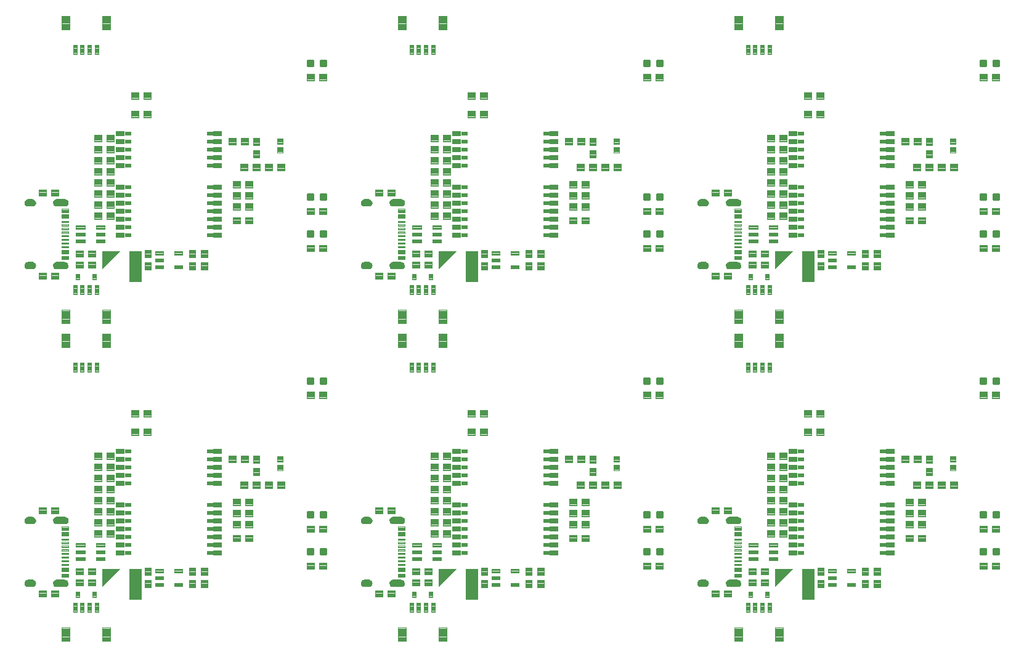
<source format=gtp>
G04 EAGLE Gerber RS-274X export*
G75*
%MOMM*%
%FSLAX34Y34*%
%LPD*%
%INSolderpaste Top*%
%IPPOS*%
%AMOC8*
5,1,8,0,0,1.08239X$1,22.5*%
G01*
%ADD10C,0.096000*%
%ADD11C,0.102000*%
%ADD12C,0.100000*%
%ADD13C,0.300000*%
%ADD14C,0.099000*%
%ADD15R,1.200000X0.800000*%
%ADD16R,0.900000X0.600000*%
%ADD17R,1.700000X4.200000*%
%ADD18C,0.100800*%

G36*
X111636Y515637D02*
X111636Y515637D01*
X111663Y515633D01*
X111704Y515651D01*
X111746Y515660D01*
X111782Y515686D01*
X111791Y515690D01*
X111795Y515695D01*
X111806Y515704D01*
X135806Y539704D01*
X135827Y539742D01*
X135856Y539775D01*
X135860Y539802D01*
X135873Y539826D01*
X135870Y539870D01*
X135877Y539913D01*
X135866Y539939D01*
X135864Y539966D01*
X135838Y540001D01*
X135820Y540041D01*
X135797Y540056D01*
X135781Y540078D01*
X135740Y540094D01*
X135704Y540118D01*
X135660Y540125D01*
X135651Y540128D01*
X135644Y540127D01*
X135630Y540129D01*
X111630Y540129D01*
X111614Y540124D01*
X111597Y540127D01*
X111547Y540105D01*
X111496Y540090D01*
X111485Y540077D01*
X111469Y540070D01*
X111439Y540025D01*
X111404Y539985D01*
X111401Y539968D01*
X111392Y539954D01*
X111381Y539880D01*
X111381Y515880D01*
X111393Y515838D01*
X111396Y515794D01*
X111412Y515772D01*
X111420Y515746D01*
X111453Y515717D01*
X111479Y515682D01*
X111505Y515672D01*
X111525Y515654D01*
X111569Y515647D01*
X111609Y515632D01*
X111636Y515637D01*
G37*
G36*
X573916Y515637D02*
X573916Y515637D01*
X573943Y515633D01*
X573984Y515651D01*
X574026Y515660D01*
X574062Y515686D01*
X574071Y515690D01*
X574075Y515695D01*
X574086Y515704D01*
X598086Y539704D01*
X598107Y539742D01*
X598136Y539775D01*
X598140Y539802D01*
X598153Y539826D01*
X598150Y539870D01*
X598157Y539913D01*
X598146Y539939D01*
X598144Y539966D01*
X598118Y540001D01*
X598100Y540041D01*
X598077Y540056D01*
X598061Y540078D01*
X598020Y540094D01*
X597984Y540118D01*
X597940Y540125D01*
X597931Y540128D01*
X597924Y540127D01*
X597910Y540129D01*
X573910Y540129D01*
X573894Y540124D01*
X573877Y540127D01*
X573827Y540105D01*
X573776Y540090D01*
X573765Y540077D01*
X573749Y540070D01*
X573719Y540025D01*
X573684Y539985D01*
X573681Y539968D01*
X573672Y539954D01*
X573661Y539880D01*
X573661Y515880D01*
X573673Y515838D01*
X573676Y515794D01*
X573692Y515772D01*
X573700Y515746D01*
X573733Y515717D01*
X573759Y515682D01*
X573785Y515672D01*
X573805Y515654D01*
X573849Y515647D01*
X573889Y515632D01*
X573916Y515637D01*
G37*
G36*
X1036196Y515637D02*
X1036196Y515637D01*
X1036223Y515633D01*
X1036264Y515651D01*
X1036306Y515660D01*
X1036342Y515686D01*
X1036351Y515690D01*
X1036355Y515695D01*
X1036366Y515704D01*
X1060366Y539704D01*
X1060387Y539742D01*
X1060416Y539775D01*
X1060420Y539802D01*
X1060433Y539826D01*
X1060430Y539870D01*
X1060437Y539913D01*
X1060426Y539939D01*
X1060424Y539966D01*
X1060398Y540001D01*
X1060380Y540041D01*
X1060357Y540056D01*
X1060341Y540078D01*
X1060300Y540094D01*
X1060264Y540118D01*
X1060220Y540125D01*
X1060211Y540128D01*
X1060204Y540127D01*
X1060190Y540129D01*
X1036190Y540129D01*
X1036174Y540124D01*
X1036157Y540127D01*
X1036107Y540105D01*
X1036056Y540090D01*
X1036045Y540077D01*
X1036029Y540070D01*
X1035999Y540025D01*
X1035964Y539985D01*
X1035961Y539968D01*
X1035952Y539954D01*
X1035941Y539880D01*
X1035941Y515880D01*
X1035953Y515838D01*
X1035956Y515794D01*
X1035972Y515772D01*
X1035980Y515746D01*
X1036013Y515717D01*
X1036039Y515682D01*
X1036065Y515672D01*
X1036085Y515654D01*
X1036129Y515647D01*
X1036169Y515632D01*
X1036196Y515637D01*
G37*
G36*
X1036196Y78757D02*
X1036196Y78757D01*
X1036223Y78753D01*
X1036264Y78771D01*
X1036306Y78780D01*
X1036342Y78806D01*
X1036351Y78810D01*
X1036355Y78815D01*
X1036366Y78824D01*
X1060366Y102824D01*
X1060387Y102862D01*
X1060416Y102895D01*
X1060420Y102922D01*
X1060433Y102946D01*
X1060430Y102990D01*
X1060437Y103033D01*
X1060426Y103059D01*
X1060424Y103086D01*
X1060398Y103121D01*
X1060380Y103161D01*
X1060357Y103176D01*
X1060341Y103198D01*
X1060300Y103214D01*
X1060264Y103238D01*
X1060220Y103245D01*
X1060211Y103248D01*
X1060204Y103247D01*
X1060190Y103249D01*
X1036190Y103249D01*
X1036174Y103244D01*
X1036157Y103247D01*
X1036107Y103225D01*
X1036056Y103210D01*
X1036045Y103197D01*
X1036029Y103190D01*
X1035999Y103145D01*
X1035964Y103105D01*
X1035961Y103088D01*
X1035952Y103074D01*
X1035941Y103000D01*
X1035941Y79000D01*
X1035953Y78958D01*
X1035956Y78914D01*
X1035972Y78892D01*
X1035980Y78866D01*
X1036013Y78837D01*
X1036039Y78802D01*
X1036065Y78792D01*
X1036085Y78774D01*
X1036129Y78767D01*
X1036169Y78752D01*
X1036196Y78757D01*
G37*
G36*
X573916Y78757D02*
X573916Y78757D01*
X573943Y78753D01*
X573984Y78771D01*
X574026Y78780D01*
X574062Y78806D01*
X574071Y78810D01*
X574075Y78815D01*
X574086Y78824D01*
X598086Y102824D01*
X598107Y102862D01*
X598136Y102895D01*
X598140Y102922D01*
X598153Y102946D01*
X598150Y102990D01*
X598157Y103033D01*
X598146Y103059D01*
X598144Y103086D01*
X598118Y103121D01*
X598100Y103161D01*
X598077Y103176D01*
X598061Y103198D01*
X598020Y103214D01*
X597984Y103238D01*
X597940Y103245D01*
X597931Y103248D01*
X597924Y103247D01*
X597910Y103249D01*
X573910Y103249D01*
X573894Y103244D01*
X573877Y103247D01*
X573827Y103225D01*
X573776Y103210D01*
X573765Y103197D01*
X573749Y103190D01*
X573719Y103145D01*
X573684Y103105D01*
X573681Y103088D01*
X573672Y103074D01*
X573661Y103000D01*
X573661Y79000D01*
X573673Y78958D01*
X573676Y78914D01*
X573692Y78892D01*
X573700Y78866D01*
X573733Y78837D01*
X573759Y78802D01*
X573785Y78792D01*
X573805Y78774D01*
X573849Y78767D01*
X573889Y78752D01*
X573916Y78757D01*
G37*
G36*
X111636Y78757D02*
X111636Y78757D01*
X111663Y78753D01*
X111704Y78771D01*
X111746Y78780D01*
X111782Y78806D01*
X111791Y78810D01*
X111795Y78815D01*
X111806Y78824D01*
X135806Y102824D01*
X135827Y102862D01*
X135856Y102895D01*
X135860Y102922D01*
X135873Y102946D01*
X135870Y102990D01*
X135877Y103033D01*
X135866Y103059D01*
X135864Y103086D01*
X135838Y103121D01*
X135820Y103161D01*
X135797Y103176D01*
X135781Y103198D01*
X135740Y103214D01*
X135704Y103238D01*
X135660Y103245D01*
X135651Y103248D01*
X135644Y103247D01*
X135630Y103249D01*
X111630Y103249D01*
X111614Y103244D01*
X111597Y103247D01*
X111547Y103225D01*
X111496Y103210D01*
X111485Y103197D01*
X111469Y103190D01*
X111439Y103145D01*
X111404Y103105D01*
X111401Y103088D01*
X111392Y103074D01*
X111381Y103000D01*
X111381Y79000D01*
X111393Y78958D01*
X111396Y78914D01*
X111412Y78892D01*
X111420Y78866D01*
X111453Y78837D01*
X111479Y78802D01*
X111505Y78792D01*
X111525Y78774D01*
X111569Y78767D01*
X111609Y78752D01*
X111636Y78757D01*
G37*
G36*
X984865Y515634D02*
X984865Y515634D01*
X984868Y515631D01*
X985963Y515811D01*
X985969Y515817D01*
X985974Y515814D01*
X987002Y516233D01*
X987006Y516240D01*
X987011Y516238D01*
X987920Y516876D01*
X987923Y516883D01*
X987928Y516883D01*
X988672Y517706D01*
X988673Y517714D01*
X988679Y517715D01*
X989221Y518683D01*
X989220Y518692D01*
X989226Y518694D01*
X989539Y519758D01*
X989536Y519766D01*
X989541Y519769D01*
X989609Y520877D01*
X989605Y520884D01*
X989609Y520887D01*
X989439Y521995D01*
X989433Y522001D01*
X989436Y522006D01*
X989024Y523048D01*
X989017Y523052D01*
X989019Y523057D01*
X988385Y523982D01*
X988377Y523984D01*
X988378Y523990D01*
X987555Y524750D01*
X987546Y524751D01*
X987546Y524757D01*
X986574Y525314D01*
X986566Y525313D01*
X986564Y525319D01*
X985492Y525646D01*
X985484Y525643D01*
X985481Y525648D01*
X984364Y525729D01*
X984361Y525728D01*
X984360Y525729D01*
X972360Y525729D01*
X972357Y525727D01*
X972350Y525727D01*
X972349Y525728D01*
X971405Y525509D01*
X971399Y525503D01*
X971394Y525505D01*
X970522Y525082D01*
X970519Y525074D01*
X970513Y525076D01*
X969757Y524469D01*
X969755Y524461D01*
X969749Y524461D01*
X969148Y523701D01*
X969148Y523692D01*
X969142Y523691D01*
X968724Y522816D01*
X968726Y522808D01*
X968721Y522806D01*
X968509Y521860D01*
X968512Y521853D01*
X968507Y521849D01*
X968511Y520880D01*
X968511Y520879D01*
X968530Y519811D01*
X968535Y519804D01*
X968531Y519800D01*
X968787Y518763D01*
X968794Y518758D01*
X968791Y518752D01*
X969272Y517798D01*
X969279Y517795D01*
X969278Y517789D01*
X969959Y516966D01*
X969967Y516964D01*
X969967Y516958D01*
X970814Y516307D01*
X970822Y516307D01*
X970823Y516301D01*
X971794Y515854D01*
X971802Y515856D01*
X971804Y515851D01*
X972850Y515632D01*
X972857Y515635D01*
X972860Y515631D01*
X984860Y515631D01*
X984865Y515634D01*
G37*
G36*
X60305Y515634D02*
X60305Y515634D01*
X60308Y515631D01*
X61403Y515811D01*
X61409Y515817D01*
X61414Y515814D01*
X62442Y516233D01*
X62446Y516240D01*
X62451Y516238D01*
X63360Y516876D01*
X63363Y516883D01*
X63368Y516883D01*
X64112Y517706D01*
X64113Y517714D01*
X64119Y517715D01*
X64661Y518683D01*
X64660Y518692D01*
X64666Y518694D01*
X64979Y519758D01*
X64976Y519766D01*
X64981Y519769D01*
X65049Y520877D01*
X65045Y520884D01*
X65049Y520887D01*
X64879Y521995D01*
X64873Y522001D01*
X64876Y522006D01*
X64464Y523048D01*
X64457Y523052D01*
X64459Y523057D01*
X63825Y523982D01*
X63817Y523984D01*
X63818Y523990D01*
X62995Y524750D01*
X62986Y524751D01*
X62986Y524757D01*
X62014Y525314D01*
X62006Y525313D01*
X62004Y525319D01*
X60932Y525646D01*
X60924Y525643D01*
X60921Y525648D01*
X59804Y525729D01*
X59801Y525728D01*
X59800Y525729D01*
X47800Y525729D01*
X47797Y525727D01*
X47790Y525727D01*
X47789Y525728D01*
X46845Y525509D01*
X46839Y525503D01*
X46834Y525505D01*
X45962Y525082D01*
X45959Y525074D01*
X45953Y525076D01*
X45197Y524469D01*
X45195Y524461D01*
X45189Y524461D01*
X44588Y523701D01*
X44588Y523692D01*
X44582Y523691D01*
X44164Y522816D01*
X44166Y522808D01*
X44161Y522806D01*
X43949Y521860D01*
X43952Y521853D01*
X43947Y521849D01*
X43951Y520880D01*
X43951Y520879D01*
X43970Y519811D01*
X43975Y519804D01*
X43971Y519800D01*
X44227Y518763D01*
X44234Y518758D01*
X44231Y518752D01*
X44712Y517798D01*
X44719Y517795D01*
X44718Y517789D01*
X45399Y516966D01*
X45407Y516964D01*
X45407Y516958D01*
X46254Y516307D01*
X46262Y516307D01*
X46263Y516301D01*
X47234Y515854D01*
X47242Y515856D01*
X47244Y515851D01*
X48290Y515632D01*
X48297Y515635D01*
X48300Y515631D01*
X60300Y515631D01*
X60305Y515634D01*
G37*
G36*
X522585Y515634D02*
X522585Y515634D01*
X522588Y515631D01*
X523683Y515811D01*
X523689Y515817D01*
X523694Y515814D01*
X524722Y516233D01*
X524726Y516240D01*
X524731Y516238D01*
X525640Y516876D01*
X525643Y516883D01*
X525648Y516883D01*
X526392Y517706D01*
X526393Y517714D01*
X526399Y517715D01*
X526941Y518683D01*
X526940Y518692D01*
X526946Y518694D01*
X527259Y519758D01*
X527256Y519766D01*
X527261Y519769D01*
X527329Y520877D01*
X527325Y520884D01*
X527329Y520887D01*
X527159Y521995D01*
X527153Y522001D01*
X527156Y522006D01*
X526744Y523048D01*
X526737Y523052D01*
X526739Y523057D01*
X526105Y523982D01*
X526097Y523984D01*
X526098Y523990D01*
X525275Y524750D01*
X525266Y524751D01*
X525266Y524757D01*
X524294Y525314D01*
X524286Y525313D01*
X524284Y525319D01*
X523212Y525646D01*
X523204Y525643D01*
X523201Y525648D01*
X522084Y525729D01*
X522081Y525728D01*
X522080Y525729D01*
X510080Y525729D01*
X510077Y525727D01*
X510070Y525727D01*
X510069Y525728D01*
X509125Y525509D01*
X509119Y525503D01*
X509114Y525505D01*
X508242Y525082D01*
X508239Y525074D01*
X508233Y525076D01*
X507477Y524469D01*
X507475Y524461D01*
X507469Y524461D01*
X506868Y523701D01*
X506868Y523692D01*
X506862Y523691D01*
X506444Y522816D01*
X506446Y522808D01*
X506441Y522806D01*
X506229Y521860D01*
X506232Y521853D01*
X506227Y521849D01*
X506231Y520880D01*
X506231Y520879D01*
X506250Y519811D01*
X506255Y519804D01*
X506251Y519800D01*
X506507Y518763D01*
X506514Y518758D01*
X506511Y518752D01*
X506992Y517798D01*
X506999Y517795D01*
X506998Y517789D01*
X507679Y516966D01*
X507687Y516964D01*
X507687Y516958D01*
X508534Y516307D01*
X508542Y516307D01*
X508543Y516301D01*
X509514Y515854D01*
X509522Y515856D01*
X509524Y515851D01*
X510570Y515632D01*
X510577Y515635D01*
X510580Y515631D01*
X522580Y515631D01*
X522585Y515634D01*
G37*
G36*
X60305Y78754D02*
X60305Y78754D01*
X60308Y78751D01*
X61403Y78931D01*
X61409Y78937D01*
X61414Y78934D01*
X62442Y79353D01*
X62446Y79360D01*
X62451Y79358D01*
X63360Y79996D01*
X63363Y80003D01*
X63368Y80003D01*
X64112Y80826D01*
X64113Y80834D01*
X64119Y80835D01*
X64661Y81803D01*
X64660Y81812D01*
X64666Y81814D01*
X64979Y82878D01*
X64976Y82886D01*
X64981Y82889D01*
X65049Y83997D01*
X65045Y84004D01*
X65049Y84007D01*
X64879Y85115D01*
X64873Y85121D01*
X64876Y85126D01*
X64464Y86168D01*
X64457Y86172D01*
X64459Y86177D01*
X63825Y87102D01*
X63817Y87104D01*
X63818Y87110D01*
X62995Y87870D01*
X62986Y87871D01*
X62986Y87877D01*
X62014Y88434D01*
X62006Y88433D01*
X62004Y88439D01*
X60932Y88766D01*
X60924Y88763D01*
X60921Y88768D01*
X59804Y88849D01*
X59801Y88848D01*
X59800Y88849D01*
X47800Y88849D01*
X47797Y88847D01*
X47790Y88847D01*
X47789Y88848D01*
X46845Y88629D01*
X46839Y88623D01*
X46834Y88625D01*
X45962Y88202D01*
X45959Y88194D01*
X45953Y88196D01*
X45197Y87589D01*
X45195Y87581D01*
X45189Y87581D01*
X44588Y86821D01*
X44588Y86812D01*
X44582Y86811D01*
X44164Y85936D01*
X44166Y85928D01*
X44161Y85926D01*
X43949Y84980D01*
X43952Y84973D01*
X43947Y84969D01*
X43951Y84000D01*
X43951Y83999D01*
X43970Y82931D01*
X43975Y82924D01*
X43971Y82920D01*
X44227Y81883D01*
X44234Y81878D01*
X44231Y81872D01*
X44712Y80918D01*
X44719Y80915D01*
X44718Y80909D01*
X45399Y80086D01*
X45407Y80084D01*
X45407Y80078D01*
X46254Y79427D01*
X46262Y79427D01*
X46263Y79421D01*
X47234Y78974D01*
X47242Y78976D01*
X47244Y78971D01*
X48290Y78752D01*
X48297Y78755D01*
X48300Y78751D01*
X60300Y78751D01*
X60305Y78754D01*
G37*
G36*
X522585Y78754D02*
X522585Y78754D01*
X522588Y78751D01*
X523683Y78931D01*
X523689Y78937D01*
X523694Y78934D01*
X524722Y79353D01*
X524726Y79360D01*
X524731Y79358D01*
X525640Y79996D01*
X525643Y80003D01*
X525648Y80003D01*
X526392Y80826D01*
X526393Y80834D01*
X526399Y80835D01*
X526941Y81803D01*
X526940Y81812D01*
X526946Y81814D01*
X527259Y82878D01*
X527256Y82886D01*
X527261Y82889D01*
X527329Y83997D01*
X527325Y84004D01*
X527329Y84007D01*
X527159Y85115D01*
X527153Y85121D01*
X527156Y85126D01*
X526744Y86168D01*
X526737Y86172D01*
X526739Y86177D01*
X526105Y87102D01*
X526097Y87104D01*
X526098Y87110D01*
X525275Y87870D01*
X525266Y87871D01*
X525266Y87877D01*
X524294Y88434D01*
X524286Y88433D01*
X524284Y88439D01*
X523212Y88766D01*
X523204Y88763D01*
X523201Y88768D01*
X522084Y88849D01*
X522081Y88848D01*
X522080Y88849D01*
X510080Y88849D01*
X510077Y88847D01*
X510070Y88847D01*
X510069Y88848D01*
X509125Y88629D01*
X509119Y88623D01*
X509114Y88625D01*
X508242Y88202D01*
X508239Y88194D01*
X508233Y88196D01*
X507477Y87589D01*
X507475Y87581D01*
X507469Y87581D01*
X506868Y86821D01*
X506868Y86812D01*
X506862Y86811D01*
X506444Y85936D01*
X506446Y85928D01*
X506441Y85926D01*
X506229Y84980D01*
X506232Y84973D01*
X506227Y84969D01*
X506231Y84000D01*
X506231Y83999D01*
X506250Y82931D01*
X506255Y82924D01*
X506251Y82920D01*
X506507Y81883D01*
X506514Y81878D01*
X506511Y81872D01*
X506992Y80918D01*
X506999Y80915D01*
X506998Y80909D01*
X507679Y80086D01*
X507687Y80084D01*
X507687Y80078D01*
X508534Y79427D01*
X508542Y79427D01*
X508543Y79421D01*
X509514Y78974D01*
X509522Y78976D01*
X509524Y78971D01*
X510570Y78752D01*
X510577Y78755D01*
X510580Y78751D01*
X522580Y78751D01*
X522585Y78754D01*
G37*
G36*
X984865Y78754D02*
X984865Y78754D01*
X984868Y78751D01*
X985963Y78931D01*
X985969Y78937D01*
X985974Y78934D01*
X987002Y79353D01*
X987006Y79360D01*
X987011Y79358D01*
X987920Y79996D01*
X987923Y80003D01*
X987928Y80003D01*
X988672Y80826D01*
X988673Y80834D01*
X988679Y80835D01*
X989221Y81803D01*
X989220Y81812D01*
X989226Y81814D01*
X989539Y82878D01*
X989536Y82886D01*
X989541Y82889D01*
X989609Y83997D01*
X989605Y84004D01*
X989609Y84007D01*
X989439Y85115D01*
X989433Y85121D01*
X989436Y85126D01*
X989024Y86168D01*
X989017Y86172D01*
X989019Y86177D01*
X988385Y87102D01*
X988377Y87104D01*
X988378Y87110D01*
X987555Y87870D01*
X987546Y87871D01*
X987546Y87877D01*
X986574Y88434D01*
X986566Y88433D01*
X986564Y88439D01*
X985492Y88766D01*
X985484Y88763D01*
X985481Y88768D01*
X984364Y88849D01*
X984361Y88848D01*
X984360Y88849D01*
X972360Y88849D01*
X972357Y88847D01*
X972350Y88847D01*
X972349Y88848D01*
X971405Y88629D01*
X971399Y88623D01*
X971394Y88625D01*
X970522Y88202D01*
X970519Y88194D01*
X970513Y88196D01*
X969757Y87589D01*
X969755Y87581D01*
X969749Y87581D01*
X969148Y86821D01*
X969148Y86812D01*
X969142Y86811D01*
X968724Y85936D01*
X968726Y85928D01*
X968721Y85926D01*
X968509Y84980D01*
X968512Y84973D01*
X968507Y84969D01*
X968511Y84000D01*
X968511Y83999D01*
X968530Y82931D01*
X968535Y82924D01*
X968531Y82920D01*
X968787Y81883D01*
X968794Y81878D01*
X968791Y81872D01*
X969272Y80918D01*
X969279Y80915D01*
X969278Y80909D01*
X969959Y80086D01*
X969967Y80084D01*
X969967Y80078D01*
X970814Y79427D01*
X970822Y79427D01*
X970823Y79421D01*
X971794Y78974D01*
X971802Y78976D01*
X971804Y78971D01*
X972850Y78752D01*
X972857Y78755D01*
X972860Y78751D01*
X984860Y78751D01*
X984865Y78754D01*
G37*
G36*
X60305Y602035D02*
X60305Y602035D01*
X60308Y602031D01*
X61414Y602224D01*
X61419Y602229D01*
X61419Y602230D01*
X61424Y602227D01*
X62459Y602660D01*
X62463Y602667D01*
X62468Y602665D01*
X63381Y603318D01*
X63383Y603326D01*
X63389Y603325D01*
X64133Y604164D01*
X64134Y604173D01*
X64139Y604173D01*
X64678Y605157D01*
X64677Y605165D01*
X64678Y605166D01*
X64682Y605167D01*
X64683Y605169D01*
X64865Y605810D01*
X64989Y606246D01*
X64987Y606251D01*
X64989Y606253D01*
X64987Y606255D01*
X64991Y606257D01*
X65049Y607377D01*
X65046Y607382D01*
X65049Y607386D01*
X64931Y608431D01*
X64925Y608437D01*
X64929Y608442D01*
X64581Y609436D01*
X64574Y609440D01*
X64576Y609445D01*
X64016Y610337D01*
X64009Y610340D01*
X64009Y610345D01*
X63265Y611089D01*
X63257Y611091D01*
X63257Y611096D01*
X62365Y611656D01*
X62357Y611656D01*
X62356Y611661D01*
X61362Y612009D01*
X61354Y612006D01*
X61351Y612011D01*
X60306Y612129D01*
X60302Y612127D01*
X60300Y612129D01*
X48300Y612129D01*
X48297Y612127D01*
X48294Y612127D01*
X48292Y612129D01*
X47296Y611971D01*
X47290Y611965D01*
X47285Y611968D01*
X46349Y611593D01*
X46345Y611586D01*
X46339Y611588D01*
X45510Y611014D01*
X45507Y611006D01*
X45502Y611007D01*
X44821Y610263D01*
X44820Y610254D01*
X44814Y610254D01*
X44316Y609377D01*
X44317Y609369D01*
X44312Y609366D01*
X44124Y608742D01*
X44021Y608401D01*
X44022Y608398D01*
X44021Y608397D01*
X44024Y608393D01*
X44019Y608390D01*
X43951Y607383D01*
X43952Y607381D01*
X43951Y607380D01*
X43960Y606299D01*
X43965Y606292D01*
X43961Y606288D01*
X44211Y605236D01*
X44217Y605231D01*
X44214Y605226D01*
X44691Y604256D01*
X44699Y604253D01*
X44697Y604247D01*
X45378Y603408D01*
X45386Y603406D01*
X45386Y603400D01*
X46237Y602734D01*
X46245Y602733D01*
X46246Y602728D01*
X47223Y602267D01*
X47231Y602269D01*
X47234Y602264D01*
X48289Y602032D01*
X48297Y602035D01*
X48300Y602031D01*
X60300Y602031D01*
X60305Y602035D01*
G37*
G36*
X522585Y602035D02*
X522585Y602035D01*
X522588Y602031D01*
X523694Y602224D01*
X523699Y602229D01*
X523699Y602230D01*
X523704Y602227D01*
X524739Y602660D01*
X524743Y602667D01*
X524748Y602665D01*
X525661Y603318D01*
X525663Y603326D01*
X525669Y603325D01*
X526413Y604164D01*
X526414Y604173D01*
X526419Y604173D01*
X526958Y605157D01*
X526957Y605165D01*
X526958Y605166D01*
X526962Y605167D01*
X526963Y605169D01*
X527145Y605810D01*
X527269Y606246D01*
X527267Y606251D01*
X527269Y606253D01*
X527267Y606255D01*
X527271Y606257D01*
X527329Y607377D01*
X527326Y607382D01*
X527329Y607386D01*
X527211Y608431D01*
X527205Y608437D01*
X527209Y608442D01*
X526861Y609436D01*
X526854Y609440D01*
X526856Y609445D01*
X526296Y610337D01*
X526289Y610340D01*
X526289Y610345D01*
X525545Y611089D01*
X525537Y611091D01*
X525537Y611096D01*
X524645Y611656D01*
X524637Y611656D01*
X524636Y611661D01*
X523642Y612009D01*
X523634Y612006D01*
X523631Y612011D01*
X522586Y612129D01*
X522582Y612127D01*
X522580Y612129D01*
X510580Y612129D01*
X510577Y612127D01*
X510574Y612127D01*
X510572Y612129D01*
X509576Y611971D01*
X509570Y611965D01*
X509565Y611968D01*
X508629Y611593D01*
X508625Y611586D01*
X508619Y611588D01*
X507790Y611014D01*
X507787Y611006D01*
X507782Y611007D01*
X507101Y610263D01*
X507100Y610254D01*
X507094Y610254D01*
X506596Y609377D01*
X506597Y609369D01*
X506592Y609366D01*
X506404Y608742D01*
X506301Y608401D01*
X506302Y608398D01*
X506301Y608397D01*
X506304Y608393D01*
X506299Y608390D01*
X506231Y607383D01*
X506232Y607381D01*
X506231Y607380D01*
X506240Y606299D01*
X506245Y606292D01*
X506241Y606288D01*
X506491Y605236D01*
X506497Y605231D01*
X506494Y605226D01*
X506971Y604256D01*
X506979Y604253D01*
X506977Y604247D01*
X507658Y603408D01*
X507666Y603406D01*
X507666Y603400D01*
X508517Y602734D01*
X508525Y602733D01*
X508526Y602728D01*
X509503Y602267D01*
X509511Y602269D01*
X509514Y602264D01*
X510569Y602032D01*
X510577Y602035D01*
X510580Y602031D01*
X522580Y602031D01*
X522585Y602035D01*
G37*
G36*
X984865Y602035D02*
X984865Y602035D01*
X984868Y602031D01*
X985974Y602224D01*
X985979Y602229D01*
X985979Y602230D01*
X985984Y602227D01*
X987019Y602660D01*
X987023Y602667D01*
X987028Y602665D01*
X987941Y603318D01*
X987943Y603326D01*
X987949Y603325D01*
X988693Y604164D01*
X988694Y604173D01*
X988699Y604173D01*
X989238Y605157D01*
X989237Y605165D01*
X989238Y605166D01*
X989242Y605167D01*
X989243Y605169D01*
X989425Y605810D01*
X989549Y606246D01*
X989547Y606251D01*
X989549Y606253D01*
X989547Y606255D01*
X989551Y606257D01*
X989609Y607377D01*
X989606Y607382D01*
X989609Y607386D01*
X989491Y608431D01*
X989485Y608437D01*
X989489Y608442D01*
X989141Y609436D01*
X989134Y609440D01*
X989136Y609445D01*
X988576Y610337D01*
X988569Y610340D01*
X988569Y610345D01*
X987825Y611089D01*
X987817Y611091D01*
X987817Y611096D01*
X986925Y611656D01*
X986917Y611656D01*
X986916Y611661D01*
X985922Y612009D01*
X985914Y612006D01*
X985911Y612011D01*
X984866Y612129D01*
X984862Y612127D01*
X984860Y612129D01*
X972860Y612129D01*
X972857Y612127D01*
X972854Y612127D01*
X972852Y612129D01*
X971856Y611971D01*
X971850Y611965D01*
X971845Y611968D01*
X970909Y611593D01*
X970905Y611586D01*
X970899Y611588D01*
X970070Y611014D01*
X970067Y611006D01*
X970062Y611007D01*
X969381Y610263D01*
X969380Y610254D01*
X969374Y610254D01*
X968876Y609377D01*
X968877Y609369D01*
X968872Y609366D01*
X968684Y608742D01*
X968581Y608401D01*
X968582Y608398D01*
X968581Y608397D01*
X968584Y608393D01*
X968579Y608390D01*
X968511Y607383D01*
X968512Y607381D01*
X968511Y607380D01*
X968520Y606299D01*
X968525Y606292D01*
X968521Y606288D01*
X968771Y605236D01*
X968777Y605231D01*
X968774Y605226D01*
X969251Y604256D01*
X969259Y604253D01*
X969257Y604247D01*
X969938Y603408D01*
X969946Y603406D01*
X969946Y603400D01*
X970797Y602734D01*
X970805Y602733D01*
X970806Y602728D01*
X971783Y602267D01*
X971791Y602269D01*
X971794Y602264D01*
X972849Y602032D01*
X972857Y602035D01*
X972860Y602031D01*
X984860Y602031D01*
X984865Y602035D01*
G37*
G36*
X984865Y165155D02*
X984865Y165155D01*
X984868Y165151D01*
X985974Y165344D01*
X985979Y165349D01*
X985979Y165350D01*
X985984Y165347D01*
X987019Y165780D01*
X987023Y165787D01*
X987028Y165785D01*
X987941Y166438D01*
X987943Y166446D01*
X987949Y166445D01*
X988693Y167284D01*
X988694Y167293D01*
X988699Y167293D01*
X989238Y168277D01*
X989237Y168285D01*
X989238Y168286D01*
X989242Y168287D01*
X989243Y168289D01*
X989425Y168930D01*
X989549Y169366D01*
X989547Y169371D01*
X989549Y169373D01*
X989547Y169375D01*
X989551Y169377D01*
X989609Y170497D01*
X989606Y170502D01*
X989609Y170506D01*
X989491Y171551D01*
X989485Y171557D01*
X989489Y171562D01*
X989141Y172556D01*
X989134Y172560D01*
X989136Y172565D01*
X988576Y173457D01*
X988569Y173460D01*
X988569Y173465D01*
X987825Y174209D01*
X987817Y174211D01*
X987817Y174216D01*
X986925Y174776D01*
X986917Y174776D01*
X986916Y174781D01*
X985922Y175129D01*
X985914Y175126D01*
X985911Y175131D01*
X984866Y175249D01*
X984862Y175247D01*
X984860Y175249D01*
X972860Y175249D01*
X972857Y175247D01*
X972854Y175247D01*
X972852Y175249D01*
X971856Y175091D01*
X971850Y175085D01*
X971845Y175088D01*
X970909Y174713D01*
X970905Y174706D01*
X970899Y174708D01*
X970070Y174134D01*
X970067Y174126D01*
X970062Y174127D01*
X969381Y173383D01*
X969380Y173374D01*
X969374Y173374D01*
X968876Y172497D01*
X968877Y172489D01*
X968872Y172486D01*
X968684Y171862D01*
X968581Y171521D01*
X968582Y171518D01*
X968581Y171517D01*
X968584Y171513D01*
X968579Y171510D01*
X968511Y170503D01*
X968512Y170501D01*
X968511Y170500D01*
X968520Y169419D01*
X968525Y169412D01*
X968521Y169408D01*
X968771Y168356D01*
X968777Y168351D01*
X968774Y168346D01*
X969251Y167376D01*
X969259Y167373D01*
X969257Y167367D01*
X969938Y166528D01*
X969946Y166526D01*
X969946Y166520D01*
X970797Y165854D01*
X970805Y165853D01*
X970806Y165848D01*
X971783Y165387D01*
X971791Y165389D01*
X971794Y165384D01*
X972849Y165152D01*
X972857Y165155D01*
X972860Y165151D01*
X984860Y165151D01*
X984865Y165155D01*
G37*
G36*
X60305Y165155D02*
X60305Y165155D01*
X60308Y165151D01*
X61414Y165344D01*
X61419Y165349D01*
X61419Y165350D01*
X61424Y165347D01*
X62459Y165780D01*
X62463Y165787D01*
X62468Y165785D01*
X63381Y166438D01*
X63383Y166446D01*
X63389Y166445D01*
X64133Y167284D01*
X64134Y167293D01*
X64139Y167293D01*
X64678Y168277D01*
X64677Y168285D01*
X64678Y168286D01*
X64682Y168287D01*
X64683Y168289D01*
X64865Y168930D01*
X64989Y169366D01*
X64987Y169371D01*
X64989Y169373D01*
X64987Y169375D01*
X64991Y169377D01*
X65049Y170497D01*
X65046Y170502D01*
X65049Y170506D01*
X64931Y171551D01*
X64925Y171557D01*
X64929Y171562D01*
X64581Y172556D01*
X64574Y172560D01*
X64576Y172565D01*
X64016Y173457D01*
X64009Y173460D01*
X64009Y173465D01*
X63265Y174209D01*
X63257Y174211D01*
X63257Y174216D01*
X62365Y174776D01*
X62357Y174776D01*
X62356Y174781D01*
X61362Y175129D01*
X61354Y175126D01*
X61351Y175131D01*
X60306Y175249D01*
X60302Y175247D01*
X60300Y175249D01*
X48300Y175249D01*
X48297Y175247D01*
X48294Y175247D01*
X48292Y175249D01*
X47296Y175091D01*
X47290Y175085D01*
X47285Y175088D01*
X46349Y174713D01*
X46345Y174706D01*
X46339Y174708D01*
X45510Y174134D01*
X45507Y174126D01*
X45502Y174127D01*
X44821Y173383D01*
X44820Y173374D01*
X44814Y173374D01*
X44316Y172497D01*
X44317Y172489D01*
X44312Y172486D01*
X44124Y171862D01*
X44021Y171521D01*
X44022Y171518D01*
X44021Y171517D01*
X44024Y171513D01*
X44019Y171510D01*
X43951Y170503D01*
X43952Y170501D01*
X43951Y170500D01*
X43960Y169419D01*
X43965Y169412D01*
X43961Y169408D01*
X44211Y168356D01*
X44217Y168351D01*
X44214Y168346D01*
X44691Y167376D01*
X44699Y167373D01*
X44697Y167367D01*
X45378Y166528D01*
X45386Y166526D01*
X45386Y166520D01*
X46237Y165854D01*
X46245Y165853D01*
X46246Y165848D01*
X47223Y165387D01*
X47231Y165389D01*
X47234Y165384D01*
X48289Y165152D01*
X48297Y165155D01*
X48300Y165151D01*
X60300Y165151D01*
X60305Y165155D01*
G37*
G36*
X522585Y165155D02*
X522585Y165155D01*
X522588Y165151D01*
X523694Y165344D01*
X523699Y165349D01*
X523699Y165350D01*
X523704Y165347D01*
X524739Y165780D01*
X524743Y165787D01*
X524748Y165785D01*
X525661Y166438D01*
X525663Y166446D01*
X525669Y166445D01*
X526413Y167284D01*
X526414Y167293D01*
X526419Y167293D01*
X526958Y168277D01*
X526957Y168285D01*
X526958Y168286D01*
X526962Y168287D01*
X526963Y168289D01*
X527145Y168930D01*
X527269Y169366D01*
X527267Y169371D01*
X527269Y169373D01*
X527267Y169375D01*
X527271Y169377D01*
X527329Y170497D01*
X527326Y170502D01*
X527329Y170506D01*
X527211Y171551D01*
X527205Y171557D01*
X527209Y171562D01*
X526861Y172556D01*
X526854Y172560D01*
X526856Y172565D01*
X526296Y173457D01*
X526289Y173460D01*
X526289Y173465D01*
X525545Y174209D01*
X525537Y174211D01*
X525537Y174216D01*
X524645Y174776D01*
X524637Y174776D01*
X524636Y174781D01*
X523642Y175129D01*
X523634Y175126D01*
X523631Y175131D01*
X522586Y175249D01*
X522582Y175247D01*
X522580Y175249D01*
X510580Y175249D01*
X510577Y175247D01*
X510574Y175247D01*
X510572Y175249D01*
X509576Y175091D01*
X509570Y175085D01*
X509565Y175088D01*
X508629Y174713D01*
X508625Y174706D01*
X508619Y174708D01*
X507790Y174134D01*
X507787Y174126D01*
X507782Y174127D01*
X507101Y173383D01*
X507100Y173374D01*
X507094Y173374D01*
X506596Y172497D01*
X506597Y172489D01*
X506592Y172486D01*
X506404Y171862D01*
X506301Y171521D01*
X506302Y171518D01*
X506301Y171517D01*
X506304Y171513D01*
X506299Y171510D01*
X506231Y170503D01*
X506232Y170501D01*
X506231Y170500D01*
X506240Y169419D01*
X506245Y169412D01*
X506241Y169408D01*
X506491Y168356D01*
X506497Y168351D01*
X506494Y168346D01*
X506971Y167376D01*
X506979Y167373D01*
X506977Y167367D01*
X507658Y166528D01*
X507666Y166526D01*
X507666Y166520D01*
X508517Y165854D01*
X508525Y165853D01*
X508526Y165848D01*
X509503Y165387D01*
X509511Y165389D01*
X509514Y165384D01*
X510569Y165152D01*
X510577Y165155D01*
X510580Y165151D01*
X522580Y165151D01*
X522585Y165155D01*
G37*
G36*
X940064Y515634D02*
X940064Y515634D01*
X940066Y515631D01*
X941199Y515781D01*
X941205Y515787D01*
X941210Y515784D01*
X942280Y516182D01*
X942284Y516189D01*
X942290Y516187D01*
X943245Y516814D01*
X943248Y516822D01*
X943253Y516821D01*
X944045Y517644D01*
X944046Y517652D01*
X944052Y517653D01*
X944641Y518632D01*
X944640Y518640D01*
X944645Y518642D01*
X945001Y519727D01*
X944999Y519735D01*
X945003Y519738D01*
X945109Y520875D01*
X945104Y520884D01*
X945108Y520889D01*
X944901Y522026D01*
X944895Y522032D01*
X944898Y522037D01*
X944443Y523099D01*
X944436Y523103D01*
X944438Y523109D01*
X943758Y524044D01*
X943750Y524046D01*
X943751Y524052D01*
X942880Y524812D01*
X942872Y524812D01*
X942871Y524818D01*
X941852Y525365D01*
X941844Y525364D01*
X941842Y525369D01*
X940728Y525676D01*
X940720Y525673D01*
X940717Y525678D01*
X939562Y525729D01*
X939561Y525728D01*
X939560Y525729D01*
X933560Y525729D01*
X933557Y525727D01*
X933552Y525727D01*
X933551Y525728D01*
X932470Y525516D01*
X932465Y525510D01*
X932460Y525513D01*
X931454Y525066D01*
X931450Y525059D01*
X931444Y525061D01*
X930563Y524401D01*
X930560Y524393D01*
X930555Y524393D01*
X929842Y523554D01*
X929842Y523546D01*
X929836Y523545D01*
X929328Y522568D01*
X929329Y522560D01*
X929324Y522558D01*
X929046Y521493D01*
X929049Y521485D01*
X929045Y521482D01*
X929011Y520382D01*
X929015Y520376D01*
X929011Y520373D01*
X929166Y519298D01*
X929172Y519292D01*
X929169Y519287D01*
X929559Y518273D01*
X929566Y518269D01*
X929565Y518263D01*
X930171Y517361D01*
X930179Y517359D01*
X930178Y517353D01*
X930970Y516609D01*
X930978Y516608D01*
X930978Y516602D01*
X931916Y516053D01*
X931924Y516054D01*
X931926Y516048D01*
X932962Y515721D01*
X932970Y515724D01*
X932973Y515719D01*
X934056Y515631D01*
X934059Y515633D01*
X934060Y515631D01*
X940060Y515631D01*
X940064Y515634D01*
G37*
G36*
X477784Y515634D02*
X477784Y515634D01*
X477786Y515631D01*
X478919Y515781D01*
X478925Y515787D01*
X478930Y515784D01*
X480000Y516182D01*
X480004Y516189D01*
X480010Y516187D01*
X480965Y516814D01*
X480968Y516822D01*
X480973Y516821D01*
X481765Y517644D01*
X481766Y517652D01*
X481772Y517653D01*
X482361Y518632D01*
X482360Y518640D01*
X482365Y518642D01*
X482721Y519727D01*
X482719Y519735D01*
X482723Y519738D01*
X482829Y520875D01*
X482824Y520884D01*
X482828Y520889D01*
X482621Y522026D01*
X482615Y522032D01*
X482618Y522037D01*
X482163Y523099D01*
X482156Y523103D01*
X482158Y523109D01*
X481478Y524044D01*
X481470Y524046D01*
X481471Y524052D01*
X480600Y524812D01*
X480592Y524812D01*
X480591Y524818D01*
X479572Y525365D01*
X479564Y525364D01*
X479562Y525369D01*
X478448Y525676D01*
X478440Y525673D01*
X478437Y525678D01*
X477282Y525729D01*
X477281Y525728D01*
X477280Y525729D01*
X471280Y525729D01*
X471277Y525727D01*
X471272Y525727D01*
X471271Y525728D01*
X470190Y525516D01*
X470185Y525510D01*
X470180Y525513D01*
X469174Y525066D01*
X469170Y525059D01*
X469164Y525061D01*
X468283Y524401D01*
X468280Y524393D01*
X468275Y524393D01*
X467562Y523554D01*
X467562Y523546D01*
X467556Y523545D01*
X467048Y522568D01*
X467049Y522560D01*
X467044Y522558D01*
X466766Y521493D01*
X466769Y521485D01*
X466765Y521482D01*
X466731Y520382D01*
X466735Y520376D01*
X466731Y520373D01*
X466886Y519298D01*
X466892Y519292D01*
X466889Y519287D01*
X467279Y518273D01*
X467286Y518269D01*
X467285Y518263D01*
X467891Y517361D01*
X467899Y517359D01*
X467898Y517353D01*
X468690Y516609D01*
X468698Y516608D01*
X468698Y516602D01*
X469636Y516053D01*
X469644Y516054D01*
X469646Y516048D01*
X470682Y515721D01*
X470690Y515724D01*
X470693Y515719D01*
X471776Y515631D01*
X471779Y515633D01*
X471780Y515631D01*
X477780Y515631D01*
X477784Y515634D01*
G37*
G36*
X15504Y515634D02*
X15504Y515634D01*
X15506Y515631D01*
X16639Y515781D01*
X16645Y515787D01*
X16650Y515784D01*
X17720Y516182D01*
X17724Y516189D01*
X17730Y516187D01*
X18685Y516814D01*
X18688Y516822D01*
X18693Y516821D01*
X19485Y517644D01*
X19486Y517652D01*
X19492Y517653D01*
X20081Y518632D01*
X20080Y518640D01*
X20085Y518642D01*
X20441Y519727D01*
X20439Y519735D01*
X20443Y519738D01*
X20549Y520875D01*
X20544Y520884D01*
X20548Y520889D01*
X20341Y522026D01*
X20335Y522032D01*
X20338Y522037D01*
X19883Y523099D01*
X19876Y523103D01*
X19878Y523109D01*
X19198Y524044D01*
X19190Y524046D01*
X19191Y524052D01*
X18320Y524812D01*
X18312Y524812D01*
X18311Y524818D01*
X17292Y525365D01*
X17284Y525364D01*
X17282Y525369D01*
X16168Y525676D01*
X16160Y525673D01*
X16157Y525678D01*
X15002Y525729D01*
X15001Y525728D01*
X15000Y525729D01*
X9000Y525729D01*
X8997Y525727D01*
X8992Y525727D01*
X8991Y525728D01*
X7910Y525516D01*
X7905Y525510D01*
X7900Y525513D01*
X6894Y525066D01*
X6890Y525059D01*
X6884Y525061D01*
X6003Y524401D01*
X6000Y524393D01*
X5995Y524393D01*
X5282Y523554D01*
X5282Y523546D01*
X5276Y523545D01*
X4768Y522568D01*
X4769Y522560D01*
X4764Y522558D01*
X4486Y521493D01*
X4489Y521485D01*
X4485Y521482D01*
X4451Y520382D01*
X4455Y520376D01*
X4451Y520373D01*
X4606Y519298D01*
X4612Y519292D01*
X4609Y519287D01*
X4999Y518273D01*
X5006Y518269D01*
X5005Y518263D01*
X5611Y517361D01*
X5619Y517359D01*
X5618Y517353D01*
X6410Y516609D01*
X6418Y516608D01*
X6418Y516602D01*
X7356Y516053D01*
X7364Y516054D01*
X7366Y516048D01*
X8402Y515721D01*
X8410Y515724D01*
X8413Y515719D01*
X9496Y515631D01*
X9499Y515633D01*
X9500Y515631D01*
X15500Y515631D01*
X15504Y515634D01*
G37*
G36*
X15504Y78754D02*
X15504Y78754D01*
X15506Y78751D01*
X16639Y78901D01*
X16645Y78907D01*
X16650Y78904D01*
X17720Y79302D01*
X17724Y79309D01*
X17730Y79307D01*
X18685Y79934D01*
X18688Y79942D01*
X18693Y79941D01*
X19485Y80764D01*
X19486Y80772D01*
X19492Y80773D01*
X20081Y81752D01*
X20080Y81760D01*
X20085Y81762D01*
X20441Y82847D01*
X20439Y82855D01*
X20443Y82858D01*
X20549Y83995D01*
X20544Y84004D01*
X20548Y84009D01*
X20341Y85146D01*
X20335Y85152D01*
X20338Y85157D01*
X19883Y86219D01*
X19876Y86223D01*
X19878Y86229D01*
X19198Y87164D01*
X19190Y87166D01*
X19191Y87172D01*
X18320Y87932D01*
X18312Y87932D01*
X18311Y87938D01*
X17292Y88485D01*
X17284Y88484D01*
X17282Y88489D01*
X16168Y88796D01*
X16160Y88793D01*
X16157Y88798D01*
X15002Y88849D01*
X15001Y88848D01*
X15000Y88849D01*
X9000Y88849D01*
X8997Y88847D01*
X8992Y88847D01*
X8991Y88848D01*
X7910Y88636D01*
X7905Y88630D01*
X7900Y88633D01*
X6894Y88186D01*
X6890Y88179D01*
X6884Y88181D01*
X6003Y87521D01*
X6000Y87513D01*
X5995Y87513D01*
X5282Y86674D01*
X5282Y86666D01*
X5276Y86665D01*
X4768Y85688D01*
X4769Y85680D01*
X4764Y85678D01*
X4486Y84613D01*
X4489Y84605D01*
X4485Y84602D01*
X4451Y83502D01*
X4455Y83496D01*
X4451Y83493D01*
X4606Y82418D01*
X4612Y82412D01*
X4609Y82407D01*
X4999Y81393D01*
X5006Y81389D01*
X5005Y81383D01*
X5611Y80481D01*
X5619Y80479D01*
X5618Y80473D01*
X6410Y79729D01*
X6418Y79728D01*
X6418Y79722D01*
X7356Y79173D01*
X7364Y79174D01*
X7366Y79168D01*
X8402Y78841D01*
X8410Y78844D01*
X8413Y78839D01*
X9496Y78751D01*
X9499Y78753D01*
X9500Y78751D01*
X15500Y78751D01*
X15504Y78754D01*
G37*
G36*
X477784Y78754D02*
X477784Y78754D01*
X477786Y78751D01*
X478919Y78901D01*
X478925Y78907D01*
X478930Y78904D01*
X480000Y79302D01*
X480004Y79309D01*
X480010Y79307D01*
X480965Y79934D01*
X480968Y79942D01*
X480973Y79941D01*
X481765Y80764D01*
X481766Y80772D01*
X481772Y80773D01*
X482361Y81752D01*
X482360Y81760D01*
X482365Y81762D01*
X482721Y82847D01*
X482719Y82855D01*
X482723Y82858D01*
X482829Y83995D01*
X482824Y84004D01*
X482828Y84009D01*
X482621Y85146D01*
X482615Y85152D01*
X482618Y85157D01*
X482163Y86219D01*
X482156Y86223D01*
X482158Y86229D01*
X481478Y87164D01*
X481470Y87166D01*
X481471Y87172D01*
X480600Y87932D01*
X480592Y87932D01*
X480591Y87938D01*
X479572Y88485D01*
X479564Y88484D01*
X479562Y88489D01*
X478448Y88796D01*
X478440Y88793D01*
X478437Y88798D01*
X477282Y88849D01*
X477281Y88848D01*
X477280Y88849D01*
X471280Y88849D01*
X471277Y88847D01*
X471272Y88847D01*
X471271Y88848D01*
X470190Y88636D01*
X470185Y88630D01*
X470180Y88633D01*
X469174Y88186D01*
X469170Y88179D01*
X469164Y88181D01*
X468283Y87521D01*
X468280Y87513D01*
X468275Y87513D01*
X467562Y86674D01*
X467562Y86666D01*
X467556Y86665D01*
X467048Y85688D01*
X467049Y85680D01*
X467044Y85678D01*
X466766Y84613D01*
X466769Y84605D01*
X466765Y84602D01*
X466731Y83502D01*
X466735Y83496D01*
X466731Y83493D01*
X466886Y82418D01*
X466892Y82412D01*
X466889Y82407D01*
X467279Y81393D01*
X467286Y81389D01*
X467285Y81383D01*
X467891Y80481D01*
X467899Y80479D01*
X467898Y80473D01*
X468690Y79729D01*
X468698Y79728D01*
X468698Y79722D01*
X469636Y79173D01*
X469644Y79174D01*
X469646Y79168D01*
X470682Y78841D01*
X470690Y78844D01*
X470693Y78839D01*
X471776Y78751D01*
X471779Y78753D01*
X471780Y78751D01*
X477780Y78751D01*
X477784Y78754D01*
G37*
G36*
X940064Y78754D02*
X940064Y78754D01*
X940066Y78751D01*
X941199Y78901D01*
X941205Y78907D01*
X941210Y78904D01*
X942280Y79302D01*
X942284Y79309D01*
X942290Y79307D01*
X943245Y79934D01*
X943248Y79942D01*
X943253Y79941D01*
X944045Y80764D01*
X944046Y80772D01*
X944052Y80773D01*
X944641Y81752D01*
X944640Y81760D01*
X944645Y81762D01*
X945001Y82847D01*
X944999Y82855D01*
X945003Y82858D01*
X945109Y83995D01*
X945104Y84004D01*
X945108Y84009D01*
X944901Y85146D01*
X944895Y85152D01*
X944898Y85157D01*
X944443Y86219D01*
X944436Y86223D01*
X944438Y86229D01*
X943758Y87164D01*
X943750Y87166D01*
X943751Y87172D01*
X942880Y87932D01*
X942872Y87932D01*
X942871Y87938D01*
X941852Y88485D01*
X941844Y88484D01*
X941842Y88489D01*
X940728Y88796D01*
X940720Y88793D01*
X940717Y88798D01*
X939562Y88849D01*
X939561Y88848D01*
X939560Y88849D01*
X933560Y88849D01*
X933557Y88847D01*
X933552Y88847D01*
X933551Y88848D01*
X932470Y88636D01*
X932465Y88630D01*
X932460Y88633D01*
X931454Y88186D01*
X931450Y88179D01*
X931444Y88181D01*
X930563Y87521D01*
X930560Y87513D01*
X930555Y87513D01*
X929842Y86674D01*
X929842Y86666D01*
X929836Y86665D01*
X929328Y85688D01*
X929329Y85680D01*
X929324Y85678D01*
X929046Y84613D01*
X929049Y84605D01*
X929045Y84602D01*
X929011Y83502D01*
X929015Y83496D01*
X929011Y83493D01*
X929166Y82418D01*
X929172Y82412D01*
X929169Y82407D01*
X929559Y81393D01*
X929566Y81389D01*
X929565Y81383D01*
X930171Y80481D01*
X930179Y80479D01*
X930178Y80473D01*
X930970Y79729D01*
X930978Y79728D01*
X930978Y79722D01*
X931916Y79173D01*
X931924Y79174D01*
X931926Y79168D01*
X932962Y78841D01*
X932970Y78844D01*
X932973Y78839D01*
X934056Y78751D01*
X934059Y78753D01*
X934060Y78751D01*
X940060Y78751D01*
X940064Y78754D01*
G37*
G36*
X940063Y602033D02*
X940063Y602033D01*
X940065Y602031D01*
X941157Y602132D01*
X941163Y602137D01*
X941168Y602134D01*
X942211Y602475D01*
X942216Y602482D01*
X942221Y602480D01*
X943162Y603044D01*
X943165Y603052D01*
X943171Y603051D01*
X943963Y603811D01*
X943964Y603819D01*
X943970Y603820D01*
X944573Y604737D01*
X944572Y604745D01*
X944578Y604747D01*
X944961Y605775D01*
X944959Y605783D01*
X944964Y605786D01*
X945109Y606874D01*
X945105Y606881D01*
X945109Y606885D01*
X945003Y608022D01*
X944998Y608028D01*
X945001Y608033D01*
X944645Y609118D01*
X944638Y609123D01*
X944641Y609128D01*
X944052Y610107D01*
X944044Y610110D01*
X944045Y610116D01*
X943253Y610939D01*
X943245Y610940D01*
X943245Y610946D01*
X942290Y611573D01*
X942282Y611572D01*
X942280Y611578D01*
X941210Y611976D01*
X941202Y611974D01*
X941199Y611979D01*
X940066Y612129D01*
X940063Y612127D01*
X940062Y612127D01*
X940060Y612129D01*
X934060Y612129D01*
X934057Y612127D01*
X934055Y612127D01*
X934054Y612129D01*
X932921Y611979D01*
X932915Y611973D01*
X932910Y611976D01*
X931840Y611578D01*
X931836Y611571D01*
X931830Y611573D01*
X930875Y610946D01*
X930872Y610938D01*
X930867Y610939D01*
X930075Y610116D01*
X930074Y610108D01*
X930068Y610107D01*
X929479Y609128D01*
X929480Y609120D01*
X929475Y609118D01*
X929119Y608033D01*
X929122Y608025D01*
X929117Y608022D01*
X929011Y606885D01*
X929015Y606878D01*
X929011Y606874D01*
X929156Y605786D01*
X929162Y605780D01*
X929159Y605775D01*
X929543Y604747D01*
X929549Y604742D01*
X929548Y604737D01*
X930150Y603820D01*
X930158Y603817D01*
X930157Y603811D01*
X930949Y603051D01*
X930957Y603050D01*
X930958Y603044D01*
X931899Y602480D01*
X931907Y602481D01*
X931909Y602475D01*
X932952Y602134D01*
X932960Y602136D01*
X932963Y602132D01*
X934056Y602031D01*
X934058Y602033D01*
X934060Y602031D01*
X940060Y602031D01*
X940063Y602033D01*
G37*
G36*
X15503Y602033D02*
X15503Y602033D01*
X15505Y602031D01*
X16597Y602132D01*
X16603Y602137D01*
X16608Y602134D01*
X17651Y602475D01*
X17656Y602482D01*
X17661Y602480D01*
X18602Y603044D01*
X18605Y603052D01*
X18611Y603051D01*
X19403Y603811D01*
X19404Y603819D01*
X19410Y603820D01*
X20013Y604737D01*
X20012Y604745D01*
X20018Y604747D01*
X20401Y605775D01*
X20399Y605783D01*
X20404Y605786D01*
X20549Y606874D01*
X20545Y606881D01*
X20549Y606885D01*
X20443Y608022D01*
X20438Y608028D01*
X20441Y608033D01*
X20085Y609118D01*
X20078Y609123D01*
X20081Y609128D01*
X19492Y610107D01*
X19484Y610110D01*
X19485Y610116D01*
X18693Y610939D01*
X18685Y610940D01*
X18685Y610946D01*
X17730Y611573D01*
X17722Y611572D01*
X17720Y611578D01*
X16650Y611976D01*
X16642Y611974D01*
X16639Y611979D01*
X15506Y612129D01*
X15503Y612127D01*
X15502Y612127D01*
X15500Y612129D01*
X9500Y612129D01*
X9497Y612127D01*
X9495Y612127D01*
X9494Y612129D01*
X8361Y611979D01*
X8355Y611973D01*
X8350Y611976D01*
X7280Y611578D01*
X7276Y611571D01*
X7270Y611573D01*
X6315Y610946D01*
X6312Y610938D01*
X6307Y610939D01*
X5515Y610116D01*
X5514Y610108D01*
X5508Y610107D01*
X4919Y609128D01*
X4920Y609120D01*
X4915Y609118D01*
X4559Y608033D01*
X4562Y608025D01*
X4557Y608022D01*
X4451Y606885D01*
X4455Y606878D01*
X4451Y606874D01*
X4596Y605786D01*
X4602Y605780D01*
X4599Y605775D01*
X4983Y604747D01*
X4989Y604742D01*
X4988Y604737D01*
X5590Y603820D01*
X5598Y603817D01*
X5597Y603811D01*
X6389Y603051D01*
X6397Y603050D01*
X6398Y603044D01*
X7339Y602480D01*
X7347Y602481D01*
X7349Y602475D01*
X8392Y602134D01*
X8400Y602136D01*
X8403Y602132D01*
X9496Y602031D01*
X9498Y602033D01*
X9500Y602031D01*
X15500Y602031D01*
X15503Y602033D01*
G37*
G36*
X477783Y602033D02*
X477783Y602033D01*
X477785Y602031D01*
X478877Y602132D01*
X478883Y602137D01*
X478888Y602134D01*
X479931Y602475D01*
X479936Y602482D01*
X479941Y602480D01*
X480882Y603044D01*
X480885Y603052D01*
X480891Y603051D01*
X481683Y603811D01*
X481684Y603819D01*
X481690Y603820D01*
X482293Y604737D01*
X482292Y604745D01*
X482298Y604747D01*
X482681Y605775D01*
X482679Y605783D01*
X482684Y605786D01*
X482829Y606874D01*
X482825Y606881D01*
X482829Y606885D01*
X482723Y608022D01*
X482718Y608028D01*
X482721Y608033D01*
X482365Y609118D01*
X482358Y609123D01*
X482361Y609128D01*
X481772Y610107D01*
X481764Y610110D01*
X481765Y610116D01*
X480973Y610939D01*
X480965Y610940D01*
X480965Y610946D01*
X480010Y611573D01*
X480002Y611572D01*
X480000Y611578D01*
X478930Y611976D01*
X478922Y611974D01*
X478919Y611979D01*
X477786Y612129D01*
X477783Y612127D01*
X477782Y612127D01*
X477780Y612129D01*
X471780Y612129D01*
X471777Y612127D01*
X471775Y612127D01*
X471774Y612129D01*
X470641Y611979D01*
X470635Y611973D01*
X470630Y611976D01*
X469560Y611578D01*
X469556Y611571D01*
X469550Y611573D01*
X468595Y610946D01*
X468592Y610938D01*
X468587Y610939D01*
X467795Y610116D01*
X467794Y610108D01*
X467788Y610107D01*
X467199Y609128D01*
X467200Y609120D01*
X467195Y609118D01*
X466839Y608033D01*
X466842Y608025D01*
X466837Y608022D01*
X466731Y606885D01*
X466735Y606878D01*
X466731Y606874D01*
X466876Y605786D01*
X466882Y605780D01*
X466879Y605775D01*
X467263Y604747D01*
X467269Y604742D01*
X467268Y604737D01*
X467870Y603820D01*
X467878Y603817D01*
X467877Y603811D01*
X468669Y603051D01*
X468677Y603050D01*
X468678Y603044D01*
X469619Y602480D01*
X469627Y602481D01*
X469629Y602475D01*
X470672Y602134D01*
X470680Y602136D01*
X470683Y602132D01*
X471776Y602031D01*
X471778Y602033D01*
X471780Y602031D01*
X477780Y602031D01*
X477783Y602033D01*
G37*
G36*
X477783Y165153D02*
X477783Y165153D01*
X477785Y165151D01*
X478877Y165252D01*
X478883Y165257D01*
X478888Y165254D01*
X479931Y165595D01*
X479936Y165602D01*
X479941Y165600D01*
X480882Y166164D01*
X480885Y166172D01*
X480891Y166171D01*
X481683Y166931D01*
X481684Y166939D01*
X481690Y166940D01*
X482293Y167857D01*
X482292Y167865D01*
X482298Y167867D01*
X482681Y168895D01*
X482679Y168903D01*
X482684Y168906D01*
X482829Y169994D01*
X482825Y170001D01*
X482829Y170005D01*
X482723Y171142D01*
X482718Y171148D01*
X482721Y171153D01*
X482365Y172238D01*
X482358Y172243D01*
X482361Y172248D01*
X481772Y173227D01*
X481764Y173230D01*
X481765Y173236D01*
X480973Y174059D01*
X480965Y174060D01*
X480965Y174066D01*
X480010Y174693D01*
X480002Y174692D01*
X480000Y174698D01*
X478930Y175096D01*
X478922Y175094D01*
X478919Y175099D01*
X477786Y175249D01*
X477783Y175247D01*
X477782Y175247D01*
X477780Y175249D01*
X471780Y175249D01*
X471777Y175247D01*
X471775Y175247D01*
X471774Y175249D01*
X470641Y175099D01*
X470635Y175093D01*
X470630Y175096D01*
X469560Y174698D01*
X469556Y174691D01*
X469550Y174693D01*
X468595Y174066D01*
X468592Y174058D01*
X468587Y174059D01*
X467795Y173236D01*
X467794Y173228D01*
X467788Y173227D01*
X467199Y172248D01*
X467200Y172240D01*
X467195Y172238D01*
X466839Y171153D01*
X466842Y171145D01*
X466837Y171142D01*
X466731Y170005D01*
X466735Y169998D01*
X466731Y169994D01*
X466876Y168906D01*
X466882Y168900D01*
X466879Y168895D01*
X467263Y167867D01*
X467269Y167862D01*
X467268Y167857D01*
X467870Y166940D01*
X467878Y166937D01*
X467877Y166931D01*
X468669Y166171D01*
X468677Y166170D01*
X468678Y166164D01*
X469619Y165600D01*
X469627Y165601D01*
X469629Y165595D01*
X470672Y165254D01*
X470680Y165256D01*
X470683Y165252D01*
X471776Y165151D01*
X471778Y165153D01*
X471780Y165151D01*
X477780Y165151D01*
X477783Y165153D01*
G37*
G36*
X15503Y165153D02*
X15503Y165153D01*
X15505Y165151D01*
X16597Y165252D01*
X16603Y165257D01*
X16608Y165254D01*
X17651Y165595D01*
X17656Y165602D01*
X17661Y165600D01*
X18602Y166164D01*
X18605Y166172D01*
X18611Y166171D01*
X19403Y166931D01*
X19404Y166939D01*
X19410Y166940D01*
X20013Y167857D01*
X20012Y167865D01*
X20018Y167867D01*
X20401Y168895D01*
X20399Y168903D01*
X20404Y168906D01*
X20549Y169994D01*
X20545Y170001D01*
X20549Y170005D01*
X20443Y171142D01*
X20438Y171148D01*
X20441Y171153D01*
X20085Y172238D01*
X20078Y172243D01*
X20081Y172248D01*
X19492Y173227D01*
X19484Y173230D01*
X19485Y173236D01*
X18693Y174059D01*
X18685Y174060D01*
X18685Y174066D01*
X17730Y174693D01*
X17722Y174692D01*
X17720Y174698D01*
X16650Y175096D01*
X16642Y175094D01*
X16639Y175099D01*
X15506Y175249D01*
X15503Y175247D01*
X15502Y175247D01*
X15500Y175249D01*
X9500Y175249D01*
X9497Y175247D01*
X9495Y175247D01*
X9494Y175249D01*
X8361Y175099D01*
X8355Y175093D01*
X8350Y175096D01*
X7280Y174698D01*
X7276Y174691D01*
X7270Y174693D01*
X6315Y174066D01*
X6312Y174058D01*
X6307Y174059D01*
X5515Y173236D01*
X5514Y173228D01*
X5508Y173227D01*
X4919Y172248D01*
X4920Y172240D01*
X4915Y172238D01*
X4559Y171153D01*
X4562Y171145D01*
X4557Y171142D01*
X4451Y170005D01*
X4455Y169998D01*
X4451Y169994D01*
X4596Y168906D01*
X4602Y168900D01*
X4599Y168895D01*
X4983Y167867D01*
X4989Y167862D01*
X4988Y167857D01*
X5590Y166940D01*
X5598Y166937D01*
X5597Y166931D01*
X6389Y166171D01*
X6397Y166170D01*
X6398Y166164D01*
X7339Y165600D01*
X7347Y165601D01*
X7349Y165595D01*
X8392Y165254D01*
X8400Y165256D01*
X8403Y165252D01*
X9496Y165151D01*
X9498Y165153D01*
X9500Y165151D01*
X15500Y165151D01*
X15503Y165153D01*
G37*
G36*
X940063Y165153D02*
X940063Y165153D01*
X940065Y165151D01*
X941157Y165252D01*
X941163Y165257D01*
X941168Y165254D01*
X942211Y165595D01*
X942216Y165602D01*
X942221Y165600D01*
X943162Y166164D01*
X943165Y166172D01*
X943171Y166171D01*
X943963Y166931D01*
X943964Y166939D01*
X943970Y166940D01*
X944573Y167857D01*
X944572Y167865D01*
X944578Y167867D01*
X944961Y168895D01*
X944959Y168903D01*
X944964Y168906D01*
X945109Y169994D01*
X945105Y170001D01*
X945109Y170005D01*
X945003Y171142D01*
X944998Y171148D01*
X945001Y171153D01*
X944645Y172238D01*
X944638Y172243D01*
X944641Y172248D01*
X944052Y173227D01*
X944044Y173230D01*
X944045Y173236D01*
X943253Y174059D01*
X943245Y174060D01*
X943245Y174066D01*
X942290Y174693D01*
X942282Y174692D01*
X942280Y174698D01*
X941210Y175096D01*
X941202Y175094D01*
X941199Y175099D01*
X940066Y175249D01*
X940063Y175247D01*
X940062Y175247D01*
X940060Y175249D01*
X934060Y175249D01*
X934057Y175247D01*
X934055Y175247D01*
X934054Y175249D01*
X932921Y175099D01*
X932915Y175093D01*
X932910Y175096D01*
X931840Y174698D01*
X931836Y174691D01*
X931830Y174693D01*
X930875Y174066D01*
X930872Y174058D01*
X930867Y174059D01*
X930075Y173236D01*
X930074Y173228D01*
X930068Y173227D01*
X929479Y172248D01*
X929480Y172240D01*
X929475Y172238D01*
X929119Y171153D01*
X929122Y171145D01*
X929117Y171142D01*
X929011Y170005D01*
X929015Y169998D01*
X929011Y169994D01*
X929156Y168906D01*
X929162Y168900D01*
X929159Y168895D01*
X929543Y167867D01*
X929549Y167862D01*
X929548Y167857D01*
X930150Y166940D01*
X930158Y166937D01*
X930157Y166931D01*
X930949Y166171D01*
X930957Y166170D01*
X930958Y166164D01*
X931899Y165600D01*
X931907Y165601D01*
X931909Y165595D01*
X932952Y165254D01*
X932960Y165256D01*
X932963Y165252D01*
X934056Y165151D01*
X934058Y165153D01*
X934060Y165151D01*
X940060Y165151D01*
X940063Y165153D01*
G37*
D10*
X111380Y427270D02*
X122420Y427270D01*
X122420Y408230D01*
X111380Y408230D01*
X111380Y427270D01*
X111380Y409142D02*
X122420Y409142D01*
X122420Y410054D02*
X111380Y410054D01*
X111380Y410966D02*
X122420Y410966D01*
X122420Y411878D02*
X111380Y411878D01*
X111380Y412790D02*
X122420Y412790D01*
X122420Y413702D02*
X111380Y413702D01*
X111380Y414614D02*
X122420Y414614D01*
X122420Y415526D02*
X111380Y415526D01*
X111380Y416438D02*
X122420Y416438D01*
X122420Y417350D02*
X111380Y417350D01*
X111380Y418262D02*
X122420Y418262D01*
X122420Y419174D02*
X111380Y419174D01*
X111380Y420086D02*
X122420Y420086D01*
X122420Y420998D02*
X111380Y420998D01*
X111380Y421910D02*
X122420Y421910D01*
X122420Y422822D02*
X111380Y422822D01*
X111380Y423734D02*
X122420Y423734D01*
X122420Y424646D02*
X111380Y424646D01*
X111380Y425558D02*
X122420Y425558D01*
X122420Y426470D02*
X111380Y426470D01*
X66420Y427270D02*
X55380Y427270D01*
X66420Y427270D02*
X66420Y408230D01*
X55380Y408230D01*
X55380Y427270D01*
X55380Y409142D02*
X66420Y409142D01*
X66420Y410054D02*
X55380Y410054D01*
X55380Y410966D02*
X66420Y410966D01*
X66420Y411878D02*
X55380Y411878D01*
X55380Y412790D02*
X66420Y412790D01*
X66420Y413702D02*
X55380Y413702D01*
X55380Y414614D02*
X66420Y414614D01*
X66420Y415526D02*
X55380Y415526D01*
X55380Y416438D02*
X66420Y416438D01*
X66420Y417350D02*
X55380Y417350D01*
X55380Y418262D02*
X66420Y418262D01*
X66420Y419174D02*
X55380Y419174D01*
X55380Y420086D02*
X66420Y420086D01*
X66420Y420998D02*
X55380Y420998D01*
X55380Y421910D02*
X66420Y421910D01*
X66420Y422822D02*
X55380Y422822D01*
X55380Y423734D02*
X66420Y423734D01*
X66420Y424646D02*
X55380Y424646D01*
X55380Y425558D02*
X66420Y425558D01*
X66420Y426470D02*
X55380Y426470D01*
D11*
X101410Y387240D02*
X106390Y387240D01*
X106390Y374760D01*
X101410Y374760D01*
X101410Y387240D01*
X101410Y375729D02*
X106390Y375729D01*
X106390Y376698D02*
X101410Y376698D01*
X101410Y377667D02*
X106390Y377667D01*
X106390Y378636D02*
X101410Y378636D01*
X101410Y379605D02*
X106390Y379605D01*
X106390Y380574D02*
X101410Y380574D01*
X101410Y381543D02*
X106390Y381543D01*
X106390Y382512D02*
X101410Y382512D01*
X101410Y383481D02*
X106390Y383481D01*
X106390Y384450D02*
X101410Y384450D01*
X101410Y385419D02*
X106390Y385419D01*
X106390Y386388D02*
X101410Y386388D01*
X96390Y387240D02*
X91410Y387240D01*
X96390Y387240D02*
X96390Y374760D01*
X91410Y374760D01*
X91410Y387240D01*
X91410Y375729D02*
X96390Y375729D01*
X96390Y376698D02*
X91410Y376698D01*
X91410Y377667D02*
X96390Y377667D01*
X96390Y378636D02*
X91410Y378636D01*
X91410Y379605D02*
X96390Y379605D01*
X96390Y380574D02*
X91410Y380574D01*
X91410Y381543D02*
X96390Y381543D01*
X96390Y382512D02*
X91410Y382512D01*
X91410Y383481D02*
X96390Y383481D01*
X96390Y384450D02*
X91410Y384450D01*
X91410Y385419D02*
X96390Y385419D01*
X96390Y386388D02*
X91410Y386388D01*
X86390Y387240D02*
X81410Y387240D01*
X86390Y387240D02*
X86390Y374760D01*
X81410Y374760D01*
X81410Y387240D01*
X81410Y375729D02*
X86390Y375729D01*
X86390Y376698D02*
X81410Y376698D01*
X81410Y377667D02*
X86390Y377667D01*
X86390Y378636D02*
X81410Y378636D01*
X81410Y379605D02*
X86390Y379605D01*
X86390Y380574D02*
X81410Y380574D01*
X81410Y381543D02*
X86390Y381543D01*
X86390Y382512D02*
X81410Y382512D01*
X81410Y383481D02*
X86390Y383481D01*
X86390Y384450D02*
X81410Y384450D01*
X81410Y385419D02*
X86390Y385419D01*
X86390Y386388D02*
X81410Y386388D01*
X76390Y387240D02*
X71410Y387240D01*
X76390Y387240D02*
X76390Y374760D01*
X71410Y374760D01*
X71410Y387240D01*
X71410Y375729D02*
X76390Y375729D01*
X76390Y376698D02*
X71410Y376698D01*
X71410Y377667D02*
X76390Y377667D01*
X76390Y378636D02*
X71410Y378636D01*
X71410Y379605D02*
X76390Y379605D01*
X76390Y380574D02*
X71410Y380574D01*
X71410Y381543D02*
X76390Y381543D01*
X76390Y382512D02*
X71410Y382512D01*
X71410Y383481D02*
X76390Y383481D01*
X76390Y384450D02*
X71410Y384450D01*
X71410Y385419D02*
X76390Y385419D01*
X76390Y386388D02*
X71410Y386388D01*
D10*
X66420Y4530D02*
X55380Y4530D01*
X55380Y23570D01*
X66420Y23570D01*
X66420Y4530D01*
X66420Y5442D02*
X55380Y5442D01*
X55380Y6354D02*
X66420Y6354D01*
X66420Y7266D02*
X55380Y7266D01*
X55380Y8178D02*
X66420Y8178D01*
X66420Y9090D02*
X55380Y9090D01*
X55380Y10002D02*
X66420Y10002D01*
X66420Y10914D02*
X55380Y10914D01*
X55380Y11826D02*
X66420Y11826D01*
X66420Y12738D02*
X55380Y12738D01*
X55380Y13650D02*
X66420Y13650D01*
X66420Y14562D02*
X55380Y14562D01*
X55380Y15474D02*
X66420Y15474D01*
X66420Y16386D02*
X55380Y16386D01*
X55380Y17298D02*
X66420Y17298D01*
X66420Y18210D02*
X55380Y18210D01*
X55380Y19122D02*
X66420Y19122D01*
X66420Y20034D02*
X55380Y20034D01*
X55380Y20946D02*
X66420Y20946D01*
X66420Y21858D02*
X55380Y21858D01*
X55380Y22770D02*
X66420Y22770D01*
X111380Y4530D02*
X122420Y4530D01*
X111380Y4530D02*
X111380Y23570D01*
X122420Y23570D01*
X122420Y4530D01*
X122420Y5442D02*
X111380Y5442D01*
X111380Y6354D02*
X122420Y6354D01*
X122420Y7266D02*
X111380Y7266D01*
X111380Y8178D02*
X122420Y8178D01*
X122420Y9090D02*
X111380Y9090D01*
X111380Y10002D02*
X122420Y10002D01*
X122420Y10914D02*
X111380Y10914D01*
X111380Y11826D02*
X122420Y11826D01*
X122420Y12738D02*
X111380Y12738D01*
X111380Y13650D02*
X122420Y13650D01*
X122420Y14562D02*
X111380Y14562D01*
X111380Y15474D02*
X122420Y15474D01*
X122420Y16386D02*
X111380Y16386D01*
X111380Y17298D02*
X122420Y17298D01*
X122420Y18210D02*
X111380Y18210D01*
X111380Y19122D02*
X122420Y19122D01*
X122420Y20034D02*
X111380Y20034D01*
X111380Y20946D02*
X122420Y20946D01*
X122420Y21858D02*
X111380Y21858D01*
X111380Y22770D02*
X122420Y22770D01*
D11*
X76390Y44560D02*
X71410Y44560D01*
X71410Y57040D01*
X76390Y57040D01*
X76390Y44560D01*
X76390Y45529D02*
X71410Y45529D01*
X71410Y46498D02*
X76390Y46498D01*
X76390Y47467D02*
X71410Y47467D01*
X71410Y48436D02*
X76390Y48436D01*
X76390Y49405D02*
X71410Y49405D01*
X71410Y50374D02*
X76390Y50374D01*
X76390Y51343D02*
X71410Y51343D01*
X71410Y52312D02*
X76390Y52312D01*
X76390Y53281D02*
X71410Y53281D01*
X71410Y54250D02*
X76390Y54250D01*
X76390Y55219D02*
X71410Y55219D01*
X71410Y56188D02*
X76390Y56188D01*
X81410Y44560D02*
X86390Y44560D01*
X81410Y44560D02*
X81410Y57040D01*
X86390Y57040D01*
X86390Y44560D01*
X86390Y45529D02*
X81410Y45529D01*
X81410Y46498D02*
X86390Y46498D01*
X86390Y47467D02*
X81410Y47467D01*
X81410Y48436D02*
X86390Y48436D01*
X86390Y49405D02*
X81410Y49405D01*
X81410Y50374D02*
X86390Y50374D01*
X86390Y51343D02*
X81410Y51343D01*
X81410Y52312D02*
X86390Y52312D01*
X86390Y53281D02*
X81410Y53281D01*
X81410Y54250D02*
X86390Y54250D01*
X86390Y55219D02*
X81410Y55219D01*
X81410Y56188D02*
X86390Y56188D01*
X91410Y44560D02*
X96390Y44560D01*
X91410Y44560D02*
X91410Y57040D01*
X96390Y57040D01*
X96390Y44560D01*
X96390Y45529D02*
X91410Y45529D01*
X91410Y46498D02*
X96390Y46498D01*
X96390Y47467D02*
X91410Y47467D01*
X91410Y48436D02*
X96390Y48436D01*
X96390Y49405D02*
X91410Y49405D01*
X91410Y50374D02*
X96390Y50374D01*
X96390Y51343D02*
X91410Y51343D01*
X91410Y52312D02*
X96390Y52312D01*
X96390Y53281D02*
X91410Y53281D01*
X91410Y54250D02*
X96390Y54250D01*
X96390Y55219D02*
X91410Y55219D01*
X91410Y56188D02*
X96390Y56188D01*
X101410Y44560D02*
X106390Y44560D01*
X101410Y44560D02*
X101410Y57040D01*
X106390Y57040D01*
X106390Y44560D01*
X106390Y45529D02*
X101410Y45529D01*
X101410Y46498D02*
X106390Y46498D01*
X106390Y47467D02*
X101410Y47467D01*
X101410Y48436D02*
X106390Y48436D01*
X106390Y49405D02*
X101410Y49405D01*
X101410Y50374D02*
X106390Y50374D01*
X106390Y51343D02*
X101410Y51343D01*
X101410Y52312D02*
X106390Y52312D01*
X106390Y53281D02*
X101410Y53281D01*
X101410Y54250D02*
X106390Y54250D01*
X106390Y55219D02*
X101410Y55219D01*
X101410Y56188D02*
X106390Y56188D01*
D12*
X117800Y187380D02*
X127800Y187380D01*
X127800Y178380D01*
X117800Y178380D01*
X117800Y187380D01*
X117800Y179330D02*
X127800Y179330D01*
X127800Y180280D02*
X117800Y180280D01*
X117800Y181230D02*
X127800Y181230D01*
X127800Y182180D02*
X117800Y182180D01*
X117800Y183130D02*
X127800Y183130D01*
X127800Y184080D02*
X117800Y184080D01*
X117800Y185030D02*
X127800Y185030D01*
X127800Y185980D02*
X117800Y185980D01*
X117800Y186930D02*
X127800Y186930D01*
X110800Y187380D02*
X100800Y187380D01*
X110800Y187380D02*
X110800Y178380D01*
X100800Y178380D01*
X100800Y187380D01*
X100800Y179330D02*
X110800Y179330D01*
X110800Y180280D02*
X100800Y180280D01*
X100800Y181230D02*
X110800Y181230D01*
X110800Y182180D02*
X100800Y182180D01*
X100800Y183130D02*
X110800Y183130D01*
X110800Y184080D02*
X100800Y184080D01*
X100800Y185030D02*
X110800Y185030D01*
X110800Y185980D02*
X100800Y185980D01*
X100800Y186930D02*
X110800Y186930D01*
X117800Y172140D02*
X127800Y172140D01*
X127800Y163140D01*
X117800Y163140D01*
X117800Y172140D01*
X117800Y164090D02*
X127800Y164090D01*
X127800Y165040D02*
X117800Y165040D01*
X117800Y165990D02*
X127800Y165990D01*
X127800Y166940D02*
X117800Y166940D01*
X117800Y167890D02*
X127800Y167890D01*
X127800Y168840D02*
X117800Y168840D01*
X117800Y169790D02*
X127800Y169790D01*
X127800Y170740D02*
X117800Y170740D01*
X117800Y171690D02*
X127800Y171690D01*
X110800Y172140D02*
X100800Y172140D01*
X110800Y172140D02*
X110800Y163140D01*
X100800Y163140D01*
X100800Y172140D01*
X100800Y164090D02*
X110800Y164090D01*
X110800Y165040D02*
X100800Y165040D01*
X100800Y165990D02*
X110800Y165990D01*
X110800Y166940D02*
X100800Y166940D01*
X100800Y167890D02*
X110800Y167890D01*
X110800Y168840D02*
X100800Y168840D01*
X100800Y169790D02*
X110800Y169790D01*
X110800Y170740D02*
X100800Y170740D01*
X100800Y171690D02*
X110800Y171690D01*
X151600Y313000D02*
X161600Y313000D01*
X151600Y313000D02*
X151600Y322000D01*
X161600Y322000D01*
X161600Y313000D01*
X161600Y313950D02*
X151600Y313950D01*
X151600Y314900D02*
X161600Y314900D01*
X161600Y315850D02*
X151600Y315850D01*
X151600Y316800D02*
X161600Y316800D01*
X161600Y317750D02*
X151600Y317750D01*
X151600Y318700D02*
X161600Y318700D01*
X161600Y319650D02*
X151600Y319650D01*
X151600Y320600D02*
X161600Y320600D01*
X161600Y321550D02*
X151600Y321550D01*
X168600Y313000D02*
X178600Y313000D01*
X168600Y313000D02*
X168600Y322000D01*
X178600Y322000D01*
X178600Y313000D01*
X178600Y313950D02*
X168600Y313950D01*
X168600Y314900D02*
X178600Y314900D01*
X178600Y315850D02*
X168600Y315850D01*
X168600Y316800D02*
X178600Y316800D01*
X178600Y317750D02*
X168600Y317750D01*
X168600Y318700D02*
X178600Y318700D01*
X178600Y319650D02*
X168600Y319650D01*
X168600Y320600D02*
X178600Y320600D01*
X178600Y321550D02*
X168600Y321550D01*
X161600Y287600D02*
X151600Y287600D01*
X151600Y296600D01*
X161600Y296600D01*
X161600Y287600D01*
X161600Y288550D02*
X151600Y288550D01*
X151600Y289500D02*
X161600Y289500D01*
X161600Y290450D02*
X151600Y290450D01*
X151600Y291400D02*
X161600Y291400D01*
X161600Y292350D02*
X151600Y292350D01*
X151600Y293300D02*
X161600Y293300D01*
X161600Y294250D02*
X151600Y294250D01*
X151600Y295200D02*
X161600Y295200D01*
X161600Y296150D02*
X151600Y296150D01*
X168600Y287600D02*
X178600Y287600D01*
X168600Y287600D02*
X168600Y296600D01*
X178600Y296600D01*
X178600Y287600D01*
X178600Y288550D02*
X168600Y288550D01*
X168600Y289500D02*
X178600Y289500D01*
X178600Y290450D02*
X168600Y290450D01*
X168600Y291400D02*
X178600Y291400D01*
X178600Y292350D02*
X168600Y292350D01*
X168600Y293300D02*
X178600Y293300D01*
X178600Y294250D02*
X168600Y294250D01*
X168600Y295200D02*
X178600Y295200D01*
X178600Y296150D02*
X168600Y296150D01*
X127800Y217860D02*
X117800Y217860D01*
X127800Y217860D02*
X127800Y208860D01*
X117800Y208860D01*
X117800Y217860D01*
X117800Y209810D02*
X127800Y209810D01*
X127800Y210760D02*
X117800Y210760D01*
X117800Y211710D02*
X127800Y211710D01*
X127800Y212660D02*
X117800Y212660D01*
X117800Y213610D02*
X127800Y213610D01*
X127800Y214560D02*
X117800Y214560D01*
X117800Y215510D02*
X127800Y215510D01*
X127800Y216460D02*
X117800Y216460D01*
X117800Y217410D02*
X127800Y217410D01*
X110800Y217860D02*
X100800Y217860D01*
X110800Y217860D02*
X110800Y208860D01*
X100800Y208860D01*
X100800Y217860D01*
X100800Y209810D02*
X110800Y209810D01*
X110800Y210760D02*
X100800Y210760D01*
X100800Y211710D02*
X110800Y211710D01*
X110800Y212660D02*
X100800Y212660D01*
X100800Y213610D02*
X110800Y213610D01*
X110800Y214560D02*
X100800Y214560D01*
X100800Y215510D02*
X110800Y215510D01*
X110800Y216460D02*
X100800Y216460D01*
X100800Y217410D02*
X110800Y217410D01*
X117800Y202620D02*
X127800Y202620D01*
X127800Y193620D01*
X117800Y193620D01*
X117800Y202620D01*
X117800Y194570D02*
X127800Y194570D01*
X127800Y195520D02*
X117800Y195520D01*
X117800Y196470D02*
X127800Y196470D01*
X127800Y197420D02*
X117800Y197420D01*
X117800Y198370D02*
X127800Y198370D01*
X127800Y199320D02*
X117800Y199320D01*
X117800Y200270D02*
X127800Y200270D01*
X127800Y201220D02*
X117800Y201220D01*
X117800Y202170D02*
X127800Y202170D01*
X110800Y202620D02*
X100800Y202620D01*
X110800Y202620D02*
X110800Y193620D01*
X100800Y193620D01*
X100800Y202620D01*
X100800Y194570D02*
X110800Y194570D01*
X110800Y195520D02*
X100800Y195520D01*
X100800Y196470D02*
X110800Y196470D01*
X110800Y197420D02*
X100800Y197420D01*
X100800Y198370D02*
X110800Y198370D01*
X110800Y199320D02*
X100800Y199320D01*
X100800Y200270D02*
X110800Y200270D01*
X110800Y201220D02*
X100800Y201220D01*
X100800Y202170D02*
X110800Y202170D01*
X239450Y87940D02*
X239450Y77940D01*
X230450Y77940D01*
X230450Y87940D01*
X239450Y87940D01*
X239450Y78890D02*
X230450Y78890D01*
X230450Y79840D02*
X239450Y79840D01*
X239450Y80790D02*
X230450Y80790D01*
X230450Y81740D02*
X239450Y81740D01*
X239450Y82690D02*
X230450Y82690D01*
X230450Y83640D02*
X239450Y83640D01*
X239450Y84590D02*
X230450Y84590D01*
X230450Y85540D02*
X239450Y85540D01*
X239450Y86490D02*
X230450Y86490D01*
X230450Y87440D02*
X239450Y87440D01*
X239450Y94940D02*
X239450Y104940D01*
X239450Y94940D02*
X230450Y94940D01*
X230450Y104940D01*
X239450Y104940D01*
X239450Y95890D02*
X230450Y95890D01*
X230450Y96840D02*
X239450Y96840D01*
X239450Y97790D02*
X230450Y97790D01*
X230450Y98740D02*
X239450Y98740D01*
X239450Y99690D02*
X230450Y99690D01*
X230450Y100640D02*
X239450Y100640D01*
X239450Y101590D02*
X230450Y101590D01*
X230450Y102540D02*
X239450Y102540D01*
X239450Y103490D02*
X230450Y103490D01*
X230450Y104440D02*
X239450Y104440D01*
X246960Y104940D02*
X246960Y94940D01*
X246960Y104940D02*
X255960Y104940D01*
X255960Y94940D01*
X246960Y94940D01*
X246960Y95890D02*
X255960Y95890D01*
X255960Y96840D02*
X246960Y96840D01*
X246960Y97790D02*
X255960Y97790D01*
X255960Y98740D02*
X246960Y98740D01*
X246960Y99690D02*
X255960Y99690D01*
X255960Y100640D02*
X246960Y100640D01*
X246960Y101590D02*
X255960Y101590D01*
X255960Y102540D02*
X246960Y102540D01*
X246960Y103490D02*
X255960Y103490D01*
X255960Y104440D02*
X246960Y104440D01*
X246960Y87940D02*
X246960Y77940D01*
X246960Y87940D02*
X255960Y87940D01*
X255960Y77940D01*
X246960Y77940D01*
X246960Y78890D02*
X255960Y78890D01*
X255960Y79840D02*
X246960Y79840D01*
X246960Y80790D02*
X255960Y80790D01*
X255960Y81740D02*
X246960Y81740D01*
X246960Y82690D02*
X255960Y82690D01*
X255960Y83640D02*
X246960Y83640D01*
X246960Y84590D02*
X255960Y84590D01*
X255960Y85540D02*
X246960Y85540D01*
X246960Y86490D02*
X255960Y86490D01*
X255960Y87440D02*
X246960Y87440D01*
D13*
X411670Y174300D02*
X411670Y181300D01*
X418670Y181300D01*
X418670Y174300D01*
X411670Y174300D01*
X411670Y177150D02*
X418670Y177150D01*
X418670Y180000D02*
X411670Y180000D01*
X394130Y181300D02*
X394130Y174300D01*
X394130Y181300D02*
X401130Y181300D01*
X401130Y174300D01*
X394130Y174300D01*
X394130Y177150D02*
X401130Y177150D01*
X401130Y180000D02*
X394130Y180000D01*
D12*
X409900Y163250D02*
X419900Y163250D01*
X419900Y154250D01*
X409900Y154250D01*
X409900Y163250D01*
X409900Y155200D02*
X419900Y155200D01*
X419900Y156150D02*
X409900Y156150D01*
X409900Y157100D02*
X419900Y157100D01*
X419900Y158050D02*
X409900Y158050D01*
X409900Y159000D02*
X419900Y159000D01*
X419900Y159950D02*
X409900Y159950D01*
X409900Y160900D02*
X419900Y160900D01*
X419900Y161850D02*
X409900Y161850D01*
X409900Y162800D02*
X419900Y162800D01*
X402900Y163250D02*
X392900Y163250D01*
X402900Y163250D02*
X402900Y154250D01*
X392900Y154250D01*
X392900Y163250D01*
X392900Y155200D02*
X402900Y155200D01*
X402900Y156150D02*
X392900Y156150D01*
X392900Y157100D02*
X402900Y157100D01*
X402900Y158050D02*
X392900Y158050D01*
X392900Y159000D02*
X402900Y159000D01*
X402900Y159950D02*
X392900Y159950D01*
X392900Y160900D02*
X402900Y160900D01*
X402900Y161850D02*
X392900Y161850D01*
X392900Y162800D02*
X402900Y162800D01*
D14*
X184694Y103195D02*
X184694Y98685D01*
X184694Y103195D02*
X195704Y103195D01*
X195704Y98685D01*
X184694Y98685D01*
X184694Y99625D02*
X195704Y99625D01*
X195704Y100565D02*
X184694Y100565D01*
X184694Y101505D02*
X195704Y101505D01*
X195704Y102445D02*
X184694Y102445D01*
X184694Y93695D02*
X184694Y89185D01*
X184694Y93695D02*
X195704Y93695D01*
X195704Y89185D01*
X184694Y89185D01*
X184694Y90125D02*
X195704Y90125D01*
X195704Y91065D02*
X184694Y91065D01*
X184694Y92005D02*
X195704Y92005D01*
X195704Y92945D02*
X184694Y92945D01*
X184694Y84195D02*
X184694Y79685D01*
X184694Y84195D02*
X195704Y84195D01*
X195704Y79685D01*
X184694Y79685D01*
X184694Y80625D02*
X195704Y80625D01*
X195704Y81565D02*
X184694Y81565D01*
X184694Y82505D02*
X195704Y82505D01*
X195704Y83445D02*
X184694Y83445D01*
X210696Y84195D02*
X210696Y79685D01*
X210696Y84195D02*
X221706Y84195D01*
X221706Y79685D01*
X210696Y79685D01*
X210696Y80625D02*
X221706Y80625D01*
X221706Y81565D02*
X210696Y81565D01*
X210696Y82505D02*
X221706Y82505D01*
X221706Y83445D02*
X210696Y83445D01*
X210696Y98685D02*
X210696Y103195D01*
X221706Y103195D01*
X221706Y98685D01*
X210696Y98685D01*
X210696Y99625D02*
X221706Y99625D01*
X221706Y100565D02*
X210696Y100565D01*
X210696Y101505D02*
X221706Y101505D01*
X221706Y102445D02*
X210696Y102445D01*
D12*
X169490Y104940D02*
X169490Y94940D01*
X169490Y104940D02*
X178490Y104940D01*
X178490Y94940D01*
X169490Y94940D01*
X169490Y95890D02*
X178490Y95890D01*
X178490Y96840D02*
X169490Y96840D01*
X169490Y97790D02*
X178490Y97790D01*
X178490Y98740D02*
X169490Y98740D01*
X169490Y99690D02*
X178490Y99690D01*
X178490Y100640D02*
X169490Y100640D01*
X169490Y101590D02*
X178490Y101590D01*
X178490Y102540D02*
X169490Y102540D01*
X169490Y103490D02*
X178490Y103490D01*
X178490Y104440D02*
X169490Y104440D01*
X169490Y87940D02*
X169490Y77940D01*
X169490Y87940D02*
X178490Y87940D01*
X178490Y77940D01*
X169490Y77940D01*
X169490Y78890D02*
X178490Y78890D01*
X178490Y79840D02*
X169490Y79840D01*
X169490Y80790D02*
X178490Y80790D01*
X178490Y81740D02*
X169490Y81740D01*
X169490Y82690D02*
X178490Y82690D01*
X178490Y83640D02*
X169490Y83640D01*
X169490Y84590D02*
X178490Y84590D01*
X178490Y85540D02*
X169490Y85540D01*
X169490Y86490D02*
X178490Y86490D01*
X178490Y87440D02*
X169490Y87440D01*
X308300Y184840D02*
X318300Y184840D01*
X318300Y175840D01*
X308300Y175840D01*
X308300Y184840D01*
X308300Y176790D02*
X318300Y176790D01*
X318300Y177740D02*
X308300Y177740D01*
X308300Y178690D02*
X318300Y178690D01*
X318300Y179640D02*
X308300Y179640D01*
X308300Y180590D02*
X318300Y180590D01*
X318300Y181540D02*
X308300Y181540D01*
X308300Y182490D02*
X318300Y182490D01*
X318300Y183440D02*
X308300Y183440D01*
X308300Y184390D02*
X318300Y184390D01*
X301300Y184840D02*
X291300Y184840D01*
X301300Y184840D02*
X301300Y175840D01*
X291300Y175840D01*
X291300Y184840D01*
X291300Y176790D02*
X301300Y176790D01*
X301300Y177740D02*
X291300Y177740D01*
X291300Y178690D02*
X301300Y178690D01*
X301300Y179640D02*
X291300Y179640D01*
X291300Y180590D02*
X301300Y180590D01*
X301300Y181540D02*
X291300Y181540D01*
X291300Y182490D02*
X301300Y182490D01*
X301300Y183440D02*
X291300Y183440D01*
X291300Y184390D02*
X301300Y184390D01*
X308300Y169600D02*
X318300Y169600D01*
X318300Y160600D01*
X308300Y160600D01*
X308300Y169600D01*
X308300Y161550D02*
X318300Y161550D01*
X318300Y162500D02*
X308300Y162500D01*
X308300Y163450D02*
X318300Y163450D01*
X318300Y164400D02*
X308300Y164400D01*
X308300Y165350D02*
X318300Y165350D01*
X318300Y166300D02*
X308300Y166300D01*
X308300Y167250D02*
X318300Y167250D01*
X318300Y168200D02*
X308300Y168200D01*
X308300Y169150D02*
X318300Y169150D01*
X301300Y169600D02*
X291300Y169600D01*
X301300Y169600D02*
X301300Y160600D01*
X291300Y160600D01*
X291300Y169600D01*
X291300Y161550D02*
X301300Y161550D01*
X301300Y162500D02*
X291300Y162500D01*
X291300Y163450D02*
X301300Y163450D01*
X301300Y164400D02*
X291300Y164400D01*
X291300Y165350D02*
X301300Y165350D01*
X301300Y166300D02*
X291300Y166300D01*
X291300Y167250D02*
X301300Y167250D01*
X301300Y168200D02*
X291300Y168200D01*
X291300Y169150D02*
X301300Y169150D01*
X335115Y214575D02*
X345115Y214575D01*
X335115Y214575D02*
X335115Y223575D01*
X345115Y223575D01*
X345115Y214575D01*
X345115Y215525D02*
X335115Y215525D01*
X335115Y216475D02*
X345115Y216475D01*
X345115Y217425D02*
X335115Y217425D01*
X335115Y218375D02*
X345115Y218375D01*
X345115Y219325D02*
X335115Y219325D01*
X335115Y220275D02*
X345115Y220275D01*
X345115Y221225D02*
X335115Y221225D01*
X335115Y222175D02*
X345115Y222175D01*
X345115Y223125D02*
X335115Y223125D01*
X352115Y214575D02*
X362115Y214575D01*
X352115Y214575D02*
X352115Y223575D01*
X362115Y223575D01*
X362115Y214575D01*
X362115Y215525D02*
X352115Y215525D01*
X352115Y216475D02*
X362115Y216475D01*
X362115Y217425D02*
X352115Y217425D01*
X352115Y218375D02*
X362115Y218375D01*
X362115Y219325D02*
X352115Y219325D01*
X352115Y220275D02*
X362115Y220275D01*
X362115Y221225D02*
X352115Y221225D01*
X352115Y222175D02*
X362115Y222175D01*
X362115Y223125D02*
X352115Y223125D01*
X328460Y223575D02*
X318460Y223575D01*
X328460Y223575D02*
X328460Y214575D01*
X318460Y214575D01*
X318460Y223575D01*
X318460Y215525D02*
X328460Y215525D01*
X328460Y216475D02*
X318460Y216475D01*
X318460Y217425D02*
X328460Y217425D01*
X328460Y218375D02*
X318460Y218375D01*
X318460Y219325D02*
X328460Y219325D01*
X328460Y220275D02*
X318460Y220275D01*
X318460Y221225D02*
X328460Y221225D01*
X328460Y222175D02*
X318460Y222175D01*
X318460Y223125D02*
X328460Y223125D01*
X311460Y223575D02*
X301460Y223575D01*
X311460Y223575D02*
X311460Y214575D01*
X301460Y214575D01*
X301460Y223575D01*
X301460Y215525D02*
X311460Y215525D01*
X311460Y216475D02*
X301460Y216475D01*
X301460Y217425D02*
X311460Y217425D01*
X311460Y218375D02*
X301460Y218375D01*
X301460Y219325D02*
X311460Y219325D01*
X311460Y220275D02*
X301460Y220275D01*
X301460Y221225D02*
X311460Y221225D01*
X311460Y222175D02*
X301460Y222175D01*
X301460Y223125D02*
X311460Y223125D01*
X318715Y249245D02*
X318715Y259245D01*
X327715Y259245D01*
X327715Y249245D01*
X318715Y249245D01*
X318715Y250195D02*
X327715Y250195D01*
X327715Y251145D02*
X318715Y251145D01*
X318715Y252095D02*
X327715Y252095D01*
X327715Y253045D02*
X318715Y253045D01*
X318715Y253995D02*
X327715Y253995D01*
X327715Y254945D02*
X318715Y254945D01*
X318715Y255895D02*
X327715Y255895D01*
X327715Y256845D02*
X318715Y256845D01*
X318715Y257795D02*
X327715Y257795D01*
X327715Y258745D02*
X318715Y258745D01*
X318715Y242245D02*
X318715Y232245D01*
X318715Y242245D02*
X327715Y242245D01*
X327715Y232245D01*
X318715Y232245D01*
X318715Y233195D02*
X327715Y233195D01*
X327715Y234145D02*
X318715Y234145D01*
X318715Y235095D02*
X327715Y235095D01*
X327715Y236045D02*
X318715Y236045D01*
X318715Y236995D02*
X327715Y236995D01*
X327715Y237945D02*
X318715Y237945D01*
X318715Y238895D02*
X327715Y238895D01*
X327715Y239845D02*
X318715Y239845D01*
X318715Y240795D02*
X327715Y240795D01*
X327715Y241745D02*
X318715Y241745D01*
D11*
X55610Y120490D02*
X55610Y118510D01*
X55610Y120490D02*
X64590Y120490D01*
X64590Y118510D01*
X55610Y118510D01*
X55610Y119479D02*
X64590Y119479D01*
X64590Y120448D02*
X55610Y120448D01*
X55610Y123510D02*
X55610Y125490D01*
X64590Y125490D01*
X64590Y123510D01*
X55610Y123510D01*
X55610Y124479D02*
X64590Y124479D01*
X64590Y125448D02*
X55610Y125448D01*
X55610Y97240D02*
X55610Y92260D01*
X55610Y97240D02*
X64590Y97240D01*
X64590Y92260D01*
X55610Y92260D01*
X55610Y93229D02*
X64590Y93229D01*
X64590Y94198D02*
X55610Y94198D01*
X55610Y95167D02*
X64590Y95167D01*
X64590Y96136D02*
X55610Y96136D01*
X55610Y97105D02*
X64590Y97105D01*
X55610Y100010D02*
X55610Y104990D01*
X64590Y104990D01*
X64590Y100010D01*
X55610Y100010D01*
X55610Y100979D02*
X64590Y100979D01*
X64590Y101948D02*
X55610Y101948D01*
X55610Y102917D02*
X64590Y102917D01*
X64590Y103886D02*
X55610Y103886D01*
X55610Y104855D02*
X64590Y104855D01*
X55610Y108510D02*
X55610Y110490D01*
X64590Y110490D01*
X64590Y108510D01*
X55610Y108510D01*
X55610Y109479D02*
X64590Y109479D01*
X64590Y110448D02*
X55610Y110448D01*
X55610Y113510D02*
X55610Y115490D01*
X64590Y115490D01*
X64590Y113510D01*
X55610Y113510D01*
X55610Y114479D02*
X64590Y114479D01*
X64590Y115448D02*
X55610Y115448D01*
X64590Y133510D02*
X64590Y135490D01*
X64590Y133510D02*
X55610Y133510D01*
X55610Y135490D01*
X64590Y135490D01*
X64590Y134479D02*
X55610Y134479D01*
X55610Y135448D02*
X64590Y135448D01*
X64590Y130490D02*
X64590Y128510D01*
X55610Y128510D01*
X55610Y130490D01*
X64590Y130490D01*
X64590Y129479D02*
X55610Y129479D01*
X55610Y130448D02*
X64590Y130448D01*
X64590Y156760D02*
X64590Y161740D01*
X64590Y156760D02*
X55610Y156760D01*
X55610Y161740D01*
X64590Y161740D01*
X64590Y157729D02*
X55610Y157729D01*
X55610Y158698D02*
X64590Y158698D01*
X64590Y159667D02*
X55610Y159667D01*
X55610Y160636D02*
X64590Y160636D01*
X64590Y161605D02*
X55610Y161605D01*
X64590Y153990D02*
X64590Y149010D01*
X55610Y149010D01*
X55610Y153990D01*
X64590Y153990D01*
X64590Y149979D02*
X55610Y149979D01*
X55610Y150948D02*
X64590Y150948D01*
X64590Y151917D02*
X55610Y151917D01*
X55610Y152886D02*
X64590Y152886D01*
X64590Y153855D02*
X55610Y153855D01*
X64590Y145490D02*
X64590Y143510D01*
X55610Y143510D01*
X55610Y145490D01*
X64590Y145490D01*
X64590Y144479D02*
X55610Y144479D01*
X55610Y145448D02*
X64590Y145448D01*
X64590Y140490D02*
X64590Y138510D01*
X55610Y138510D01*
X55610Y140490D01*
X64590Y140490D01*
X64590Y139479D02*
X55610Y139479D01*
X55610Y140448D02*
X64590Y140448D01*
D12*
X34600Y65350D02*
X24600Y65350D01*
X24600Y74350D01*
X34600Y74350D01*
X34600Y65350D01*
X34600Y66300D02*
X24600Y66300D01*
X24600Y67250D02*
X34600Y67250D01*
X34600Y68200D02*
X24600Y68200D01*
X24600Y69150D02*
X34600Y69150D01*
X34600Y70100D02*
X24600Y70100D01*
X24600Y71050D02*
X34600Y71050D01*
X34600Y72000D02*
X24600Y72000D01*
X24600Y72950D02*
X34600Y72950D01*
X34600Y73900D02*
X24600Y73900D01*
X41600Y65350D02*
X51600Y65350D01*
X41600Y65350D02*
X41600Y74350D01*
X51600Y74350D01*
X51600Y65350D01*
X51600Y66300D02*
X41600Y66300D01*
X41600Y67250D02*
X51600Y67250D01*
X51600Y68200D02*
X41600Y68200D01*
X41600Y69150D02*
X51600Y69150D01*
X51600Y70100D02*
X41600Y70100D01*
X41600Y71050D02*
X51600Y71050D01*
X51600Y72000D02*
X41600Y72000D01*
X41600Y72950D02*
X51600Y72950D01*
X51600Y73900D02*
X41600Y73900D01*
X34600Y179650D02*
X24600Y179650D01*
X24600Y188650D01*
X34600Y188650D01*
X34600Y179650D01*
X34600Y180600D02*
X24600Y180600D01*
X24600Y181550D02*
X34600Y181550D01*
X34600Y182500D02*
X24600Y182500D01*
X24600Y183450D02*
X34600Y183450D01*
X34600Y184400D02*
X24600Y184400D01*
X24600Y185350D02*
X34600Y185350D01*
X34600Y186300D02*
X24600Y186300D01*
X24600Y187250D02*
X34600Y187250D01*
X34600Y188200D02*
X24600Y188200D01*
X41600Y179650D02*
X51600Y179650D01*
X41600Y179650D02*
X41600Y188650D01*
X51600Y188650D01*
X51600Y179650D01*
X51600Y180600D02*
X41600Y180600D01*
X41600Y181550D02*
X51600Y181550D01*
X51600Y182500D02*
X41600Y182500D01*
X41600Y183450D02*
X51600Y183450D01*
X51600Y184400D02*
X41600Y184400D01*
X41600Y185350D02*
X51600Y185350D01*
X51600Y186300D02*
X41600Y186300D01*
X41600Y187250D02*
X51600Y187250D01*
X51600Y188200D02*
X41600Y188200D01*
X117800Y248340D02*
X127800Y248340D01*
X127800Y239340D01*
X117800Y239340D01*
X117800Y248340D01*
X117800Y240290D02*
X127800Y240290D01*
X127800Y241240D02*
X117800Y241240D01*
X117800Y242190D02*
X127800Y242190D01*
X127800Y243140D02*
X117800Y243140D01*
X117800Y244090D02*
X127800Y244090D01*
X127800Y245040D02*
X117800Y245040D01*
X117800Y245990D02*
X127800Y245990D01*
X127800Y246940D02*
X117800Y246940D01*
X117800Y247890D02*
X127800Y247890D01*
X110800Y248340D02*
X100800Y248340D01*
X110800Y248340D02*
X110800Y239340D01*
X100800Y239340D01*
X100800Y248340D01*
X100800Y240290D02*
X110800Y240290D01*
X110800Y241240D02*
X100800Y241240D01*
X100800Y242190D02*
X110800Y242190D01*
X110800Y243140D02*
X100800Y243140D01*
X100800Y244090D02*
X110800Y244090D01*
X110800Y245040D02*
X100800Y245040D01*
X100800Y245990D02*
X110800Y245990D01*
X110800Y246940D02*
X100800Y246940D01*
X100800Y247890D02*
X110800Y247890D01*
X117800Y233100D02*
X127800Y233100D01*
X127800Y224100D01*
X117800Y224100D01*
X117800Y233100D01*
X117800Y225050D02*
X127800Y225050D01*
X127800Y226000D02*
X117800Y226000D01*
X117800Y226950D02*
X127800Y226950D01*
X127800Y227900D02*
X117800Y227900D01*
X117800Y228850D02*
X127800Y228850D01*
X127800Y229800D02*
X117800Y229800D01*
X117800Y230750D02*
X127800Y230750D01*
X127800Y231700D02*
X117800Y231700D01*
X117800Y232650D02*
X127800Y232650D01*
X110800Y233100D02*
X100800Y233100D01*
X110800Y233100D02*
X110800Y224100D01*
X100800Y224100D01*
X100800Y233100D01*
X100800Y225050D02*
X110800Y225050D01*
X110800Y226000D02*
X100800Y226000D01*
X100800Y226950D02*
X110800Y226950D01*
X110800Y227900D02*
X100800Y227900D01*
X100800Y228850D02*
X110800Y228850D01*
X110800Y229800D02*
X100800Y229800D01*
X100800Y230750D02*
X110800Y230750D01*
X110800Y231700D02*
X100800Y231700D01*
X100800Y232650D02*
X110800Y232650D01*
X117800Y156900D02*
X127800Y156900D01*
X127800Y147900D01*
X117800Y147900D01*
X117800Y156900D01*
X117800Y148850D02*
X127800Y148850D01*
X127800Y149800D02*
X117800Y149800D01*
X117800Y150750D02*
X127800Y150750D01*
X127800Y151700D02*
X117800Y151700D01*
X117800Y152650D02*
X127800Y152650D01*
X127800Y153600D02*
X117800Y153600D01*
X117800Y154550D02*
X127800Y154550D01*
X127800Y155500D02*
X117800Y155500D01*
X117800Y156450D02*
X127800Y156450D01*
X110800Y156900D02*
X100800Y156900D01*
X110800Y156900D02*
X110800Y147900D01*
X100800Y147900D01*
X100800Y156900D01*
X100800Y148850D02*
X110800Y148850D01*
X110800Y149800D02*
X100800Y149800D01*
X100800Y150750D02*
X110800Y150750D01*
X110800Y151700D02*
X100800Y151700D01*
X100800Y152650D02*
X110800Y152650D01*
X110800Y153600D02*
X100800Y153600D01*
X100800Y154550D02*
X110800Y154550D01*
X110800Y155500D02*
X100800Y155500D01*
X100800Y156450D02*
X110800Y156450D01*
D11*
X351610Y250980D02*
X351610Y258460D01*
X359590Y258460D01*
X359590Y250980D01*
X351610Y250980D01*
X351610Y251949D02*
X359590Y251949D01*
X359590Y252918D02*
X351610Y252918D01*
X351610Y253887D02*
X359590Y253887D01*
X359590Y254856D02*
X351610Y254856D01*
X351610Y255825D02*
X359590Y255825D01*
X359590Y256794D02*
X351610Y256794D01*
X351610Y257763D02*
X359590Y257763D01*
X351610Y246860D02*
X351610Y239380D01*
X351610Y246860D02*
X359590Y246860D01*
X359590Y239380D01*
X351610Y239380D01*
X351610Y240349D02*
X359590Y240349D01*
X359590Y241318D02*
X351610Y241318D01*
X351610Y242287D02*
X359590Y242287D01*
X359590Y243256D02*
X351610Y243256D01*
X351610Y244225D02*
X359590Y244225D01*
X359590Y245194D02*
X351610Y245194D01*
X351610Y246163D02*
X359590Y246163D01*
D12*
X301300Y191080D02*
X291300Y191080D01*
X291300Y200080D01*
X301300Y200080D01*
X301300Y191080D01*
X301300Y192030D02*
X291300Y192030D01*
X291300Y192980D02*
X301300Y192980D01*
X301300Y193930D02*
X291300Y193930D01*
X291300Y194880D02*
X301300Y194880D01*
X301300Y195830D02*
X291300Y195830D01*
X291300Y196780D02*
X301300Y196780D01*
X301300Y197730D02*
X291300Y197730D01*
X291300Y198680D02*
X301300Y198680D01*
X301300Y199630D02*
X291300Y199630D01*
X308300Y191080D02*
X318300Y191080D01*
X308300Y191080D02*
X308300Y200080D01*
X318300Y200080D01*
X318300Y191080D01*
X318300Y192030D02*
X308300Y192030D01*
X308300Y192980D02*
X318300Y192980D01*
X318300Y193930D02*
X308300Y193930D01*
X308300Y194880D02*
X318300Y194880D01*
X318300Y195830D02*
X308300Y195830D01*
X308300Y196780D02*
X318300Y196780D01*
X318300Y197730D02*
X308300Y197730D01*
X308300Y198680D02*
X318300Y198680D01*
X318300Y199630D02*
X308300Y199630D01*
X311950Y259135D02*
X301950Y259135D01*
X311950Y259135D02*
X311950Y250135D01*
X301950Y250135D01*
X301950Y259135D01*
X301950Y251085D02*
X311950Y251085D01*
X311950Y252035D02*
X301950Y252035D01*
X301950Y252985D02*
X311950Y252985D01*
X311950Y253935D02*
X301950Y253935D01*
X301950Y254885D02*
X311950Y254885D01*
X311950Y255835D02*
X301950Y255835D01*
X301950Y256785D02*
X311950Y256785D01*
X311950Y257735D02*
X301950Y257735D01*
X301950Y258685D02*
X311950Y258685D01*
X294950Y259135D02*
X284950Y259135D01*
X294950Y259135D02*
X294950Y250135D01*
X284950Y250135D01*
X284950Y259135D01*
X284950Y251085D02*
X294950Y251085D01*
X294950Y252035D02*
X284950Y252035D01*
X284950Y252985D02*
X294950Y252985D01*
X294950Y253935D02*
X284950Y253935D01*
X284950Y254885D02*
X294950Y254885D01*
X294950Y255835D02*
X284950Y255835D01*
X284950Y256785D02*
X294950Y256785D01*
X294950Y257735D02*
X284950Y257735D01*
X284950Y258685D02*
X294950Y258685D01*
D15*
X270200Y125580D03*
D16*
X259700Y125580D03*
D15*
X270200Y136580D03*
D16*
X259700Y136580D03*
D15*
X270200Y147580D03*
D16*
X259700Y147580D03*
D15*
X270200Y158580D03*
D16*
X259700Y158580D03*
D15*
X270200Y169580D03*
D16*
X259700Y169580D03*
D15*
X270200Y180580D03*
D16*
X259700Y180580D03*
D15*
X270200Y191580D03*
D16*
X259700Y191580D03*
D15*
X270200Y221580D03*
D16*
X259700Y221580D03*
D15*
X270200Y232580D03*
D16*
X259700Y232580D03*
D15*
X270200Y243580D03*
D16*
X259700Y243580D03*
D15*
X270200Y254580D03*
D16*
X259700Y254580D03*
D15*
X270200Y265580D03*
D16*
X259700Y265580D03*
D15*
X136200Y191580D03*
D16*
X146700Y191580D03*
D15*
X136200Y180580D03*
D16*
X146700Y180580D03*
D15*
X136200Y169580D03*
D16*
X146700Y169580D03*
D15*
X136200Y158580D03*
D16*
X146700Y158580D03*
D15*
X136200Y147580D03*
D16*
X146700Y147580D03*
D15*
X136200Y136580D03*
D16*
X146700Y136580D03*
D15*
X136200Y125580D03*
D16*
X146700Y125580D03*
D15*
X136200Y265580D03*
D16*
X146700Y265580D03*
D15*
X136200Y254580D03*
D16*
X146700Y254580D03*
D15*
X136200Y243580D03*
D16*
X146700Y243580D03*
D15*
X136200Y232580D03*
D16*
X146700Y232580D03*
D15*
X136200Y221580D03*
D16*
X146700Y221580D03*
D14*
X115256Y119755D02*
X115256Y115245D01*
X102746Y115245D01*
X102746Y119755D01*
X115256Y119755D01*
X115256Y116185D02*
X102746Y116185D01*
X102746Y117125D02*
X115256Y117125D01*
X115256Y118065D02*
X102746Y118065D01*
X102746Y119005D02*
X115256Y119005D01*
X115256Y124745D02*
X115256Y129255D01*
X115256Y124745D02*
X102746Y124745D01*
X102746Y129255D01*
X115256Y129255D01*
X115256Y125685D02*
X102746Y125685D01*
X102746Y126625D02*
X115256Y126625D01*
X115256Y127565D02*
X102746Y127565D01*
X102746Y128505D02*
X115256Y128505D01*
X115256Y134245D02*
X115256Y138755D01*
X115256Y134245D02*
X102746Y134245D01*
X102746Y138755D01*
X115256Y138755D01*
X115256Y135185D02*
X102746Y135185D01*
X102746Y136125D02*
X115256Y136125D01*
X115256Y137065D02*
X102746Y137065D01*
X102746Y138005D02*
X115256Y138005D01*
X87754Y138755D02*
X87754Y134245D01*
X75244Y134245D01*
X75244Y138755D01*
X87754Y138755D01*
X87754Y135185D02*
X75244Y135185D01*
X75244Y136125D02*
X87754Y136125D01*
X87754Y137065D02*
X75244Y137065D01*
X75244Y138005D02*
X87754Y138005D01*
X87754Y129255D02*
X87754Y124745D01*
X75244Y124745D01*
X75244Y129255D01*
X87754Y129255D01*
X87754Y125685D02*
X75244Y125685D01*
X75244Y126625D02*
X87754Y126625D01*
X87754Y127565D02*
X75244Y127565D01*
X75244Y128505D02*
X87754Y128505D01*
X87754Y119755D02*
X87754Y115245D01*
X75244Y115245D01*
X75244Y119755D01*
X87754Y119755D01*
X87754Y116185D02*
X75244Y116185D01*
X75244Y117125D02*
X87754Y117125D01*
X87754Y118065D02*
X75244Y118065D01*
X75244Y119005D02*
X87754Y119005D01*
D12*
X291300Y141550D02*
X301300Y141550D01*
X291300Y141550D02*
X291300Y150550D01*
X301300Y150550D01*
X301300Y141550D01*
X301300Y142500D02*
X291300Y142500D01*
X291300Y143450D02*
X301300Y143450D01*
X301300Y144400D02*
X291300Y144400D01*
X291300Y145350D02*
X301300Y145350D01*
X301300Y146300D02*
X291300Y146300D01*
X291300Y147250D02*
X301300Y147250D01*
X301300Y148200D02*
X291300Y148200D01*
X291300Y149150D02*
X301300Y149150D01*
X301300Y150100D02*
X291300Y150100D01*
X308300Y141550D02*
X318300Y141550D01*
X308300Y141550D02*
X308300Y150550D01*
X318300Y150550D01*
X318300Y141550D01*
X318300Y142500D02*
X308300Y142500D01*
X308300Y143450D02*
X318300Y143450D01*
X318300Y144400D02*
X308300Y144400D01*
X308300Y145350D02*
X318300Y145350D01*
X318300Y146300D02*
X308300Y146300D01*
X308300Y147250D02*
X318300Y147250D01*
X318300Y148200D02*
X308300Y148200D01*
X308300Y149150D02*
X318300Y149150D01*
X318300Y150100D02*
X308300Y150100D01*
X127800Y263580D02*
X117800Y263580D01*
X127800Y263580D02*
X127800Y254580D01*
X117800Y254580D01*
X117800Y263580D01*
X117800Y255530D02*
X127800Y255530D01*
X127800Y256480D02*
X117800Y256480D01*
X117800Y257430D02*
X127800Y257430D01*
X127800Y258380D02*
X117800Y258380D01*
X117800Y259330D02*
X127800Y259330D01*
X127800Y260280D02*
X117800Y260280D01*
X117800Y261230D02*
X127800Y261230D01*
X127800Y262180D02*
X117800Y262180D01*
X117800Y263130D02*
X127800Y263130D01*
X110800Y263580D02*
X100800Y263580D01*
X110800Y263580D02*
X110800Y254580D01*
X100800Y254580D01*
X100800Y263580D01*
X100800Y255530D02*
X110800Y255530D01*
X110800Y256480D02*
X100800Y256480D01*
X100800Y257430D02*
X110800Y257430D01*
X110800Y258380D02*
X100800Y258380D01*
X100800Y259330D02*
X110800Y259330D01*
X110800Y260280D02*
X100800Y260280D01*
X100800Y261230D02*
X110800Y261230D01*
X110800Y262180D02*
X100800Y262180D01*
X100800Y263130D02*
X110800Y263130D01*
X392900Y338400D02*
X402900Y338400D01*
X392900Y338400D02*
X392900Y347400D01*
X402900Y347400D01*
X402900Y338400D01*
X402900Y339350D02*
X392900Y339350D01*
X392900Y340300D02*
X402900Y340300D01*
X402900Y341250D02*
X392900Y341250D01*
X392900Y342200D02*
X402900Y342200D01*
X402900Y343150D02*
X392900Y343150D01*
X392900Y344100D02*
X402900Y344100D01*
X402900Y345050D02*
X392900Y345050D01*
X392900Y346000D02*
X402900Y346000D01*
X402900Y346950D02*
X392900Y346950D01*
X409900Y338400D02*
X419900Y338400D01*
X409900Y338400D02*
X409900Y347400D01*
X419900Y347400D01*
X419900Y338400D01*
X419900Y339350D02*
X409900Y339350D01*
X409900Y340300D02*
X419900Y340300D01*
X419900Y341250D02*
X409900Y341250D01*
X409900Y342200D02*
X419900Y342200D01*
X419900Y343150D02*
X409900Y343150D01*
X409900Y344100D02*
X419900Y344100D01*
X419900Y345050D02*
X409900Y345050D01*
X409900Y346000D02*
X419900Y346000D01*
X419900Y346950D02*
X409900Y346950D01*
D13*
X411670Y358450D02*
X411670Y365450D01*
X418670Y365450D01*
X418670Y358450D01*
X411670Y358450D01*
X411670Y361300D02*
X418670Y361300D01*
X418670Y364150D02*
X411670Y364150D01*
X394130Y365450D02*
X394130Y358450D01*
X394130Y365450D02*
X401130Y365450D01*
X401130Y358450D01*
X394130Y358450D01*
X394130Y361300D02*
X401130Y361300D01*
X401130Y364150D02*
X394130Y364150D01*
D12*
X85400Y95830D02*
X75400Y95830D01*
X75400Y104830D01*
X85400Y104830D01*
X85400Y95830D01*
X85400Y96780D02*
X75400Y96780D01*
X75400Y97730D02*
X85400Y97730D01*
X85400Y98680D02*
X75400Y98680D01*
X75400Y99630D02*
X85400Y99630D01*
X85400Y100580D02*
X75400Y100580D01*
X75400Y101530D02*
X85400Y101530D01*
X85400Y102480D02*
X75400Y102480D01*
X75400Y103430D02*
X85400Y103430D01*
X85400Y104380D02*
X75400Y104380D01*
X92400Y95830D02*
X102400Y95830D01*
X92400Y95830D02*
X92400Y104830D01*
X102400Y104830D01*
X102400Y95830D01*
X102400Y96780D02*
X92400Y96780D01*
X92400Y97730D02*
X102400Y97730D01*
X102400Y98680D02*
X92400Y98680D01*
X92400Y99630D02*
X102400Y99630D01*
X102400Y100580D02*
X92400Y100580D01*
X92400Y101530D02*
X102400Y101530D01*
X102400Y102480D02*
X92400Y102480D01*
X92400Y103430D02*
X102400Y103430D01*
X102400Y104380D02*
X92400Y104380D01*
D17*
X156930Y82200D03*
D18*
X103046Y72226D02*
X97754Y72226D01*
X103046Y72226D02*
X103046Y64934D01*
X97754Y64934D01*
X97754Y72226D01*
X97754Y65892D02*
X103046Y65892D01*
X103046Y66850D02*
X97754Y66850D01*
X97754Y67808D02*
X103046Y67808D01*
X103046Y68766D02*
X97754Y68766D01*
X97754Y69724D02*
X103046Y69724D01*
X103046Y70682D02*
X97754Y70682D01*
X97754Y71640D02*
X103046Y71640D01*
X80046Y72226D02*
X74754Y72226D01*
X80046Y72226D02*
X80046Y64934D01*
X74754Y64934D01*
X74754Y72226D01*
X74754Y65892D02*
X80046Y65892D01*
X80046Y66850D02*
X74754Y66850D01*
X74754Y67808D02*
X80046Y67808D01*
X80046Y68766D02*
X74754Y68766D01*
X74754Y69724D02*
X80046Y69724D01*
X80046Y70682D02*
X74754Y70682D01*
X74754Y71640D02*
X80046Y71640D01*
D12*
X92400Y89590D02*
X102400Y89590D01*
X102400Y80590D01*
X92400Y80590D01*
X92400Y89590D01*
X92400Y81540D02*
X102400Y81540D01*
X102400Y82490D02*
X92400Y82490D01*
X92400Y83440D02*
X102400Y83440D01*
X102400Y84390D02*
X92400Y84390D01*
X92400Y85340D02*
X102400Y85340D01*
X102400Y86290D02*
X92400Y86290D01*
X92400Y87240D02*
X102400Y87240D01*
X102400Y88190D02*
X92400Y88190D01*
X92400Y89140D02*
X102400Y89140D01*
X85400Y89590D02*
X75400Y89590D01*
X85400Y89590D02*
X85400Y80590D01*
X75400Y80590D01*
X75400Y89590D01*
X75400Y81540D02*
X85400Y81540D01*
X85400Y82490D02*
X75400Y82490D01*
X75400Y83440D02*
X85400Y83440D01*
X85400Y84390D02*
X75400Y84390D01*
X75400Y85340D02*
X85400Y85340D01*
X85400Y86290D02*
X75400Y86290D01*
X75400Y87240D02*
X85400Y87240D01*
X85400Y88190D02*
X75400Y88190D01*
X75400Y89140D02*
X85400Y89140D01*
X409900Y112450D02*
X419900Y112450D01*
X419900Y103450D01*
X409900Y103450D01*
X409900Y112450D01*
X409900Y104400D02*
X419900Y104400D01*
X419900Y105350D02*
X409900Y105350D01*
X409900Y106300D02*
X419900Y106300D01*
X419900Y107250D02*
X409900Y107250D01*
X409900Y108200D02*
X419900Y108200D01*
X419900Y109150D02*
X409900Y109150D01*
X409900Y110100D02*
X419900Y110100D01*
X419900Y111050D02*
X409900Y111050D01*
X409900Y112000D02*
X419900Y112000D01*
X402900Y112450D02*
X392900Y112450D01*
X402900Y112450D02*
X402900Y103450D01*
X392900Y103450D01*
X392900Y112450D01*
X392900Y104400D02*
X402900Y104400D01*
X402900Y105350D02*
X392900Y105350D01*
X392900Y106300D02*
X402900Y106300D01*
X402900Y107250D02*
X392900Y107250D01*
X392900Y108200D02*
X402900Y108200D01*
X402900Y109150D02*
X392900Y109150D01*
X392900Y110100D02*
X402900Y110100D01*
X402900Y111050D02*
X392900Y111050D01*
X392900Y112000D02*
X402900Y112000D01*
D13*
X411670Y123500D02*
X411670Y130500D01*
X418670Y130500D01*
X418670Y123500D01*
X411670Y123500D01*
X411670Y126350D02*
X418670Y126350D01*
X418670Y129200D02*
X411670Y129200D01*
X394130Y130500D02*
X394130Y123500D01*
X394130Y130500D02*
X401130Y130500D01*
X401130Y123500D01*
X394130Y123500D01*
X394130Y126350D02*
X401130Y126350D01*
X401130Y129200D02*
X394130Y129200D01*
D10*
X573660Y427270D02*
X584700Y427270D01*
X584700Y408230D01*
X573660Y408230D01*
X573660Y427270D01*
X573660Y409142D02*
X584700Y409142D01*
X584700Y410054D02*
X573660Y410054D01*
X573660Y410966D02*
X584700Y410966D01*
X584700Y411878D02*
X573660Y411878D01*
X573660Y412790D02*
X584700Y412790D01*
X584700Y413702D02*
X573660Y413702D01*
X573660Y414614D02*
X584700Y414614D01*
X584700Y415526D02*
X573660Y415526D01*
X573660Y416438D02*
X584700Y416438D01*
X584700Y417350D02*
X573660Y417350D01*
X573660Y418262D02*
X584700Y418262D01*
X584700Y419174D02*
X573660Y419174D01*
X573660Y420086D02*
X584700Y420086D01*
X584700Y420998D02*
X573660Y420998D01*
X573660Y421910D02*
X584700Y421910D01*
X584700Y422822D02*
X573660Y422822D01*
X573660Y423734D02*
X584700Y423734D01*
X584700Y424646D02*
X573660Y424646D01*
X573660Y425558D02*
X584700Y425558D01*
X584700Y426470D02*
X573660Y426470D01*
X528700Y427270D02*
X517660Y427270D01*
X528700Y427270D02*
X528700Y408230D01*
X517660Y408230D01*
X517660Y427270D01*
X517660Y409142D02*
X528700Y409142D01*
X528700Y410054D02*
X517660Y410054D01*
X517660Y410966D02*
X528700Y410966D01*
X528700Y411878D02*
X517660Y411878D01*
X517660Y412790D02*
X528700Y412790D01*
X528700Y413702D02*
X517660Y413702D01*
X517660Y414614D02*
X528700Y414614D01*
X528700Y415526D02*
X517660Y415526D01*
X517660Y416438D02*
X528700Y416438D01*
X528700Y417350D02*
X517660Y417350D01*
X517660Y418262D02*
X528700Y418262D01*
X528700Y419174D02*
X517660Y419174D01*
X517660Y420086D02*
X528700Y420086D01*
X528700Y420998D02*
X517660Y420998D01*
X517660Y421910D02*
X528700Y421910D01*
X528700Y422822D02*
X517660Y422822D01*
X517660Y423734D02*
X528700Y423734D01*
X528700Y424646D02*
X517660Y424646D01*
X517660Y425558D02*
X528700Y425558D01*
X528700Y426470D02*
X517660Y426470D01*
D11*
X563690Y387240D02*
X568670Y387240D01*
X568670Y374760D01*
X563690Y374760D01*
X563690Y387240D01*
X563690Y375729D02*
X568670Y375729D01*
X568670Y376698D02*
X563690Y376698D01*
X563690Y377667D02*
X568670Y377667D01*
X568670Y378636D02*
X563690Y378636D01*
X563690Y379605D02*
X568670Y379605D01*
X568670Y380574D02*
X563690Y380574D01*
X563690Y381543D02*
X568670Y381543D01*
X568670Y382512D02*
X563690Y382512D01*
X563690Y383481D02*
X568670Y383481D01*
X568670Y384450D02*
X563690Y384450D01*
X563690Y385419D02*
X568670Y385419D01*
X568670Y386388D02*
X563690Y386388D01*
X558670Y387240D02*
X553690Y387240D01*
X558670Y387240D02*
X558670Y374760D01*
X553690Y374760D01*
X553690Y387240D01*
X553690Y375729D02*
X558670Y375729D01*
X558670Y376698D02*
X553690Y376698D01*
X553690Y377667D02*
X558670Y377667D01*
X558670Y378636D02*
X553690Y378636D01*
X553690Y379605D02*
X558670Y379605D01*
X558670Y380574D02*
X553690Y380574D01*
X553690Y381543D02*
X558670Y381543D01*
X558670Y382512D02*
X553690Y382512D01*
X553690Y383481D02*
X558670Y383481D01*
X558670Y384450D02*
X553690Y384450D01*
X553690Y385419D02*
X558670Y385419D01*
X558670Y386388D02*
X553690Y386388D01*
X548670Y387240D02*
X543690Y387240D01*
X548670Y387240D02*
X548670Y374760D01*
X543690Y374760D01*
X543690Y387240D01*
X543690Y375729D02*
X548670Y375729D01*
X548670Y376698D02*
X543690Y376698D01*
X543690Y377667D02*
X548670Y377667D01*
X548670Y378636D02*
X543690Y378636D01*
X543690Y379605D02*
X548670Y379605D01*
X548670Y380574D02*
X543690Y380574D01*
X543690Y381543D02*
X548670Y381543D01*
X548670Y382512D02*
X543690Y382512D01*
X543690Y383481D02*
X548670Y383481D01*
X548670Y384450D02*
X543690Y384450D01*
X543690Y385419D02*
X548670Y385419D01*
X548670Y386388D02*
X543690Y386388D01*
X538670Y387240D02*
X533690Y387240D01*
X538670Y387240D02*
X538670Y374760D01*
X533690Y374760D01*
X533690Y387240D01*
X533690Y375729D02*
X538670Y375729D01*
X538670Y376698D02*
X533690Y376698D01*
X533690Y377667D02*
X538670Y377667D01*
X538670Y378636D02*
X533690Y378636D01*
X533690Y379605D02*
X538670Y379605D01*
X538670Y380574D02*
X533690Y380574D01*
X533690Y381543D02*
X538670Y381543D01*
X538670Y382512D02*
X533690Y382512D01*
X533690Y383481D02*
X538670Y383481D01*
X538670Y384450D02*
X533690Y384450D01*
X533690Y385419D02*
X538670Y385419D01*
X538670Y386388D02*
X533690Y386388D01*
D10*
X528700Y4530D02*
X517660Y4530D01*
X517660Y23570D01*
X528700Y23570D01*
X528700Y4530D01*
X528700Y5442D02*
X517660Y5442D01*
X517660Y6354D02*
X528700Y6354D01*
X528700Y7266D02*
X517660Y7266D01*
X517660Y8178D02*
X528700Y8178D01*
X528700Y9090D02*
X517660Y9090D01*
X517660Y10002D02*
X528700Y10002D01*
X528700Y10914D02*
X517660Y10914D01*
X517660Y11826D02*
X528700Y11826D01*
X528700Y12738D02*
X517660Y12738D01*
X517660Y13650D02*
X528700Y13650D01*
X528700Y14562D02*
X517660Y14562D01*
X517660Y15474D02*
X528700Y15474D01*
X528700Y16386D02*
X517660Y16386D01*
X517660Y17298D02*
X528700Y17298D01*
X528700Y18210D02*
X517660Y18210D01*
X517660Y19122D02*
X528700Y19122D01*
X528700Y20034D02*
X517660Y20034D01*
X517660Y20946D02*
X528700Y20946D01*
X528700Y21858D02*
X517660Y21858D01*
X517660Y22770D02*
X528700Y22770D01*
X573660Y4530D02*
X584700Y4530D01*
X573660Y4530D02*
X573660Y23570D01*
X584700Y23570D01*
X584700Y4530D01*
X584700Y5442D02*
X573660Y5442D01*
X573660Y6354D02*
X584700Y6354D01*
X584700Y7266D02*
X573660Y7266D01*
X573660Y8178D02*
X584700Y8178D01*
X584700Y9090D02*
X573660Y9090D01*
X573660Y10002D02*
X584700Y10002D01*
X584700Y10914D02*
X573660Y10914D01*
X573660Y11826D02*
X584700Y11826D01*
X584700Y12738D02*
X573660Y12738D01*
X573660Y13650D02*
X584700Y13650D01*
X584700Y14562D02*
X573660Y14562D01*
X573660Y15474D02*
X584700Y15474D01*
X584700Y16386D02*
X573660Y16386D01*
X573660Y17298D02*
X584700Y17298D01*
X584700Y18210D02*
X573660Y18210D01*
X573660Y19122D02*
X584700Y19122D01*
X584700Y20034D02*
X573660Y20034D01*
X573660Y20946D02*
X584700Y20946D01*
X584700Y21858D02*
X573660Y21858D01*
X573660Y22770D02*
X584700Y22770D01*
D11*
X538670Y44560D02*
X533690Y44560D01*
X533690Y57040D01*
X538670Y57040D01*
X538670Y44560D01*
X538670Y45529D02*
X533690Y45529D01*
X533690Y46498D02*
X538670Y46498D01*
X538670Y47467D02*
X533690Y47467D01*
X533690Y48436D02*
X538670Y48436D01*
X538670Y49405D02*
X533690Y49405D01*
X533690Y50374D02*
X538670Y50374D01*
X538670Y51343D02*
X533690Y51343D01*
X533690Y52312D02*
X538670Y52312D01*
X538670Y53281D02*
X533690Y53281D01*
X533690Y54250D02*
X538670Y54250D01*
X538670Y55219D02*
X533690Y55219D01*
X533690Y56188D02*
X538670Y56188D01*
X543690Y44560D02*
X548670Y44560D01*
X543690Y44560D02*
X543690Y57040D01*
X548670Y57040D01*
X548670Y44560D01*
X548670Y45529D02*
X543690Y45529D01*
X543690Y46498D02*
X548670Y46498D01*
X548670Y47467D02*
X543690Y47467D01*
X543690Y48436D02*
X548670Y48436D01*
X548670Y49405D02*
X543690Y49405D01*
X543690Y50374D02*
X548670Y50374D01*
X548670Y51343D02*
X543690Y51343D01*
X543690Y52312D02*
X548670Y52312D01*
X548670Y53281D02*
X543690Y53281D01*
X543690Y54250D02*
X548670Y54250D01*
X548670Y55219D02*
X543690Y55219D01*
X543690Y56188D02*
X548670Y56188D01*
X553690Y44560D02*
X558670Y44560D01*
X553690Y44560D02*
X553690Y57040D01*
X558670Y57040D01*
X558670Y44560D01*
X558670Y45529D02*
X553690Y45529D01*
X553690Y46498D02*
X558670Y46498D01*
X558670Y47467D02*
X553690Y47467D01*
X553690Y48436D02*
X558670Y48436D01*
X558670Y49405D02*
X553690Y49405D01*
X553690Y50374D02*
X558670Y50374D01*
X558670Y51343D02*
X553690Y51343D01*
X553690Y52312D02*
X558670Y52312D01*
X558670Y53281D02*
X553690Y53281D01*
X553690Y54250D02*
X558670Y54250D01*
X558670Y55219D02*
X553690Y55219D01*
X553690Y56188D02*
X558670Y56188D01*
X563690Y44560D02*
X568670Y44560D01*
X563690Y44560D02*
X563690Y57040D01*
X568670Y57040D01*
X568670Y44560D01*
X568670Y45529D02*
X563690Y45529D01*
X563690Y46498D02*
X568670Y46498D01*
X568670Y47467D02*
X563690Y47467D01*
X563690Y48436D02*
X568670Y48436D01*
X568670Y49405D02*
X563690Y49405D01*
X563690Y50374D02*
X568670Y50374D01*
X568670Y51343D02*
X563690Y51343D01*
X563690Y52312D02*
X568670Y52312D01*
X568670Y53281D02*
X563690Y53281D01*
X563690Y54250D02*
X568670Y54250D01*
X568670Y55219D02*
X563690Y55219D01*
X563690Y56188D02*
X568670Y56188D01*
D12*
X580080Y187380D02*
X590080Y187380D01*
X590080Y178380D01*
X580080Y178380D01*
X580080Y187380D01*
X580080Y179330D02*
X590080Y179330D01*
X590080Y180280D02*
X580080Y180280D01*
X580080Y181230D02*
X590080Y181230D01*
X590080Y182180D02*
X580080Y182180D01*
X580080Y183130D02*
X590080Y183130D01*
X590080Y184080D02*
X580080Y184080D01*
X580080Y185030D02*
X590080Y185030D01*
X590080Y185980D02*
X580080Y185980D01*
X580080Y186930D02*
X590080Y186930D01*
X573080Y187380D02*
X563080Y187380D01*
X573080Y187380D02*
X573080Y178380D01*
X563080Y178380D01*
X563080Y187380D01*
X563080Y179330D02*
X573080Y179330D01*
X573080Y180280D02*
X563080Y180280D01*
X563080Y181230D02*
X573080Y181230D01*
X573080Y182180D02*
X563080Y182180D01*
X563080Y183130D02*
X573080Y183130D01*
X573080Y184080D02*
X563080Y184080D01*
X563080Y185030D02*
X573080Y185030D01*
X573080Y185980D02*
X563080Y185980D01*
X563080Y186930D02*
X573080Y186930D01*
X580080Y172140D02*
X590080Y172140D01*
X590080Y163140D01*
X580080Y163140D01*
X580080Y172140D01*
X580080Y164090D02*
X590080Y164090D01*
X590080Y165040D02*
X580080Y165040D01*
X580080Y165990D02*
X590080Y165990D01*
X590080Y166940D02*
X580080Y166940D01*
X580080Y167890D02*
X590080Y167890D01*
X590080Y168840D02*
X580080Y168840D01*
X580080Y169790D02*
X590080Y169790D01*
X590080Y170740D02*
X580080Y170740D01*
X580080Y171690D02*
X590080Y171690D01*
X573080Y172140D02*
X563080Y172140D01*
X573080Y172140D02*
X573080Y163140D01*
X563080Y163140D01*
X563080Y172140D01*
X563080Y164090D02*
X573080Y164090D01*
X573080Y165040D02*
X563080Y165040D01*
X563080Y165990D02*
X573080Y165990D01*
X573080Y166940D02*
X563080Y166940D01*
X563080Y167890D02*
X573080Y167890D01*
X573080Y168840D02*
X563080Y168840D01*
X563080Y169790D02*
X573080Y169790D01*
X573080Y170740D02*
X563080Y170740D01*
X563080Y171690D02*
X573080Y171690D01*
X613880Y313000D02*
X623880Y313000D01*
X613880Y313000D02*
X613880Y322000D01*
X623880Y322000D01*
X623880Y313000D01*
X623880Y313950D02*
X613880Y313950D01*
X613880Y314900D02*
X623880Y314900D01*
X623880Y315850D02*
X613880Y315850D01*
X613880Y316800D02*
X623880Y316800D01*
X623880Y317750D02*
X613880Y317750D01*
X613880Y318700D02*
X623880Y318700D01*
X623880Y319650D02*
X613880Y319650D01*
X613880Y320600D02*
X623880Y320600D01*
X623880Y321550D02*
X613880Y321550D01*
X630880Y313000D02*
X640880Y313000D01*
X630880Y313000D02*
X630880Y322000D01*
X640880Y322000D01*
X640880Y313000D01*
X640880Y313950D02*
X630880Y313950D01*
X630880Y314900D02*
X640880Y314900D01*
X640880Y315850D02*
X630880Y315850D01*
X630880Y316800D02*
X640880Y316800D01*
X640880Y317750D02*
X630880Y317750D01*
X630880Y318700D02*
X640880Y318700D01*
X640880Y319650D02*
X630880Y319650D01*
X630880Y320600D02*
X640880Y320600D01*
X640880Y321550D02*
X630880Y321550D01*
X623880Y287600D02*
X613880Y287600D01*
X613880Y296600D01*
X623880Y296600D01*
X623880Y287600D01*
X623880Y288550D02*
X613880Y288550D01*
X613880Y289500D02*
X623880Y289500D01*
X623880Y290450D02*
X613880Y290450D01*
X613880Y291400D02*
X623880Y291400D01*
X623880Y292350D02*
X613880Y292350D01*
X613880Y293300D02*
X623880Y293300D01*
X623880Y294250D02*
X613880Y294250D01*
X613880Y295200D02*
X623880Y295200D01*
X623880Y296150D02*
X613880Y296150D01*
X630880Y287600D02*
X640880Y287600D01*
X630880Y287600D02*
X630880Y296600D01*
X640880Y296600D01*
X640880Y287600D01*
X640880Y288550D02*
X630880Y288550D01*
X630880Y289500D02*
X640880Y289500D01*
X640880Y290450D02*
X630880Y290450D01*
X630880Y291400D02*
X640880Y291400D01*
X640880Y292350D02*
X630880Y292350D01*
X630880Y293300D02*
X640880Y293300D01*
X640880Y294250D02*
X630880Y294250D01*
X630880Y295200D02*
X640880Y295200D01*
X640880Y296150D02*
X630880Y296150D01*
X590080Y217860D02*
X580080Y217860D01*
X590080Y217860D02*
X590080Y208860D01*
X580080Y208860D01*
X580080Y217860D01*
X580080Y209810D02*
X590080Y209810D01*
X590080Y210760D02*
X580080Y210760D01*
X580080Y211710D02*
X590080Y211710D01*
X590080Y212660D02*
X580080Y212660D01*
X580080Y213610D02*
X590080Y213610D01*
X590080Y214560D02*
X580080Y214560D01*
X580080Y215510D02*
X590080Y215510D01*
X590080Y216460D02*
X580080Y216460D01*
X580080Y217410D02*
X590080Y217410D01*
X573080Y217860D02*
X563080Y217860D01*
X573080Y217860D02*
X573080Y208860D01*
X563080Y208860D01*
X563080Y217860D01*
X563080Y209810D02*
X573080Y209810D01*
X573080Y210760D02*
X563080Y210760D01*
X563080Y211710D02*
X573080Y211710D01*
X573080Y212660D02*
X563080Y212660D01*
X563080Y213610D02*
X573080Y213610D01*
X573080Y214560D02*
X563080Y214560D01*
X563080Y215510D02*
X573080Y215510D01*
X573080Y216460D02*
X563080Y216460D01*
X563080Y217410D02*
X573080Y217410D01*
X580080Y202620D02*
X590080Y202620D01*
X590080Y193620D01*
X580080Y193620D01*
X580080Y202620D01*
X580080Y194570D02*
X590080Y194570D01*
X590080Y195520D02*
X580080Y195520D01*
X580080Y196470D02*
X590080Y196470D01*
X590080Y197420D02*
X580080Y197420D01*
X580080Y198370D02*
X590080Y198370D01*
X590080Y199320D02*
X580080Y199320D01*
X580080Y200270D02*
X590080Y200270D01*
X590080Y201220D02*
X580080Y201220D01*
X580080Y202170D02*
X590080Y202170D01*
X573080Y202620D02*
X563080Y202620D01*
X573080Y202620D02*
X573080Y193620D01*
X563080Y193620D01*
X563080Y202620D01*
X563080Y194570D02*
X573080Y194570D01*
X573080Y195520D02*
X563080Y195520D01*
X563080Y196470D02*
X573080Y196470D01*
X573080Y197420D02*
X563080Y197420D01*
X563080Y198370D02*
X573080Y198370D01*
X573080Y199320D02*
X563080Y199320D01*
X563080Y200270D02*
X573080Y200270D01*
X573080Y201220D02*
X563080Y201220D01*
X563080Y202170D02*
X573080Y202170D01*
X701730Y87940D02*
X701730Y77940D01*
X692730Y77940D01*
X692730Y87940D01*
X701730Y87940D01*
X701730Y78890D02*
X692730Y78890D01*
X692730Y79840D02*
X701730Y79840D01*
X701730Y80790D02*
X692730Y80790D01*
X692730Y81740D02*
X701730Y81740D01*
X701730Y82690D02*
X692730Y82690D01*
X692730Y83640D02*
X701730Y83640D01*
X701730Y84590D02*
X692730Y84590D01*
X692730Y85540D02*
X701730Y85540D01*
X701730Y86490D02*
X692730Y86490D01*
X692730Y87440D02*
X701730Y87440D01*
X701730Y94940D02*
X701730Y104940D01*
X701730Y94940D02*
X692730Y94940D01*
X692730Y104940D01*
X701730Y104940D01*
X701730Y95890D02*
X692730Y95890D01*
X692730Y96840D02*
X701730Y96840D01*
X701730Y97790D02*
X692730Y97790D01*
X692730Y98740D02*
X701730Y98740D01*
X701730Y99690D02*
X692730Y99690D01*
X692730Y100640D02*
X701730Y100640D01*
X701730Y101590D02*
X692730Y101590D01*
X692730Y102540D02*
X701730Y102540D01*
X701730Y103490D02*
X692730Y103490D01*
X692730Y104440D02*
X701730Y104440D01*
X709240Y104940D02*
X709240Y94940D01*
X709240Y104940D02*
X718240Y104940D01*
X718240Y94940D01*
X709240Y94940D01*
X709240Y95890D02*
X718240Y95890D01*
X718240Y96840D02*
X709240Y96840D01*
X709240Y97790D02*
X718240Y97790D01*
X718240Y98740D02*
X709240Y98740D01*
X709240Y99690D02*
X718240Y99690D01*
X718240Y100640D02*
X709240Y100640D01*
X709240Y101590D02*
X718240Y101590D01*
X718240Y102540D02*
X709240Y102540D01*
X709240Y103490D02*
X718240Y103490D01*
X718240Y104440D02*
X709240Y104440D01*
X709240Y87940D02*
X709240Y77940D01*
X709240Y87940D02*
X718240Y87940D01*
X718240Y77940D01*
X709240Y77940D01*
X709240Y78890D02*
X718240Y78890D01*
X718240Y79840D02*
X709240Y79840D01*
X709240Y80790D02*
X718240Y80790D01*
X718240Y81740D02*
X709240Y81740D01*
X709240Y82690D02*
X718240Y82690D01*
X718240Y83640D02*
X709240Y83640D01*
X709240Y84590D02*
X718240Y84590D01*
X718240Y85540D02*
X709240Y85540D01*
X709240Y86490D02*
X718240Y86490D01*
X718240Y87440D02*
X709240Y87440D01*
D13*
X873950Y174300D02*
X873950Y181300D01*
X880950Y181300D01*
X880950Y174300D01*
X873950Y174300D01*
X873950Y177150D02*
X880950Y177150D01*
X880950Y180000D02*
X873950Y180000D01*
X856410Y181300D02*
X856410Y174300D01*
X856410Y181300D02*
X863410Y181300D01*
X863410Y174300D01*
X856410Y174300D01*
X856410Y177150D02*
X863410Y177150D01*
X863410Y180000D02*
X856410Y180000D01*
D12*
X872180Y163250D02*
X882180Y163250D01*
X882180Y154250D01*
X872180Y154250D01*
X872180Y163250D01*
X872180Y155200D02*
X882180Y155200D01*
X882180Y156150D02*
X872180Y156150D01*
X872180Y157100D02*
X882180Y157100D01*
X882180Y158050D02*
X872180Y158050D01*
X872180Y159000D02*
X882180Y159000D01*
X882180Y159950D02*
X872180Y159950D01*
X872180Y160900D02*
X882180Y160900D01*
X882180Y161850D02*
X872180Y161850D01*
X872180Y162800D02*
X882180Y162800D01*
X865180Y163250D02*
X855180Y163250D01*
X865180Y163250D02*
X865180Y154250D01*
X855180Y154250D01*
X855180Y163250D01*
X855180Y155200D02*
X865180Y155200D01*
X865180Y156150D02*
X855180Y156150D01*
X855180Y157100D02*
X865180Y157100D01*
X865180Y158050D02*
X855180Y158050D01*
X855180Y159000D02*
X865180Y159000D01*
X865180Y159950D02*
X855180Y159950D01*
X855180Y160900D02*
X865180Y160900D01*
X865180Y161850D02*
X855180Y161850D01*
X855180Y162800D02*
X865180Y162800D01*
D14*
X646974Y103195D02*
X646974Y98685D01*
X646974Y103195D02*
X657984Y103195D01*
X657984Y98685D01*
X646974Y98685D01*
X646974Y99625D02*
X657984Y99625D01*
X657984Y100565D02*
X646974Y100565D01*
X646974Y101505D02*
X657984Y101505D01*
X657984Y102445D02*
X646974Y102445D01*
X646974Y93695D02*
X646974Y89185D01*
X646974Y93695D02*
X657984Y93695D01*
X657984Y89185D01*
X646974Y89185D01*
X646974Y90125D02*
X657984Y90125D01*
X657984Y91065D02*
X646974Y91065D01*
X646974Y92005D02*
X657984Y92005D01*
X657984Y92945D02*
X646974Y92945D01*
X646974Y84195D02*
X646974Y79685D01*
X646974Y84195D02*
X657984Y84195D01*
X657984Y79685D01*
X646974Y79685D01*
X646974Y80625D02*
X657984Y80625D01*
X657984Y81565D02*
X646974Y81565D01*
X646974Y82505D02*
X657984Y82505D01*
X657984Y83445D02*
X646974Y83445D01*
X672976Y84195D02*
X672976Y79685D01*
X672976Y84195D02*
X683986Y84195D01*
X683986Y79685D01*
X672976Y79685D01*
X672976Y80625D02*
X683986Y80625D01*
X683986Y81565D02*
X672976Y81565D01*
X672976Y82505D02*
X683986Y82505D01*
X683986Y83445D02*
X672976Y83445D01*
X672976Y98685D02*
X672976Y103195D01*
X683986Y103195D01*
X683986Y98685D01*
X672976Y98685D01*
X672976Y99625D02*
X683986Y99625D01*
X683986Y100565D02*
X672976Y100565D01*
X672976Y101505D02*
X683986Y101505D01*
X683986Y102445D02*
X672976Y102445D01*
D12*
X631770Y104940D02*
X631770Y94940D01*
X631770Y104940D02*
X640770Y104940D01*
X640770Y94940D01*
X631770Y94940D01*
X631770Y95890D02*
X640770Y95890D01*
X640770Y96840D02*
X631770Y96840D01*
X631770Y97790D02*
X640770Y97790D01*
X640770Y98740D02*
X631770Y98740D01*
X631770Y99690D02*
X640770Y99690D01*
X640770Y100640D02*
X631770Y100640D01*
X631770Y101590D02*
X640770Y101590D01*
X640770Y102540D02*
X631770Y102540D01*
X631770Y103490D02*
X640770Y103490D01*
X640770Y104440D02*
X631770Y104440D01*
X631770Y87940D02*
X631770Y77940D01*
X631770Y87940D02*
X640770Y87940D01*
X640770Y77940D01*
X631770Y77940D01*
X631770Y78890D02*
X640770Y78890D01*
X640770Y79840D02*
X631770Y79840D01*
X631770Y80790D02*
X640770Y80790D01*
X640770Y81740D02*
X631770Y81740D01*
X631770Y82690D02*
X640770Y82690D01*
X640770Y83640D02*
X631770Y83640D01*
X631770Y84590D02*
X640770Y84590D01*
X640770Y85540D02*
X631770Y85540D01*
X631770Y86490D02*
X640770Y86490D01*
X640770Y87440D02*
X631770Y87440D01*
X770580Y184840D02*
X780580Y184840D01*
X780580Y175840D01*
X770580Y175840D01*
X770580Y184840D01*
X770580Y176790D02*
X780580Y176790D01*
X780580Y177740D02*
X770580Y177740D01*
X770580Y178690D02*
X780580Y178690D01*
X780580Y179640D02*
X770580Y179640D01*
X770580Y180590D02*
X780580Y180590D01*
X780580Y181540D02*
X770580Y181540D01*
X770580Y182490D02*
X780580Y182490D01*
X780580Y183440D02*
X770580Y183440D01*
X770580Y184390D02*
X780580Y184390D01*
X763580Y184840D02*
X753580Y184840D01*
X763580Y184840D02*
X763580Y175840D01*
X753580Y175840D01*
X753580Y184840D01*
X753580Y176790D02*
X763580Y176790D01*
X763580Y177740D02*
X753580Y177740D01*
X753580Y178690D02*
X763580Y178690D01*
X763580Y179640D02*
X753580Y179640D01*
X753580Y180590D02*
X763580Y180590D01*
X763580Y181540D02*
X753580Y181540D01*
X753580Y182490D02*
X763580Y182490D01*
X763580Y183440D02*
X753580Y183440D01*
X753580Y184390D02*
X763580Y184390D01*
X770580Y169600D02*
X780580Y169600D01*
X780580Y160600D01*
X770580Y160600D01*
X770580Y169600D01*
X770580Y161550D02*
X780580Y161550D01*
X780580Y162500D02*
X770580Y162500D01*
X770580Y163450D02*
X780580Y163450D01*
X780580Y164400D02*
X770580Y164400D01*
X770580Y165350D02*
X780580Y165350D01*
X780580Y166300D02*
X770580Y166300D01*
X770580Y167250D02*
X780580Y167250D01*
X780580Y168200D02*
X770580Y168200D01*
X770580Y169150D02*
X780580Y169150D01*
X763580Y169600D02*
X753580Y169600D01*
X763580Y169600D02*
X763580Y160600D01*
X753580Y160600D01*
X753580Y169600D01*
X753580Y161550D02*
X763580Y161550D01*
X763580Y162500D02*
X753580Y162500D01*
X753580Y163450D02*
X763580Y163450D01*
X763580Y164400D02*
X753580Y164400D01*
X753580Y165350D02*
X763580Y165350D01*
X763580Y166300D02*
X753580Y166300D01*
X753580Y167250D02*
X763580Y167250D01*
X763580Y168200D02*
X753580Y168200D01*
X753580Y169150D02*
X763580Y169150D01*
X797395Y214575D02*
X807395Y214575D01*
X797395Y214575D02*
X797395Y223575D01*
X807395Y223575D01*
X807395Y214575D01*
X807395Y215525D02*
X797395Y215525D01*
X797395Y216475D02*
X807395Y216475D01*
X807395Y217425D02*
X797395Y217425D01*
X797395Y218375D02*
X807395Y218375D01*
X807395Y219325D02*
X797395Y219325D01*
X797395Y220275D02*
X807395Y220275D01*
X807395Y221225D02*
X797395Y221225D01*
X797395Y222175D02*
X807395Y222175D01*
X807395Y223125D02*
X797395Y223125D01*
X814395Y214575D02*
X824395Y214575D01*
X814395Y214575D02*
X814395Y223575D01*
X824395Y223575D01*
X824395Y214575D01*
X824395Y215525D02*
X814395Y215525D01*
X814395Y216475D02*
X824395Y216475D01*
X824395Y217425D02*
X814395Y217425D01*
X814395Y218375D02*
X824395Y218375D01*
X824395Y219325D02*
X814395Y219325D01*
X814395Y220275D02*
X824395Y220275D01*
X824395Y221225D02*
X814395Y221225D01*
X814395Y222175D02*
X824395Y222175D01*
X824395Y223125D02*
X814395Y223125D01*
X790740Y223575D02*
X780740Y223575D01*
X790740Y223575D02*
X790740Y214575D01*
X780740Y214575D01*
X780740Y223575D01*
X780740Y215525D02*
X790740Y215525D01*
X790740Y216475D02*
X780740Y216475D01*
X780740Y217425D02*
X790740Y217425D01*
X790740Y218375D02*
X780740Y218375D01*
X780740Y219325D02*
X790740Y219325D01*
X790740Y220275D02*
X780740Y220275D01*
X780740Y221225D02*
X790740Y221225D01*
X790740Y222175D02*
X780740Y222175D01*
X780740Y223125D02*
X790740Y223125D01*
X773740Y223575D02*
X763740Y223575D01*
X773740Y223575D02*
X773740Y214575D01*
X763740Y214575D01*
X763740Y223575D01*
X763740Y215525D02*
X773740Y215525D01*
X773740Y216475D02*
X763740Y216475D01*
X763740Y217425D02*
X773740Y217425D01*
X773740Y218375D02*
X763740Y218375D01*
X763740Y219325D02*
X773740Y219325D01*
X773740Y220275D02*
X763740Y220275D01*
X763740Y221225D02*
X773740Y221225D01*
X773740Y222175D02*
X763740Y222175D01*
X763740Y223125D02*
X773740Y223125D01*
X780995Y249245D02*
X780995Y259245D01*
X789995Y259245D01*
X789995Y249245D01*
X780995Y249245D01*
X780995Y250195D02*
X789995Y250195D01*
X789995Y251145D02*
X780995Y251145D01*
X780995Y252095D02*
X789995Y252095D01*
X789995Y253045D02*
X780995Y253045D01*
X780995Y253995D02*
X789995Y253995D01*
X789995Y254945D02*
X780995Y254945D01*
X780995Y255895D02*
X789995Y255895D01*
X789995Y256845D02*
X780995Y256845D01*
X780995Y257795D02*
X789995Y257795D01*
X789995Y258745D02*
X780995Y258745D01*
X780995Y242245D02*
X780995Y232245D01*
X780995Y242245D02*
X789995Y242245D01*
X789995Y232245D01*
X780995Y232245D01*
X780995Y233195D02*
X789995Y233195D01*
X789995Y234145D02*
X780995Y234145D01*
X780995Y235095D02*
X789995Y235095D01*
X789995Y236045D02*
X780995Y236045D01*
X780995Y236995D02*
X789995Y236995D01*
X789995Y237945D02*
X780995Y237945D01*
X780995Y238895D02*
X789995Y238895D01*
X789995Y239845D02*
X780995Y239845D01*
X780995Y240795D02*
X789995Y240795D01*
X789995Y241745D02*
X780995Y241745D01*
D11*
X517890Y120490D02*
X517890Y118510D01*
X517890Y120490D02*
X526870Y120490D01*
X526870Y118510D01*
X517890Y118510D01*
X517890Y119479D02*
X526870Y119479D01*
X526870Y120448D02*
X517890Y120448D01*
X517890Y123510D02*
X517890Y125490D01*
X526870Y125490D01*
X526870Y123510D01*
X517890Y123510D01*
X517890Y124479D02*
X526870Y124479D01*
X526870Y125448D02*
X517890Y125448D01*
X517890Y97240D02*
X517890Y92260D01*
X517890Y97240D02*
X526870Y97240D01*
X526870Y92260D01*
X517890Y92260D01*
X517890Y93229D02*
X526870Y93229D01*
X526870Y94198D02*
X517890Y94198D01*
X517890Y95167D02*
X526870Y95167D01*
X526870Y96136D02*
X517890Y96136D01*
X517890Y97105D02*
X526870Y97105D01*
X517890Y100010D02*
X517890Y104990D01*
X526870Y104990D01*
X526870Y100010D01*
X517890Y100010D01*
X517890Y100979D02*
X526870Y100979D01*
X526870Y101948D02*
X517890Y101948D01*
X517890Y102917D02*
X526870Y102917D01*
X526870Y103886D02*
X517890Y103886D01*
X517890Y104855D02*
X526870Y104855D01*
X517890Y108510D02*
X517890Y110490D01*
X526870Y110490D01*
X526870Y108510D01*
X517890Y108510D01*
X517890Y109479D02*
X526870Y109479D01*
X526870Y110448D02*
X517890Y110448D01*
X517890Y113510D02*
X517890Y115490D01*
X526870Y115490D01*
X526870Y113510D01*
X517890Y113510D01*
X517890Y114479D02*
X526870Y114479D01*
X526870Y115448D02*
X517890Y115448D01*
X526870Y133510D02*
X526870Y135490D01*
X526870Y133510D02*
X517890Y133510D01*
X517890Y135490D01*
X526870Y135490D01*
X526870Y134479D02*
X517890Y134479D01*
X517890Y135448D02*
X526870Y135448D01*
X526870Y130490D02*
X526870Y128510D01*
X517890Y128510D01*
X517890Y130490D01*
X526870Y130490D01*
X526870Y129479D02*
X517890Y129479D01*
X517890Y130448D02*
X526870Y130448D01*
X526870Y156760D02*
X526870Y161740D01*
X526870Y156760D02*
X517890Y156760D01*
X517890Y161740D01*
X526870Y161740D01*
X526870Y157729D02*
X517890Y157729D01*
X517890Y158698D02*
X526870Y158698D01*
X526870Y159667D02*
X517890Y159667D01*
X517890Y160636D02*
X526870Y160636D01*
X526870Y161605D02*
X517890Y161605D01*
X526870Y153990D02*
X526870Y149010D01*
X517890Y149010D01*
X517890Y153990D01*
X526870Y153990D01*
X526870Y149979D02*
X517890Y149979D01*
X517890Y150948D02*
X526870Y150948D01*
X526870Y151917D02*
X517890Y151917D01*
X517890Y152886D02*
X526870Y152886D01*
X526870Y153855D02*
X517890Y153855D01*
X526870Y145490D02*
X526870Y143510D01*
X517890Y143510D01*
X517890Y145490D01*
X526870Y145490D01*
X526870Y144479D02*
X517890Y144479D01*
X517890Y145448D02*
X526870Y145448D01*
X526870Y140490D02*
X526870Y138510D01*
X517890Y138510D01*
X517890Y140490D01*
X526870Y140490D01*
X526870Y139479D02*
X517890Y139479D01*
X517890Y140448D02*
X526870Y140448D01*
D12*
X496880Y65350D02*
X486880Y65350D01*
X486880Y74350D01*
X496880Y74350D01*
X496880Y65350D01*
X496880Y66300D02*
X486880Y66300D01*
X486880Y67250D02*
X496880Y67250D01*
X496880Y68200D02*
X486880Y68200D01*
X486880Y69150D02*
X496880Y69150D01*
X496880Y70100D02*
X486880Y70100D01*
X486880Y71050D02*
X496880Y71050D01*
X496880Y72000D02*
X486880Y72000D01*
X486880Y72950D02*
X496880Y72950D01*
X496880Y73900D02*
X486880Y73900D01*
X503880Y65350D02*
X513880Y65350D01*
X503880Y65350D02*
X503880Y74350D01*
X513880Y74350D01*
X513880Y65350D01*
X513880Y66300D02*
X503880Y66300D01*
X503880Y67250D02*
X513880Y67250D01*
X513880Y68200D02*
X503880Y68200D01*
X503880Y69150D02*
X513880Y69150D01*
X513880Y70100D02*
X503880Y70100D01*
X503880Y71050D02*
X513880Y71050D01*
X513880Y72000D02*
X503880Y72000D01*
X503880Y72950D02*
X513880Y72950D01*
X513880Y73900D02*
X503880Y73900D01*
X496880Y179650D02*
X486880Y179650D01*
X486880Y188650D01*
X496880Y188650D01*
X496880Y179650D01*
X496880Y180600D02*
X486880Y180600D01*
X486880Y181550D02*
X496880Y181550D01*
X496880Y182500D02*
X486880Y182500D01*
X486880Y183450D02*
X496880Y183450D01*
X496880Y184400D02*
X486880Y184400D01*
X486880Y185350D02*
X496880Y185350D01*
X496880Y186300D02*
X486880Y186300D01*
X486880Y187250D02*
X496880Y187250D01*
X496880Y188200D02*
X486880Y188200D01*
X503880Y179650D02*
X513880Y179650D01*
X503880Y179650D02*
X503880Y188650D01*
X513880Y188650D01*
X513880Y179650D01*
X513880Y180600D02*
X503880Y180600D01*
X503880Y181550D02*
X513880Y181550D01*
X513880Y182500D02*
X503880Y182500D01*
X503880Y183450D02*
X513880Y183450D01*
X513880Y184400D02*
X503880Y184400D01*
X503880Y185350D02*
X513880Y185350D01*
X513880Y186300D02*
X503880Y186300D01*
X503880Y187250D02*
X513880Y187250D01*
X513880Y188200D02*
X503880Y188200D01*
X580080Y248340D02*
X590080Y248340D01*
X590080Y239340D01*
X580080Y239340D01*
X580080Y248340D01*
X580080Y240290D02*
X590080Y240290D01*
X590080Y241240D02*
X580080Y241240D01*
X580080Y242190D02*
X590080Y242190D01*
X590080Y243140D02*
X580080Y243140D01*
X580080Y244090D02*
X590080Y244090D01*
X590080Y245040D02*
X580080Y245040D01*
X580080Y245990D02*
X590080Y245990D01*
X590080Y246940D02*
X580080Y246940D01*
X580080Y247890D02*
X590080Y247890D01*
X573080Y248340D02*
X563080Y248340D01*
X573080Y248340D02*
X573080Y239340D01*
X563080Y239340D01*
X563080Y248340D01*
X563080Y240290D02*
X573080Y240290D01*
X573080Y241240D02*
X563080Y241240D01*
X563080Y242190D02*
X573080Y242190D01*
X573080Y243140D02*
X563080Y243140D01*
X563080Y244090D02*
X573080Y244090D01*
X573080Y245040D02*
X563080Y245040D01*
X563080Y245990D02*
X573080Y245990D01*
X573080Y246940D02*
X563080Y246940D01*
X563080Y247890D02*
X573080Y247890D01*
X580080Y233100D02*
X590080Y233100D01*
X590080Y224100D01*
X580080Y224100D01*
X580080Y233100D01*
X580080Y225050D02*
X590080Y225050D01*
X590080Y226000D02*
X580080Y226000D01*
X580080Y226950D02*
X590080Y226950D01*
X590080Y227900D02*
X580080Y227900D01*
X580080Y228850D02*
X590080Y228850D01*
X590080Y229800D02*
X580080Y229800D01*
X580080Y230750D02*
X590080Y230750D01*
X590080Y231700D02*
X580080Y231700D01*
X580080Y232650D02*
X590080Y232650D01*
X573080Y233100D02*
X563080Y233100D01*
X573080Y233100D02*
X573080Y224100D01*
X563080Y224100D01*
X563080Y233100D01*
X563080Y225050D02*
X573080Y225050D01*
X573080Y226000D02*
X563080Y226000D01*
X563080Y226950D02*
X573080Y226950D01*
X573080Y227900D02*
X563080Y227900D01*
X563080Y228850D02*
X573080Y228850D01*
X573080Y229800D02*
X563080Y229800D01*
X563080Y230750D02*
X573080Y230750D01*
X573080Y231700D02*
X563080Y231700D01*
X563080Y232650D02*
X573080Y232650D01*
X580080Y156900D02*
X590080Y156900D01*
X590080Y147900D01*
X580080Y147900D01*
X580080Y156900D01*
X580080Y148850D02*
X590080Y148850D01*
X590080Y149800D02*
X580080Y149800D01*
X580080Y150750D02*
X590080Y150750D01*
X590080Y151700D02*
X580080Y151700D01*
X580080Y152650D02*
X590080Y152650D01*
X590080Y153600D02*
X580080Y153600D01*
X580080Y154550D02*
X590080Y154550D01*
X590080Y155500D02*
X580080Y155500D01*
X580080Y156450D02*
X590080Y156450D01*
X573080Y156900D02*
X563080Y156900D01*
X573080Y156900D02*
X573080Y147900D01*
X563080Y147900D01*
X563080Y156900D01*
X563080Y148850D02*
X573080Y148850D01*
X573080Y149800D02*
X563080Y149800D01*
X563080Y150750D02*
X573080Y150750D01*
X573080Y151700D02*
X563080Y151700D01*
X563080Y152650D02*
X573080Y152650D01*
X573080Y153600D02*
X563080Y153600D01*
X563080Y154550D02*
X573080Y154550D01*
X573080Y155500D02*
X563080Y155500D01*
X563080Y156450D02*
X573080Y156450D01*
D11*
X813890Y250980D02*
X813890Y258460D01*
X821870Y258460D01*
X821870Y250980D01*
X813890Y250980D01*
X813890Y251949D02*
X821870Y251949D01*
X821870Y252918D02*
X813890Y252918D01*
X813890Y253887D02*
X821870Y253887D01*
X821870Y254856D02*
X813890Y254856D01*
X813890Y255825D02*
X821870Y255825D01*
X821870Y256794D02*
X813890Y256794D01*
X813890Y257763D02*
X821870Y257763D01*
X813890Y246860D02*
X813890Y239380D01*
X813890Y246860D02*
X821870Y246860D01*
X821870Y239380D01*
X813890Y239380D01*
X813890Y240349D02*
X821870Y240349D01*
X821870Y241318D02*
X813890Y241318D01*
X813890Y242287D02*
X821870Y242287D01*
X821870Y243256D02*
X813890Y243256D01*
X813890Y244225D02*
X821870Y244225D01*
X821870Y245194D02*
X813890Y245194D01*
X813890Y246163D02*
X821870Y246163D01*
D12*
X763580Y191080D02*
X753580Y191080D01*
X753580Y200080D01*
X763580Y200080D01*
X763580Y191080D01*
X763580Y192030D02*
X753580Y192030D01*
X753580Y192980D02*
X763580Y192980D01*
X763580Y193930D02*
X753580Y193930D01*
X753580Y194880D02*
X763580Y194880D01*
X763580Y195830D02*
X753580Y195830D01*
X753580Y196780D02*
X763580Y196780D01*
X763580Y197730D02*
X753580Y197730D01*
X753580Y198680D02*
X763580Y198680D01*
X763580Y199630D02*
X753580Y199630D01*
X770580Y191080D02*
X780580Y191080D01*
X770580Y191080D02*
X770580Y200080D01*
X780580Y200080D01*
X780580Y191080D01*
X780580Y192030D02*
X770580Y192030D01*
X770580Y192980D02*
X780580Y192980D01*
X780580Y193930D02*
X770580Y193930D01*
X770580Y194880D02*
X780580Y194880D01*
X780580Y195830D02*
X770580Y195830D01*
X770580Y196780D02*
X780580Y196780D01*
X780580Y197730D02*
X770580Y197730D01*
X770580Y198680D02*
X780580Y198680D01*
X780580Y199630D02*
X770580Y199630D01*
X774230Y259135D02*
X764230Y259135D01*
X774230Y259135D02*
X774230Y250135D01*
X764230Y250135D01*
X764230Y259135D01*
X764230Y251085D02*
X774230Y251085D01*
X774230Y252035D02*
X764230Y252035D01*
X764230Y252985D02*
X774230Y252985D01*
X774230Y253935D02*
X764230Y253935D01*
X764230Y254885D02*
X774230Y254885D01*
X774230Y255835D02*
X764230Y255835D01*
X764230Y256785D02*
X774230Y256785D01*
X774230Y257735D02*
X764230Y257735D01*
X764230Y258685D02*
X774230Y258685D01*
X757230Y259135D02*
X747230Y259135D01*
X757230Y259135D02*
X757230Y250135D01*
X747230Y250135D01*
X747230Y259135D01*
X747230Y251085D02*
X757230Y251085D01*
X757230Y252035D02*
X747230Y252035D01*
X747230Y252985D02*
X757230Y252985D01*
X757230Y253935D02*
X747230Y253935D01*
X747230Y254885D02*
X757230Y254885D01*
X757230Y255835D02*
X747230Y255835D01*
X747230Y256785D02*
X757230Y256785D01*
X757230Y257735D02*
X747230Y257735D01*
X747230Y258685D02*
X757230Y258685D01*
D15*
X732480Y125580D03*
D16*
X721980Y125580D03*
D15*
X732480Y136580D03*
D16*
X721980Y136580D03*
D15*
X732480Y147580D03*
D16*
X721980Y147580D03*
D15*
X732480Y158580D03*
D16*
X721980Y158580D03*
D15*
X732480Y169580D03*
D16*
X721980Y169580D03*
D15*
X732480Y180580D03*
D16*
X721980Y180580D03*
D15*
X732480Y191580D03*
D16*
X721980Y191580D03*
D15*
X732480Y221580D03*
D16*
X721980Y221580D03*
D15*
X732480Y232580D03*
D16*
X721980Y232580D03*
D15*
X732480Y243580D03*
D16*
X721980Y243580D03*
D15*
X732480Y254580D03*
D16*
X721980Y254580D03*
D15*
X732480Y265580D03*
D16*
X721980Y265580D03*
D15*
X598480Y191580D03*
D16*
X608980Y191580D03*
D15*
X598480Y180580D03*
D16*
X608980Y180580D03*
D15*
X598480Y169580D03*
D16*
X608980Y169580D03*
D15*
X598480Y158580D03*
D16*
X608980Y158580D03*
D15*
X598480Y147580D03*
D16*
X608980Y147580D03*
D15*
X598480Y136580D03*
D16*
X608980Y136580D03*
D15*
X598480Y125580D03*
D16*
X608980Y125580D03*
D15*
X598480Y265580D03*
D16*
X608980Y265580D03*
D15*
X598480Y254580D03*
D16*
X608980Y254580D03*
D15*
X598480Y243580D03*
D16*
X608980Y243580D03*
D15*
X598480Y232580D03*
D16*
X608980Y232580D03*
D15*
X598480Y221580D03*
D16*
X608980Y221580D03*
D14*
X577536Y119755D02*
X577536Y115245D01*
X565026Y115245D01*
X565026Y119755D01*
X577536Y119755D01*
X577536Y116185D02*
X565026Y116185D01*
X565026Y117125D02*
X577536Y117125D01*
X577536Y118065D02*
X565026Y118065D01*
X565026Y119005D02*
X577536Y119005D01*
X577536Y124745D02*
X577536Y129255D01*
X577536Y124745D02*
X565026Y124745D01*
X565026Y129255D01*
X577536Y129255D01*
X577536Y125685D02*
X565026Y125685D01*
X565026Y126625D02*
X577536Y126625D01*
X577536Y127565D02*
X565026Y127565D01*
X565026Y128505D02*
X577536Y128505D01*
X577536Y134245D02*
X577536Y138755D01*
X577536Y134245D02*
X565026Y134245D01*
X565026Y138755D01*
X577536Y138755D01*
X577536Y135185D02*
X565026Y135185D01*
X565026Y136125D02*
X577536Y136125D01*
X577536Y137065D02*
X565026Y137065D01*
X565026Y138005D02*
X577536Y138005D01*
X550034Y138755D02*
X550034Y134245D01*
X537524Y134245D01*
X537524Y138755D01*
X550034Y138755D01*
X550034Y135185D02*
X537524Y135185D01*
X537524Y136125D02*
X550034Y136125D01*
X550034Y137065D02*
X537524Y137065D01*
X537524Y138005D02*
X550034Y138005D01*
X550034Y129255D02*
X550034Y124745D01*
X537524Y124745D01*
X537524Y129255D01*
X550034Y129255D01*
X550034Y125685D02*
X537524Y125685D01*
X537524Y126625D02*
X550034Y126625D01*
X550034Y127565D02*
X537524Y127565D01*
X537524Y128505D02*
X550034Y128505D01*
X550034Y119755D02*
X550034Y115245D01*
X537524Y115245D01*
X537524Y119755D01*
X550034Y119755D01*
X550034Y116185D02*
X537524Y116185D01*
X537524Y117125D02*
X550034Y117125D01*
X550034Y118065D02*
X537524Y118065D01*
X537524Y119005D02*
X550034Y119005D01*
D12*
X753580Y141550D02*
X763580Y141550D01*
X753580Y141550D02*
X753580Y150550D01*
X763580Y150550D01*
X763580Y141550D01*
X763580Y142500D02*
X753580Y142500D01*
X753580Y143450D02*
X763580Y143450D01*
X763580Y144400D02*
X753580Y144400D01*
X753580Y145350D02*
X763580Y145350D01*
X763580Y146300D02*
X753580Y146300D01*
X753580Y147250D02*
X763580Y147250D01*
X763580Y148200D02*
X753580Y148200D01*
X753580Y149150D02*
X763580Y149150D01*
X763580Y150100D02*
X753580Y150100D01*
X770580Y141550D02*
X780580Y141550D01*
X770580Y141550D02*
X770580Y150550D01*
X780580Y150550D01*
X780580Y141550D01*
X780580Y142500D02*
X770580Y142500D01*
X770580Y143450D02*
X780580Y143450D01*
X780580Y144400D02*
X770580Y144400D01*
X770580Y145350D02*
X780580Y145350D01*
X780580Y146300D02*
X770580Y146300D01*
X770580Y147250D02*
X780580Y147250D01*
X780580Y148200D02*
X770580Y148200D01*
X770580Y149150D02*
X780580Y149150D01*
X780580Y150100D02*
X770580Y150100D01*
X590080Y263580D02*
X580080Y263580D01*
X590080Y263580D02*
X590080Y254580D01*
X580080Y254580D01*
X580080Y263580D01*
X580080Y255530D02*
X590080Y255530D01*
X590080Y256480D02*
X580080Y256480D01*
X580080Y257430D02*
X590080Y257430D01*
X590080Y258380D02*
X580080Y258380D01*
X580080Y259330D02*
X590080Y259330D01*
X590080Y260280D02*
X580080Y260280D01*
X580080Y261230D02*
X590080Y261230D01*
X590080Y262180D02*
X580080Y262180D01*
X580080Y263130D02*
X590080Y263130D01*
X573080Y263580D02*
X563080Y263580D01*
X573080Y263580D02*
X573080Y254580D01*
X563080Y254580D01*
X563080Y263580D01*
X563080Y255530D02*
X573080Y255530D01*
X573080Y256480D02*
X563080Y256480D01*
X563080Y257430D02*
X573080Y257430D01*
X573080Y258380D02*
X563080Y258380D01*
X563080Y259330D02*
X573080Y259330D01*
X573080Y260280D02*
X563080Y260280D01*
X563080Y261230D02*
X573080Y261230D01*
X573080Y262180D02*
X563080Y262180D01*
X563080Y263130D02*
X573080Y263130D01*
X855180Y338400D02*
X865180Y338400D01*
X855180Y338400D02*
X855180Y347400D01*
X865180Y347400D01*
X865180Y338400D01*
X865180Y339350D02*
X855180Y339350D01*
X855180Y340300D02*
X865180Y340300D01*
X865180Y341250D02*
X855180Y341250D01*
X855180Y342200D02*
X865180Y342200D01*
X865180Y343150D02*
X855180Y343150D01*
X855180Y344100D02*
X865180Y344100D01*
X865180Y345050D02*
X855180Y345050D01*
X855180Y346000D02*
X865180Y346000D01*
X865180Y346950D02*
X855180Y346950D01*
X872180Y338400D02*
X882180Y338400D01*
X872180Y338400D02*
X872180Y347400D01*
X882180Y347400D01*
X882180Y338400D01*
X882180Y339350D02*
X872180Y339350D01*
X872180Y340300D02*
X882180Y340300D01*
X882180Y341250D02*
X872180Y341250D01*
X872180Y342200D02*
X882180Y342200D01*
X882180Y343150D02*
X872180Y343150D01*
X872180Y344100D02*
X882180Y344100D01*
X882180Y345050D02*
X872180Y345050D01*
X872180Y346000D02*
X882180Y346000D01*
X882180Y346950D02*
X872180Y346950D01*
D13*
X873950Y358450D02*
X873950Y365450D01*
X880950Y365450D01*
X880950Y358450D01*
X873950Y358450D01*
X873950Y361300D02*
X880950Y361300D01*
X880950Y364150D02*
X873950Y364150D01*
X856410Y365450D02*
X856410Y358450D01*
X856410Y365450D02*
X863410Y365450D01*
X863410Y358450D01*
X856410Y358450D01*
X856410Y361300D02*
X863410Y361300D01*
X863410Y364150D02*
X856410Y364150D01*
D12*
X547680Y95830D02*
X537680Y95830D01*
X537680Y104830D01*
X547680Y104830D01*
X547680Y95830D01*
X547680Y96780D02*
X537680Y96780D01*
X537680Y97730D02*
X547680Y97730D01*
X547680Y98680D02*
X537680Y98680D01*
X537680Y99630D02*
X547680Y99630D01*
X547680Y100580D02*
X537680Y100580D01*
X537680Y101530D02*
X547680Y101530D01*
X547680Y102480D02*
X537680Y102480D01*
X537680Y103430D02*
X547680Y103430D01*
X547680Y104380D02*
X537680Y104380D01*
X554680Y95830D02*
X564680Y95830D01*
X554680Y95830D02*
X554680Y104830D01*
X564680Y104830D01*
X564680Y95830D01*
X564680Y96780D02*
X554680Y96780D01*
X554680Y97730D02*
X564680Y97730D01*
X564680Y98680D02*
X554680Y98680D01*
X554680Y99630D02*
X564680Y99630D01*
X564680Y100580D02*
X554680Y100580D01*
X554680Y101530D02*
X564680Y101530D01*
X564680Y102480D02*
X554680Y102480D01*
X554680Y103430D02*
X564680Y103430D01*
X564680Y104380D02*
X554680Y104380D01*
D17*
X619210Y82200D03*
D18*
X565326Y72226D02*
X560034Y72226D01*
X565326Y72226D02*
X565326Y64934D01*
X560034Y64934D01*
X560034Y72226D01*
X560034Y65892D02*
X565326Y65892D01*
X565326Y66850D02*
X560034Y66850D01*
X560034Y67808D02*
X565326Y67808D01*
X565326Y68766D02*
X560034Y68766D01*
X560034Y69724D02*
X565326Y69724D01*
X565326Y70682D02*
X560034Y70682D01*
X560034Y71640D02*
X565326Y71640D01*
X542326Y72226D02*
X537034Y72226D01*
X542326Y72226D02*
X542326Y64934D01*
X537034Y64934D01*
X537034Y72226D01*
X537034Y65892D02*
X542326Y65892D01*
X542326Y66850D02*
X537034Y66850D01*
X537034Y67808D02*
X542326Y67808D01*
X542326Y68766D02*
X537034Y68766D01*
X537034Y69724D02*
X542326Y69724D01*
X542326Y70682D02*
X537034Y70682D01*
X537034Y71640D02*
X542326Y71640D01*
D12*
X554680Y89590D02*
X564680Y89590D01*
X564680Y80590D01*
X554680Y80590D01*
X554680Y89590D01*
X554680Y81540D02*
X564680Y81540D01*
X564680Y82490D02*
X554680Y82490D01*
X554680Y83440D02*
X564680Y83440D01*
X564680Y84390D02*
X554680Y84390D01*
X554680Y85340D02*
X564680Y85340D01*
X564680Y86290D02*
X554680Y86290D01*
X554680Y87240D02*
X564680Y87240D01*
X564680Y88190D02*
X554680Y88190D01*
X554680Y89140D02*
X564680Y89140D01*
X547680Y89590D02*
X537680Y89590D01*
X547680Y89590D02*
X547680Y80590D01*
X537680Y80590D01*
X537680Y89590D01*
X537680Y81540D02*
X547680Y81540D01*
X547680Y82490D02*
X537680Y82490D01*
X537680Y83440D02*
X547680Y83440D01*
X547680Y84390D02*
X537680Y84390D01*
X537680Y85340D02*
X547680Y85340D01*
X547680Y86290D02*
X537680Y86290D01*
X537680Y87240D02*
X547680Y87240D01*
X547680Y88190D02*
X537680Y88190D01*
X537680Y89140D02*
X547680Y89140D01*
X872180Y112450D02*
X882180Y112450D01*
X882180Y103450D01*
X872180Y103450D01*
X872180Y112450D01*
X872180Y104400D02*
X882180Y104400D01*
X882180Y105350D02*
X872180Y105350D01*
X872180Y106300D02*
X882180Y106300D01*
X882180Y107250D02*
X872180Y107250D01*
X872180Y108200D02*
X882180Y108200D01*
X882180Y109150D02*
X872180Y109150D01*
X872180Y110100D02*
X882180Y110100D01*
X882180Y111050D02*
X872180Y111050D01*
X872180Y112000D02*
X882180Y112000D01*
X865180Y112450D02*
X855180Y112450D01*
X865180Y112450D02*
X865180Y103450D01*
X855180Y103450D01*
X855180Y112450D01*
X855180Y104400D02*
X865180Y104400D01*
X865180Y105350D02*
X855180Y105350D01*
X855180Y106300D02*
X865180Y106300D01*
X865180Y107250D02*
X855180Y107250D01*
X855180Y108200D02*
X865180Y108200D01*
X865180Y109150D02*
X855180Y109150D01*
X855180Y110100D02*
X865180Y110100D01*
X865180Y111050D02*
X855180Y111050D01*
X855180Y112000D02*
X865180Y112000D01*
D13*
X873950Y123500D02*
X873950Y130500D01*
X880950Y130500D01*
X880950Y123500D01*
X873950Y123500D01*
X873950Y126350D02*
X880950Y126350D01*
X880950Y129200D02*
X873950Y129200D01*
X856410Y130500D02*
X856410Y123500D01*
X856410Y130500D02*
X863410Y130500D01*
X863410Y123500D01*
X856410Y123500D01*
X856410Y126350D02*
X863410Y126350D01*
X863410Y129200D02*
X856410Y129200D01*
D10*
X1035940Y427270D02*
X1046980Y427270D01*
X1046980Y408230D01*
X1035940Y408230D01*
X1035940Y427270D01*
X1035940Y409142D02*
X1046980Y409142D01*
X1046980Y410054D02*
X1035940Y410054D01*
X1035940Y410966D02*
X1046980Y410966D01*
X1046980Y411878D02*
X1035940Y411878D01*
X1035940Y412790D02*
X1046980Y412790D01*
X1046980Y413702D02*
X1035940Y413702D01*
X1035940Y414614D02*
X1046980Y414614D01*
X1046980Y415526D02*
X1035940Y415526D01*
X1035940Y416438D02*
X1046980Y416438D01*
X1046980Y417350D02*
X1035940Y417350D01*
X1035940Y418262D02*
X1046980Y418262D01*
X1046980Y419174D02*
X1035940Y419174D01*
X1035940Y420086D02*
X1046980Y420086D01*
X1046980Y420998D02*
X1035940Y420998D01*
X1035940Y421910D02*
X1046980Y421910D01*
X1046980Y422822D02*
X1035940Y422822D01*
X1035940Y423734D02*
X1046980Y423734D01*
X1046980Y424646D02*
X1035940Y424646D01*
X1035940Y425558D02*
X1046980Y425558D01*
X1046980Y426470D02*
X1035940Y426470D01*
X990980Y427270D02*
X979940Y427270D01*
X990980Y427270D02*
X990980Y408230D01*
X979940Y408230D01*
X979940Y427270D01*
X979940Y409142D02*
X990980Y409142D01*
X990980Y410054D02*
X979940Y410054D01*
X979940Y410966D02*
X990980Y410966D01*
X990980Y411878D02*
X979940Y411878D01*
X979940Y412790D02*
X990980Y412790D01*
X990980Y413702D02*
X979940Y413702D01*
X979940Y414614D02*
X990980Y414614D01*
X990980Y415526D02*
X979940Y415526D01*
X979940Y416438D02*
X990980Y416438D01*
X990980Y417350D02*
X979940Y417350D01*
X979940Y418262D02*
X990980Y418262D01*
X990980Y419174D02*
X979940Y419174D01*
X979940Y420086D02*
X990980Y420086D01*
X990980Y420998D02*
X979940Y420998D01*
X979940Y421910D02*
X990980Y421910D01*
X990980Y422822D02*
X979940Y422822D01*
X979940Y423734D02*
X990980Y423734D01*
X990980Y424646D02*
X979940Y424646D01*
X979940Y425558D02*
X990980Y425558D01*
X990980Y426470D02*
X979940Y426470D01*
D11*
X1025970Y387240D02*
X1030950Y387240D01*
X1030950Y374760D01*
X1025970Y374760D01*
X1025970Y387240D01*
X1025970Y375729D02*
X1030950Y375729D01*
X1030950Y376698D02*
X1025970Y376698D01*
X1025970Y377667D02*
X1030950Y377667D01*
X1030950Y378636D02*
X1025970Y378636D01*
X1025970Y379605D02*
X1030950Y379605D01*
X1030950Y380574D02*
X1025970Y380574D01*
X1025970Y381543D02*
X1030950Y381543D01*
X1030950Y382512D02*
X1025970Y382512D01*
X1025970Y383481D02*
X1030950Y383481D01*
X1030950Y384450D02*
X1025970Y384450D01*
X1025970Y385419D02*
X1030950Y385419D01*
X1030950Y386388D02*
X1025970Y386388D01*
X1020950Y387240D02*
X1015970Y387240D01*
X1020950Y387240D02*
X1020950Y374760D01*
X1015970Y374760D01*
X1015970Y387240D01*
X1015970Y375729D02*
X1020950Y375729D01*
X1020950Y376698D02*
X1015970Y376698D01*
X1015970Y377667D02*
X1020950Y377667D01*
X1020950Y378636D02*
X1015970Y378636D01*
X1015970Y379605D02*
X1020950Y379605D01*
X1020950Y380574D02*
X1015970Y380574D01*
X1015970Y381543D02*
X1020950Y381543D01*
X1020950Y382512D02*
X1015970Y382512D01*
X1015970Y383481D02*
X1020950Y383481D01*
X1020950Y384450D02*
X1015970Y384450D01*
X1015970Y385419D02*
X1020950Y385419D01*
X1020950Y386388D02*
X1015970Y386388D01*
X1010950Y387240D02*
X1005970Y387240D01*
X1010950Y387240D02*
X1010950Y374760D01*
X1005970Y374760D01*
X1005970Y387240D01*
X1005970Y375729D02*
X1010950Y375729D01*
X1010950Y376698D02*
X1005970Y376698D01*
X1005970Y377667D02*
X1010950Y377667D01*
X1010950Y378636D02*
X1005970Y378636D01*
X1005970Y379605D02*
X1010950Y379605D01*
X1010950Y380574D02*
X1005970Y380574D01*
X1005970Y381543D02*
X1010950Y381543D01*
X1010950Y382512D02*
X1005970Y382512D01*
X1005970Y383481D02*
X1010950Y383481D01*
X1010950Y384450D02*
X1005970Y384450D01*
X1005970Y385419D02*
X1010950Y385419D01*
X1010950Y386388D02*
X1005970Y386388D01*
X1000950Y387240D02*
X995970Y387240D01*
X1000950Y387240D02*
X1000950Y374760D01*
X995970Y374760D01*
X995970Y387240D01*
X995970Y375729D02*
X1000950Y375729D01*
X1000950Y376698D02*
X995970Y376698D01*
X995970Y377667D02*
X1000950Y377667D01*
X1000950Y378636D02*
X995970Y378636D01*
X995970Y379605D02*
X1000950Y379605D01*
X1000950Y380574D02*
X995970Y380574D01*
X995970Y381543D02*
X1000950Y381543D01*
X1000950Y382512D02*
X995970Y382512D01*
X995970Y383481D02*
X1000950Y383481D01*
X1000950Y384450D02*
X995970Y384450D01*
X995970Y385419D02*
X1000950Y385419D01*
X1000950Y386388D02*
X995970Y386388D01*
D10*
X990980Y4530D02*
X979940Y4530D01*
X979940Y23570D01*
X990980Y23570D01*
X990980Y4530D01*
X990980Y5442D02*
X979940Y5442D01*
X979940Y6354D02*
X990980Y6354D01*
X990980Y7266D02*
X979940Y7266D01*
X979940Y8178D02*
X990980Y8178D01*
X990980Y9090D02*
X979940Y9090D01*
X979940Y10002D02*
X990980Y10002D01*
X990980Y10914D02*
X979940Y10914D01*
X979940Y11826D02*
X990980Y11826D01*
X990980Y12738D02*
X979940Y12738D01*
X979940Y13650D02*
X990980Y13650D01*
X990980Y14562D02*
X979940Y14562D01*
X979940Y15474D02*
X990980Y15474D01*
X990980Y16386D02*
X979940Y16386D01*
X979940Y17298D02*
X990980Y17298D01*
X990980Y18210D02*
X979940Y18210D01*
X979940Y19122D02*
X990980Y19122D01*
X990980Y20034D02*
X979940Y20034D01*
X979940Y20946D02*
X990980Y20946D01*
X990980Y21858D02*
X979940Y21858D01*
X979940Y22770D02*
X990980Y22770D01*
X1035940Y4530D02*
X1046980Y4530D01*
X1035940Y4530D02*
X1035940Y23570D01*
X1046980Y23570D01*
X1046980Y4530D01*
X1046980Y5442D02*
X1035940Y5442D01*
X1035940Y6354D02*
X1046980Y6354D01*
X1046980Y7266D02*
X1035940Y7266D01*
X1035940Y8178D02*
X1046980Y8178D01*
X1046980Y9090D02*
X1035940Y9090D01*
X1035940Y10002D02*
X1046980Y10002D01*
X1046980Y10914D02*
X1035940Y10914D01*
X1035940Y11826D02*
X1046980Y11826D01*
X1046980Y12738D02*
X1035940Y12738D01*
X1035940Y13650D02*
X1046980Y13650D01*
X1046980Y14562D02*
X1035940Y14562D01*
X1035940Y15474D02*
X1046980Y15474D01*
X1046980Y16386D02*
X1035940Y16386D01*
X1035940Y17298D02*
X1046980Y17298D01*
X1046980Y18210D02*
X1035940Y18210D01*
X1035940Y19122D02*
X1046980Y19122D01*
X1046980Y20034D02*
X1035940Y20034D01*
X1035940Y20946D02*
X1046980Y20946D01*
X1046980Y21858D02*
X1035940Y21858D01*
X1035940Y22770D02*
X1046980Y22770D01*
D11*
X1000950Y44560D02*
X995970Y44560D01*
X995970Y57040D01*
X1000950Y57040D01*
X1000950Y44560D01*
X1000950Y45529D02*
X995970Y45529D01*
X995970Y46498D02*
X1000950Y46498D01*
X1000950Y47467D02*
X995970Y47467D01*
X995970Y48436D02*
X1000950Y48436D01*
X1000950Y49405D02*
X995970Y49405D01*
X995970Y50374D02*
X1000950Y50374D01*
X1000950Y51343D02*
X995970Y51343D01*
X995970Y52312D02*
X1000950Y52312D01*
X1000950Y53281D02*
X995970Y53281D01*
X995970Y54250D02*
X1000950Y54250D01*
X1000950Y55219D02*
X995970Y55219D01*
X995970Y56188D02*
X1000950Y56188D01*
X1005970Y44560D02*
X1010950Y44560D01*
X1005970Y44560D02*
X1005970Y57040D01*
X1010950Y57040D01*
X1010950Y44560D01*
X1010950Y45529D02*
X1005970Y45529D01*
X1005970Y46498D02*
X1010950Y46498D01*
X1010950Y47467D02*
X1005970Y47467D01*
X1005970Y48436D02*
X1010950Y48436D01*
X1010950Y49405D02*
X1005970Y49405D01*
X1005970Y50374D02*
X1010950Y50374D01*
X1010950Y51343D02*
X1005970Y51343D01*
X1005970Y52312D02*
X1010950Y52312D01*
X1010950Y53281D02*
X1005970Y53281D01*
X1005970Y54250D02*
X1010950Y54250D01*
X1010950Y55219D02*
X1005970Y55219D01*
X1005970Y56188D02*
X1010950Y56188D01*
X1015970Y44560D02*
X1020950Y44560D01*
X1015970Y44560D02*
X1015970Y57040D01*
X1020950Y57040D01*
X1020950Y44560D01*
X1020950Y45529D02*
X1015970Y45529D01*
X1015970Y46498D02*
X1020950Y46498D01*
X1020950Y47467D02*
X1015970Y47467D01*
X1015970Y48436D02*
X1020950Y48436D01*
X1020950Y49405D02*
X1015970Y49405D01*
X1015970Y50374D02*
X1020950Y50374D01*
X1020950Y51343D02*
X1015970Y51343D01*
X1015970Y52312D02*
X1020950Y52312D01*
X1020950Y53281D02*
X1015970Y53281D01*
X1015970Y54250D02*
X1020950Y54250D01*
X1020950Y55219D02*
X1015970Y55219D01*
X1015970Y56188D02*
X1020950Y56188D01*
X1025970Y44560D02*
X1030950Y44560D01*
X1025970Y44560D02*
X1025970Y57040D01*
X1030950Y57040D01*
X1030950Y44560D01*
X1030950Y45529D02*
X1025970Y45529D01*
X1025970Y46498D02*
X1030950Y46498D01*
X1030950Y47467D02*
X1025970Y47467D01*
X1025970Y48436D02*
X1030950Y48436D01*
X1030950Y49405D02*
X1025970Y49405D01*
X1025970Y50374D02*
X1030950Y50374D01*
X1030950Y51343D02*
X1025970Y51343D01*
X1025970Y52312D02*
X1030950Y52312D01*
X1030950Y53281D02*
X1025970Y53281D01*
X1025970Y54250D02*
X1030950Y54250D01*
X1030950Y55219D02*
X1025970Y55219D01*
X1025970Y56188D02*
X1030950Y56188D01*
D12*
X1042360Y187380D02*
X1052360Y187380D01*
X1052360Y178380D01*
X1042360Y178380D01*
X1042360Y187380D01*
X1042360Y179330D02*
X1052360Y179330D01*
X1052360Y180280D02*
X1042360Y180280D01*
X1042360Y181230D02*
X1052360Y181230D01*
X1052360Y182180D02*
X1042360Y182180D01*
X1042360Y183130D02*
X1052360Y183130D01*
X1052360Y184080D02*
X1042360Y184080D01*
X1042360Y185030D02*
X1052360Y185030D01*
X1052360Y185980D02*
X1042360Y185980D01*
X1042360Y186930D02*
X1052360Y186930D01*
X1035360Y187380D02*
X1025360Y187380D01*
X1035360Y187380D02*
X1035360Y178380D01*
X1025360Y178380D01*
X1025360Y187380D01*
X1025360Y179330D02*
X1035360Y179330D01*
X1035360Y180280D02*
X1025360Y180280D01*
X1025360Y181230D02*
X1035360Y181230D01*
X1035360Y182180D02*
X1025360Y182180D01*
X1025360Y183130D02*
X1035360Y183130D01*
X1035360Y184080D02*
X1025360Y184080D01*
X1025360Y185030D02*
X1035360Y185030D01*
X1035360Y185980D02*
X1025360Y185980D01*
X1025360Y186930D02*
X1035360Y186930D01*
X1042360Y172140D02*
X1052360Y172140D01*
X1052360Y163140D01*
X1042360Y163140D01*
X1042360Y172140D01*
X1042360Y164090D02*
X1052360Y164090D01*
X1052360Y165040D02*
X1042360Y165040D01*
X1042360Y165990D02*
X1052360Y165990D01*
X1052360Y166940D02*
X1042360Y166940D01*
X1042360Y167890D02*
X1052360Y167890D01*
X1052360Y168840D02*
X1042360Y168840D01*
X1042360Y169790D02*
X1052360Y169790D01*
X1052360Y170740D02*
X1042360Y170740D01*
X1042360Y171690D02*
X1052360Y171690D01*
X1035360Y172140D02*
X1025360Y172140D01*
X1035360Y172140D02*
X1035360Y163140D01*
X1025360Y163140D01*
X1025360Y172140D01*
X1025360Y164090D02*
X1035360Y164090D01*
X1035360Y165040D02*
X1025360Y165040D01*
X1025360Y165990D02*
X1035360Y165990D01*
X1035360Y166940D02*
X1025360Y166940D01*
X1025360Y167890D02*
X1035360Y167890D01*
X1035360Y168840D02*
X1025360Y168840D01*
X1025360Y169790D02*
X1035360Y169790D01*
X1035360Y170740D02*
X1025360Y170740D01*
X1025360Y171690D02*
X1035360Y171690D01*
X1076160Y313000D02*
X1086160Y313000D01*
X1076160Y313000D02*
X1076160Y322000D01*
X1086160Y322000D01*
X1086160Y313000D01*
X1086160Y313950D02*
X1076160Y313950D01*
X1076160Y314900D02*
X1086160Y314900D01*
X1086160Y315850D02*
X1076160Y315850D01*
X1076160Y316800D02*
X1086160Y316800D01*
X1086160Y317750D02*
X1076160Y317750D01*
X1076160Y318700D02*
X1086160Y318700D01*
X1086160Y319650D02*
X1076160Y319650D01*
X1076160Y320600D02*
X1086160Y320600D01*
X1086160Y321550D02*
X1076160Y321550D01*
X1093160Y313000D02*
X1103160Y313000D01*
X1093160Y313000D02*
X1093160Y322000D01*
X1103160Y322000D01*
X1103160Y313000D01*
X1103160Y313950D02*
X1093160Y313950D01*
X1093160Y314900D02*
X1103160Y314900D01*
X1103160Y315850D02*
X1093160Y315850D01*
X1093160Y316800D02*
X1103160Y316800D01*
X1103160Y317750D02*
X1093160Y317750D01*
X1093160Y318700D02*
X1103160Y318700D01*
X1103160Y319650D02*
X1093160Y319650D01*
X1093160Y320600D02*
X1103160Y320600D01*
X1103160Y321550D02*
X1093160Y321550D01*
X1086160Y287600D02*
X1076160Y287600D01*
X1076160Y296600D01*
X1086160Y296600D01*
X1086160Y287600D01*
X1086160Y288550D02*
X1076160Y288550D01*
X1076160Y289500D02*
X1086160Y289500D01*
X1086160Y290450D02*
X1076160Y290450D01*
X1076160Y291400D02*
X1086160Y291400D01*
X1086160Y292350D02*
X1076160Y292350D01*
X1076160Y293300D02*
X1086160Y293300D01*
X1086160Y294250D02*
X1076160Y294250D01*
X1076160Y295200D02*
X1086160Y295200D01*
X1086160Y296150D02*
X1076160Y296150D01*
X1093160Y287600D02*
X1103160Y287600D01*
X1093160Y287600D02*
X1093160Y296600D01*
X1103160Y296600D01*
X1103160Y287600D01*
X1103160Y288550D02*
X1093160Y288550D01*
X1093160Y289500D02*
X1103160Y289500D01*
X1103160Y290450D02*
X1093160Y290450D01*
X1093160Y291400D02*
X1103160Y291400D01*
X1103160Y292350D02*
X1093160Y292350D01*
X1093160Y293300D02*
X1103160Y293300D01*
X1103160Y294250D02*
X1093160Y294250D01*
X1093160Y295200D02*
X1103160Y295200D01*
X1103160Y296150D02*
X1093160Y296150D01*
X1052360Y217860D02*
X1042360Y217860D01*
X1052360Y217860D02*
X1052360Y208860D01*
X1042360Y208860D01*
X1042360Y217860D01*
X1042360Y209810D02*
X1052360Y209810D01*
X1052360Y210760D02*
X1042360Y210760D01*
X1042360Y211710D02*
X1052360Y211710D01*
X1052360Y212660D02*
X1042360Y212660D01*
X1042360Y213610D02*
X1052360Y213610D01*
X1052360Y214560D02*
X1042360Y214560D01*
X1042360Y215510D02*
X1052360Y215510D01*
X1052360Y216460D02*
X1042360Y216460D01*
X1042360Y217410D02*
X1052360Y217410D01*
X1035360Y217860D02*
X1025360Y217860D01*
X1035360Y217860D02*
X1035360Y208860D01*
X1025360Y208860D01*
X1025360Y217860D01*
X1025360Y209810D02*
X1035360Y209810D01*
X1035360Y210760D02*
X1025360Y210760D01*
X1025360Y211710D02*
X1035360Y211710D01*
X1035360Y212660D02*
X1025360Y212660D01*
X1025360Y213610D02*
X1035360Y213610D01*
X1035360Y214560D02*
X1025360Y214560D01*
X1025360Y215510D02*
X1035360Y215510D01*
X1035360Y216460D02*
X1025360Y216460D01*
X1025360Y217410D02*
X1035360Y217410D01*
X1042360Y202620D02*
X1052360Y202620D01*
X1052360Y193620D01*
X1042360Y193620D01*
X1042360Y202620D01*
X1042360Y194570D02*
X1052360Y194570D01*
X1052360Y195520D02*
X1042360Y195520D01*
X1042360Y196470D02*
X1052360Y196470D01*
X1052360Y197420D02*
X1042360Y197420D01*
X1042360Y198370D02*
X1052360Y198370D01*
X1052360Y199320D02*
X1042360Y199320D01*
X1042360Y200270D02*
X1052360Y200270D01*
X1052360Y201220D02*
X1042360Y201220D01*
X1042360Y202170D02*
X1052360Y202170D01*
X1035360Y202620D02*
X1025360Y202620D01*
X1035360Y202620D02*
X1035360Y193620D01*
X1025360Y193620D01*
X1025360Y202620D01*
X1025360Y194570D02*
X1035360Y194570D01*
X1035360Y195520D02*
X1025360Y195520D01*
X1025360Y196470D02*
X1035360Y196470D01*
X1035360Y197420D02*
X1025360Y197420D01*
X1025360Y198370D02*
X1035360Y198370D01*
X1035360Y199320D02*
X1025360Y199320D01*
X1025360Y200270D02*
X1035360Y200270D01*
X1035360Y201220D02*
X1025360Y201220D01*
X1025360Y202170D02*
X1035360Y202170D01*
X1164010Y87940D02*
X1164010Y77940D01*
X1155010Y77940D01*
X1155010Y87940D01*
X1164010Y87940D01*
X1164010Y78890D02*
X1155010Y78890D01*
X1155010Y79840D02*
X1164010Y79840D01*
X1164010Y80790D02*
X1155010Y80790D01*
X1155010Y81740D02*
X1164010Y81740D01*
X1164010Y82690D02*
X1155010Y82690D01*
X1155010Y83640D02*
X1164010Y83640D01*
X1164010Y84590D02*
X1155010Y84590D01*
X1155010Y85540D02*
X1164010Y85540D01*
X1164010Y86490D02*
X1155010Y86490D01*
X1155010Y87440D02*
X1164010Y87440D01*
X1164010Y94940D02*
X1164010Y104940D01*
X1164010Y94940D02*
X1155010Y94940D01*
X1155010Y104940D01*
X1164010Y104940D01*
X1164010Y95890D02*
X1155010Y95890D01*
X1155010Y96840D02*
X1164010Y96840D01*
X1164010Y97790D02*
X1155010Y97790D01*
X1155010Y98740D02*
X1164010Y98740D01*
X1164010Y99690D02*
X1155010Y99690D01*
X1155010Y100640D02*
X1164010Y100640D01*
X1164010Y101590D02*
X1155010Y101590D01*
X1155010Y102540D02*
X1164010Y102540D01*
X1164010Y103490D02*
X1155010Y103490D01*
X1155010Y104440D02*
X1164010Y104440D01*
X1171520Y104940D02*
X1171520Y94940D01*
X1171520Y104940D02*
X1180520Y104940D01*
X1180520Y94940D01*
X1171520Y94940D01*
X1171520Y95890D02*
X1180520Y95890D01*
X1180520Y96840D02*
X1171520Y96840D01*
X1171520Y97790D02*
X1180520Y97790D01*
X1180520Y98740D02*
X1171520Y98740D01*
X1171520Y99690D02*
X1180520Y99690D01*
X1180520Y100640D02*
X1171520Y100640D01*
X1171520Y101590D02*
X1180520Y101590D01*
X1180520Y102540D02*
X1171520Y102540D01*
X1171520Y103490D02*
X1180520Y103490D01*
X1180520Y104440D02*
X1171520Y104440D01*
X1171520Y87940D02*
X1171520Y77940D01*
X1171520Y87940D02*
X1180520Y87940D01*
X1180520Y77940D01*
X1171520Y77940D01*
X1171520Y78890D02*
X1180520Y78890D01*
X1180520Y79840D02*
X1171520Y79840D01*
X1171520Y80790D02*
X1180520Y80790D01*
X1180520Y81740D02*
X1171520Y81740D01*
X1171520Y82690D02*
X1180520Y82690D01*
X1180520Y83640D02*
X1171520Y83640D01*
X1171520Y84590D02*
X1180520Y84590D01*
X1180520Y85540D02*
X1171520Y85540D01*
X1171520Y86490D02*
X1180520Y86490D01*
X1180520Y87440D02*
X1171520Y87440D01*
D13*
X1336230Y174300D02*
X1336230Y181300D01*
X1343230Y181300D01*
X1343230Y174300D01*
X1336230Y174300D01*
X1336230Y177150D02*
X1343230Y177150D01*
X1343230Y180000D02*
X1336230Y180000D01*
X1318690Y181300D02*
X1318690Y174300D01*
X1318690Y181300D02*
X1325690Y181300D01*
X1325690Y174300D01*
X1318690Y174300D01*
X1318690Y177150D02*
X1325690Y177150D01*
X1325690Y180000D02*
X1318690Y180000D01*
D12*
X1334460Y163250D02*
X1344460Y163250D01*
X1344460Y154250D01*
X1334460Y154250D01*
X1334460Y163250D01*
X1334460Y155200D02*
X1344460Y155200D01*
X1344460Y156150D02*
X1334460Y156150D01*
X1334460Y157100D02*
X1344460Y157100D01*
X1344460Y158050D02*
X1334460Y158050D01*
X1334460Y159000D02*
X1344460Y159000D01*
X1344460Y159950D02*
X1334460Y159950D01*
X1334460Y160900D02*
X1344460Y160900D01*
X1344460Y161850D02*
X1334460Y161850D01*
X1334460Y162800D02*
X1344460Y162800D01*
X1327460Y163250D02*
X1317460Y163250D01*
X1327460Y163250D02*
X1327460Y154250D01*
X1317460Y154250D01*
X1317460Y163250D01*
X1317460Y155200D02*
X1327460Y155200D01*
X1327460Y156150D02*
X1317460Y156150D01*
X1317460Y157100D02*
X1327460Y157100D01*
X1327460Y158050D02*
X1317460Y158050D01*
X1317460Y159000D02*
X1327460Y159000D01*
X1327460Y159950D02*
X1317460Y159950D01*
X1317460Y160900D02*
X1327460Y160900D01*
X1327460Y161850D02*
X1317460Y161850D01*
X1317460Y162800D02*
X1327460Y162800D01*
D14*
X1109254Y103195D02*
X1109254Y98685D01*
X1109254Y103195D02*
X1120264Y103195D01*
X1120264Y98685D01*
X1109254Y98685D01*
X1109254Y99625D02*
X1120264Y99625D01*
X1120264Y100565D02*
X1109254Y100565D01*
X1109254Y101505D02*
X1120264Y101505D01*
X1120264Y102445D02*
X1109254Y102445D01*
X1109254Y93695D02*
X1109254Y89185D01*
X1109254Y93695D02*
X1120264Y93695D01*
X1120264Y89185D01*
X1109254Y89185D01*
X1109254Y90125D02*
X1120264Y90125D01*
X1120264Y91065D02*
X1109254Y91065D01*
X1109254Y92005D02*
X1120264Y92005D01*
X1120264Y92945D02*
X1109254Y92945D01*
X1109254Y84195D02*
X1109254Y79685D01*
X1109254Y84195D02*
X1120264Y84195D01*
X1120264Y79685D01*
X1109254Y79685D01*
X1109254Y80625D02*
X1120264Y80625D01*
X1120264Y81565D02*
X1109254Y81565D01*
X1109254Y82505D02*
X1120264Y82505D01*
X1120264Y83445D02*
X1109254Y83445D01*
X1135256Y84195D02*
X1135256Y79685D01*
X1135256Y84195D02*
X1146266Y84195D01*
X1146266Y79685D01*
X1135256Y79685D01*
X1135256Y80625D02*
X1146266Y80625D01*
X1146266Y81565D02*
X1135256Y81565D01*
X1135256Y82505D02*
X1146266Y82505D01*
X1146266Y83445D02*
X1135256Y83445D01*
X1135256Y98685D02*
X1135256Y103195D01*
X1146266Y103195D01*
X1146266Y98685D01*
X1135256Y98685D01*
X1135256Y99625D02*
X1146266Y99625D01*
X1146266Y100565D02*
X1135256Y100565D01*
X1135256Y101505D02*
X1146266Y101505D01*
X1146266Y102445D02*
X1135256Y102445D01*
D12*
X1094050Y104940D02*
X1094050Y94940D01*
X1094050Y104940D02*
X1103050Y104940D01*
X1103050Y94940D01*
X1094050Y94940D01*
X1094050Y95890D02*
X1103050Y95890D01*
X1103050Y96840D02*
X1094050Y96840D01*
X1094050Y97790D02*
X1103050Y97790D01*
X1103050Y98740D02*
X1094050Y98740D01*
X1094050Y99690D02*
X1103050Y99690D01*
X1103050Y100640D02*
X1094050Y100640D01*
X1094050Y101590D02*
X1103050Y101590D01*
X1103050Y102540D02*
X1094050Y102540D01*
X1094050Y103490D02*
X1103050Y103490D01*
X1103050Y104440D02*
X1094050Y104440D01*
X1094050Y87940D02*
X1094050Y77940D01*
X1094050Y87940D02*
X1103050Y87940D01*
X1103050Y77940D01*
X1094050Y77940D01*
X1094050Y78890D02*
X1103050Y78890D01*
X1103050Y79840D02*
X1094050Y79840D01*
X1094050Y80790D02*
X1103050Y80790D01*
X1103050Y81740D02*
X1094050Y81740D01*
X1094050Y82690D02*
X1103050Y82690D01*
X1103050Y83640D02*
X1094050Y83640D01*
X1094050Y84590D02*
X1103050Y84590D01*
X1103050Y85540D02*
X1094050Y85540D01*
X1094050Y86490D02*
X1103050Y86490D01*
X1103050Y87440D02*
X1094050Y87440D01*
X1232860Y184840D02*
X1242860Y184840D01*
X1242860Y175840D01*
X1232860Y175840D01*
X1232860Y184840D01*
X1232860Y176790D02*
X1242860Y176790D01*
X1242860Y177740D02*
X1232860Y177740D01*
X1232860Y178690D02*
X1242860Y178690D01*
X1242860Y179640D02*
X1232860Y179640D01*
X1232860Y180590D02*
X1242860Y180590D01*
X1242860Y181540D02*
X1232860Y181540D01*
X1232860Y182490D02*
X1242860Y182490D01*
X1242860Y183440D02*
X1232860Y183440D01*
X1232860Y184390D02*
X1242860Y184390D01*
X1225860Y184840D02*
X1215860Y184840D01*
X1225860Y184840D02*
X1225860Y175840D01*
X1215860Y175840D01*
X1215860Y184840D01*
X1215860Y176790D02*
X1225860Y176790D01*
X1225860Y177740D02*
X1215860Y177740D01*
X1215860Y178690D02*
X1225860Y178690D01*
X1225860Y179640D02*
X1215860Y179640D01*
X1215860Y180590D02*
X1225860Y180590D01*
X1225860Y181540D02*
X1215860Y181540D01*
X1215860Y182490D02*
X1225860Y182490D01*
X1225860Y183440D02*
X1215860Y183440D01*
X1215860Y184390D02*
X1225860Y184390D01*
X1232860Y169600D02*
X1242860Y169600D01*
X1242860Y160600D01*
X1232860Y160600D01*
X1232860Y169600D01*
X1232860Y161550D02*
X1242860Y161550D01*
X1242860Y162500D02*
X1232860Y162500D01*
X1232860Y163450D02*
X1242860Y163450D01*
X1242860Y164400D02*
X1232860Y164400D01*
X1232860Y165350D02*
X1242860Y165350D01*
X1242860Y166300D02*
X1232860Y166300D01*
X1232860Y167250D02*
X1242860Y167250D01*
X1242860Y168200D02*
X1232860Y168200D01*
X1232860Y169150D02*
X1242860Y169150D01*
X1225860Y169600D02*
X1215860Y169600D01*
X1225860Y169600D02*
X1225860Y160600D01*
X1215860Y160600D01*
X1215860Y169600D01*
X1215860Y161550D02*
X1225860Y161550D01*
X1225860Y162500D02*
X1215860Y162500D01*
X1215860Y163450D02*
X1225860Y163450D01*
X1225860Y164400D02*
X1215860Y164400D01*
X1215860Y165350D02*
X1225860Y165350D01*
X1225860Y166300D02*
X1215860Y166300D01*
X1215860Y167250D02*
X1225860Y167250D01*
X1225860Y168200D02*
X1215860Y168200D01*
X1215860Y169150D02*
X1225860Y169150D01*
X1259675Y214575D02*
X1269675Y214575D01*
X1259675Y214575D02*
X1259675Y223575D01*
X1269675Y223575D01*
X1269675Y214575D01*
X1269675Y215525D02*
X1259675Y215525D01*
X1259675Y216475D02*
X1269675Y216475D01*
X1269675Y217425D02*
X1259675Y217425D01*
X1259675Y218375D02*
X1269675Y218375D01*
X1269675Y219325D02*
X1259675Y219325D01*
X1259675Y220275D02*
X1269675Y220275D01*
X1269675Y221225D02*
X1259675Y221225D01*
X1259675Y222175D02*
X1269675Y222175D01*
X1269675Y223125D02*
X1259675Y223125D01*
X1276675Y214575D02*
X1286675Y214575D01*
X1276675Y214575D02*
X1276675Y223575D01*
X1286675Y223575D01*
X1286675Y214575D01*
X1286675Y215525D02*
X1276675Y215525D01*
X1276675Y216475D02*
X1286675Y216475D01*
X1286675Y217425D02*
X1276675Y217425D01*
X1276675Y218375D02*
X1286675Y218375D01*
X1286675Y219325D02*
X1276675Y219325D01*
X1276675Y220275D02*
X1286675Y220275D01*
X1286675Y221225D02*
X1276675Y221225D01*
X1276675Y222175D02*
X1286675Y222175D01*
X1286675Y223125D02*
X1276675Y223125D01*
X1253020Y223575D02*
X1243020Y223575D01*
X1253020Y223575D02*
X1253020Y214575D01*
X1243020Y214575D01*
X1243020Y223575D01*
X1243020Y215525D02*
X1253020Y215525D01*
X1253020Y216475D02*
X1243020Y216475D01*
X1243020Y217425D02*
X1253020Y217425D01*
X1253020Y218375D02*
X1243020Y218375D01*
X1243020Y219325D02*
X1253020Y219325D01*
X1253020Y220275D02*
X1243020Y220275D01*
X1243020Y221225D02*
X1253020Y221225D01*
X1253020Y222175D02*
X1243020Y222175D01*
X1243020Y223125D02*
X1253020Y223125D01*
X1236020Y223575D02*
X1226020Y223575D01*
X1236020Y223575D02*
X1236020Y214575D01*
X1226020Y214575D01*
X1226020Y223575D01*
X1226020Y215525D02*
X1236020Y215525D01*
X1236020Y216475D02*
X1226020Y216475D01*
X1226020Y217425D02*
X1236020Y217425D01*
X1236020Y218375D02*
X1226020Y218375D01*
X1226020Y219325D02*
X1236020Y219325D01*
X1236020Y220275D02*
X1226020Y220275D01*
X1226020Y221225D02*
X1236020Y221225D01*
X1236020Y222175D02*
X1226020Y222175D01*
X1226020Y223125D02*
X1236020Y223125D01*
X1243275Y249245D02*
X1243275Y259245D01*
X1252275Y259245D01*
X1252275Y249245D01*
X1243275Y249245D01*
X1243275Y250195D02*
X1252275Y250195D01*
X1252275Y251145D02*
X1243275Y251145D01*
X1243275Y252095D02*
X1252275Y252095D01*
X1252275Y253045D02*
X1243275Y253045D01*
X1243275Y253995D02*
X1252275Y253995D01*
X1252275Y254945D02*
X1243275Y254945D01*
X1243275Y255895D02*
X1252275Y255895D01*
X1252275Y256845D02*
X1243275Y256845D01*
X1243275Y257795D02*
X1252275Y257795D01*
X1252275Y258745D02*
X1243275Y258745D01*
X1243275Y242245D02*
X1243275Y232245D01*
X1243275Y242245D02*
X1252275Y242245D01*
X1252275Y232245D01*
X1243275Y232245D01*
X1243275Y233195D02*
X1252275Y233195D01*
X1252275Y234145D02*
X1243275Y234145D01*
X1243275Y235095D02*
X1252275Y235095D01*
X1252275Y236045D02*
X1243275Y236045D01*
X1243275Y236995D02*
X1252275Y236995D01*
X1252275Y237945D02*
X1243275Y237945D01*
X1243275Y238895D02*
X1252275Y238895D01*
X1252275Y239845D02*
X1243275Y239845D01*
X1243275Y240795D02*
X1252275Y240795D01*
X1252275Y241745D02*
X1243275Y241745D01*
D11*
X980170Y120490D02*
X980170Y118510D01*
X980170Y120490D02*
X989150Y120490D01*
X989150Y118510D01*
X980170Y118510D01*
X980170Y119479D02*
X989150Y119479D01*
X989150Y120448D02*
X980170Y120448D01*
X980170Y123510D02*
X980170Y125490D01*
X989150Y125490D01*
X989150Y123510D01*
X980170Y123510D01*
X980170Y124479D02*
X989150Y124479D01*
X989150Y125448D02*
X980170Y125448D01*
X980170Y97240D02*
X980170Y92260D01*
X980170Y97240D02*
X989150Y97240D01*
X989150Y92260D01*
X980170Y92260D01*
X980170Y93229D02*
X989150Y93229D01*
X989150Y94198D02*
X980170Y94198D01*
X980170Y95167D02*
X989150Y95167D01*
X989150Y96136D02*
X980170Y96136D01*
X980170Y97105D02*
X989150Y97105D01*
X980170Y100010D02*
X980170Y104990D01*
X989150Y104990D01*
X989150Y100010D01*
X980170Y100010D01*
X980170Y100979D02*
X989150Y100979D01*
X989150Y101948D02*
X980170Y101948D01*
X980170Y102917D02*
X989150Y102917D01*
X989150Y103886D02*
X980170Y103886D01*
X980170Y104855D02*
X989150Y104855D01*
X980170Y108510D02*
X980170Y110490D01*
X989150Y110490D01*
X989150Y108510D01*
X980170Y108510D01*
X980170Y109479D02*
X989150Y109479D01*
X989150Y110448D02*
X980170Y110448D01*
X980170Y113510D02*
X980170Y115490D01*
X989150Y115490D01*
X989150Y113510D01*
X980170Y113510D01*
X980170Y114479D02*
X989150Y114479D01*
X989150Y115448D02*
X980170Y115448D01*
X989150Y133510D02*
X989150Y135490D01*
X989150Y133510D02*
X980170Y133510D01*
X980170Y135490D01*
X989150Y135490D01*
X989150Y134479D02*
X980170Y134479D01*
X980170Y135448D02*
X989150Y135448D01*
X989150Y130490D02*
X989150Y128510D01*
X980170Y128510D01*
X980170Y130490D01*
X989150Y130490D01*
X989150Y129479D02*
X980170Y129479D01*
X980170Y130448D02*
X989150Y130448D01*
X989150Y156760D02*
X989150Y161740D01*
X989150Y156760D02*
X980170Y156760D01*
X980170Y161740D01*
X989150Y161740D01*
X989150Y157729D02*
X980170Y157729D01*
X980170Y158698D02*
X989150Y158698D01*
X989150Y159667D02*
X980170Y159667D01*
X980170Y160636D02*
X989150Y160636D01*
X989150Y161605D02*
X980170Y161605D01*
X989150Y153990D02*
X989150Y149010D01*
X980170Y149010D01*
X980170Y153990D01*
X989150Y153990D01*
X989150Y149979D02*
X980170Y149979D01*
X980170Y150948D02*
X989150Y150948D01*
X989150Y151917D02*
X980170Y151917D01*
X980170Y152886D02*
X989150Y152886D01*
X989150Y153855D02*
X980170Y153855D01*
X989150Y145490D02*
X989150Y143510D01*
X980170Y143510D01*
X980170Y145490D01*
X989150Y145490D01*
X989150Y144479D02*
X980170Y144479D01*
X980170Y145448D02*
X989150Y145448D01*
X989150Y140490D02*
X989150Y138510D01*
X980170Y138510D01*
X980170Y140490D01*
X989150Y140490D01*
X989150Y139479D02*
X980170Y139479D01*
X980170Y140448D02*
X989150Y140448D01*
D12*
X959160Y65350D02*
X949160Y65350D01*
X949160Y74350D01*
X959160Y74350D01*
X959160Y65350D01*
X959160Y66300D02*
X949160Y66300D01*
X949160Y67250D02*
X959160Y67250D01*
X959160Y68200D02*
X949160Y68200D01*
X949160Y69150D02*
X959160Y69150D01*
X959160Y70100D02*
X949160Y70100D01*
X949160Y71050D02*
X959160Y71050D01*
X959160Y72000D02*
X949160Y72000D01*
X949160Y72950D02*
X959160Y72950D01*
X959160Y73900D02*
X949160Y73900D01*
X966160Y65350D02*
X976160Y65350D01*
X966160Y65350D02*
X966160Y74350D01*
X976160Y74350D01*
X976160Y65350D01*
X976160Y66300D02*
X966160Y66300D01*
X966160Y67250D02*
X976160Y67250D01*
X976160Y68200D02*
X966160Y68200D01*
X966160Y69150D02*
X976160Y69150D01*
X976160Y70100D02*
X966160Y70100D01*
X966160Y71050D02*
X976160Y71050D01*
X976160Y72000D02*
X966160Y72000D01*
X966160Y72950D02*
X976160Y72950D01*
X976160Y73900D02*
X966160Y73900D01*
X959160Y179650D02*
X949160Y179650D01*
X949160Y188650D01*
X959160Y188650D01*
X959160Y179650D01*
X959160Y180600D02*
X949160Y180600D01*
X949160Y181550D02*
X959160Y181550D01*
X959160Y182500D02*
X949160Y182500D01*
X949160Y183450D02*
X959160Y183450D01*
X959160Y184400D02*
X949160Y184400D01*
X949160Y185350D02*
X959160Y185350D01*
X959160Y186300D02*
X949160Y186300D01*
X949160Y187250D02*
X959160Y187250D01*
X959160Y188200D02*
X949160Y188200D01*
X966160Y179650D02*
X976160Y179650D01*
X966160Y179650D02*
X966160Y188650D01*
X976160Y188650D01*
X976160Y179650D01*
X976160Y180600D02*
X966160Y180600D01*
X966160Y181550D02*
X976160Y181550D01*
X976160Y182500D02*
X966160Y182500D01*
X966160Y183450D02*
X976160Y183450D01*
X976160Y184400D02*
X966160Y184400D01*
X966160Y185350D02*
X976160Y185350D01*
X976160Y186300D02*
X966160Y186300D01*
X966160Y187250D02*
X976160Y187250D01*
X976160Y188200D02*
X966160Y188200D01*
X1042360Y248340D02*
X1052360Y248340D01*
X1052360Y239340D01*
X1042360Y239340D01*
X1042360Y248340D01*
X1042360Y240290D02*
X1052360Y240290D01*
X1052360Y241240D02*
X1042360Y241240D01*
X1042360Y242190D02*
X1052360Y242190D01*
X1052360Y243140D02*
X1042360Y243140D01*
X1042360Y244090D02*
X1052360Y244090D01*
X1052360Y245040D02*
X1042360Y245040D01*
X1042360Y245990D02*
X1052360Y245990D01*
X1052360Y246940D02*
X1042360Y246940D01*
X1042360Y247890D02*
X1052360Y247890D01*
X1035360Y248340D02*
X1025360Y248340D01*
X1035360Y248340D02*
X1035360Y239340D01*
X1025360Y239340D01*
X1025360Y248340D01*
X1025360Y240290D02*
X1035360Y240290D01*
X1035360Y241240D02*
X1025360Y241240D01*
X1025360Y242190D02*
X1035360Y242190D01*
X1035360Y243140D02*
X1025360Y243140D01*
X1025360Y244090D02*
X1035360Y244090D01*
X1035360Y245040D02*
X1025360Y245040D01*
X1025360Y245990D02*
X1035360Y245990D01*
X1035360Y246940D02*
X1025360Y246940D01*
X1025360Y247890D02*
X1035360Y247890D01*
X1042360Y233100D02*
X1052360Y233100D01*
X1052360Y224100D01*
X1042360Y224100D01*
X1042360Y233100D01*
X1042360Y225050D02*
X1052360Y225050D01*
X1052360Y226000D02*
X1042360Y226000D01*
X1042360Y226950D02*
X1052360Y226950D01*
X1052360Y227900D02*
X1042360Y227900D01*
X1042360Y228850D02*
X1052360Y228850D01*
X1052360Y229800D02*
X1042360Y229800D01*
X1042360Y230750D02*
X1052360Y230750D01*
X1052360Y231700D02*
X1042360Y231700D01*
X1042360Y232650D02*
X1052360Y232650D01*
X1035360Y233100D02*
X1025360Y233100D01*
X1035360Y233100D02*
X1035360Y224100D01*
X1025360Y224100D01*
X1025360Y233100D01*
X1025360Y225050D02*
X1035360Y225050D01*
X1035360Y226000D02*
X1025360Y226000D01*
X1025360Y226950D02*
X1035360Y226950D01*
X1035360Y227900D02*
X1025360Y227900D01*
X1025360Y228850D02*
X1035360Y228850D01*
X1035360Y229800D02*
X1025360Y229800D01*
X1025360Y230750D02*
X1035360Y230750D01*
X1035360Y231700D02*
X1025360Y231700D01*
X1025360Y232650D02*
X1035360Y232650D01*
X1042360Y156900D02*
X1052360Y156900D01*
X1052360Y147900D01*
X1042360Y147900D01*
X1042360Y156900D01*
X1042360Y148850D02*
X1052360Y148850D01*
X1052360Y149800D02*
X1042360Y149800D01*
X1042360Y150750D02*
X1052360Y150750D01*
X1052360Y151700D02*
X1042360Y151700D01*
X1042360Y152650D02*
X1052360Y152650D01*
X1052360Y153600D02*
X1042360Y153600D01*
X1042360Y154550D02*
X1052360Y154550D01*
X1052360Y155500D02*
X1042360Y155500D01*
X1042360Y156450D02*
X1052360Y156450D01*
X1035360Y156900D02*
X1025360Y156900D01*
X1035360Y156900D02*
X1035360Y147900D01*
X1025360Y147900D01*
X1025360Y156900D01*
X1025360Y148850D02*
X1035360Y148850D01*
X1035360Y149800D02*
X1025360Y149800D01*
X1025360Y150750D02*
X1035360Y150750D01*
X1035360Y151700D02*
X1025360Y151700D01*
X1025360Y152650D02*
X1035360Y152650D01*
X1035360Y153600D02*
X1025360Y153600D01*
X1025360Y154550D02*
X1035360Y154550D01*
X1035360Y155500D02*
X1025360Y155500D01*
X1025360Y156450D02*
X1035360Y156450D01*
D11*
X1276170Y250980D02*
X1276170Y258460D01*
X1284150Y258460D01*
X1284150Y250980D01*
X1276170Y250980D01*
X1276170Y251949D02*
X1284150Y251949D01*
X1284150Y252918D02*
X1276170Y252918D01*
X1276170Y253887D02*
X1284150Y253887D01*
X1284150Y254856D02*
X1276170Y254856D01*
X1276170Y255825D02*
X1284150Y255825D01*
X1284150Y256794D02*
X1276170Y256794D01*
X1276170Y257763D02*
X1284150Y257763D01*
X1276170Y246860D02*
X1276170Y239380D01*
X1276170Y246860D02*
X1284150Y246860D01*
X1284150Y239380D01*
X1276170Y239380D01*
X1276170Y240349D02*
X1284150Y240349D01*
X1284150Y241318D02*
X1276170Y241318D01*
X1276170Y242287D02*
X1284150Y242287D01*
X1284150Y243256D02*
X1276170Y243256D01*
X1276170Y244225D02*
X1284150Y244225D01*
X1284150Y245194D02*
X1276170Y245194D01*
X1276170Y246163D02*
X1284150Y246163D01*
D12*
X1225860Y191080D02*
X1215860Y191080D01*
X1215860Y200080D01*
X1225860Y200080D01*
X1225860Y191080D01*
X1225860Y192030D02*
X1215860Y192030D01*
X1215860Y192980D02*
X1225860Y192980D01*
X1225860Y193930D02*
X1215860Y193930D01*
X1215860Y194880D02*
X1225860Y194880D01*
X1225860Y195830D02*
X1215860Y195830D01*
X1215860Y196780D02*
X1225860Y196780D01*
X1225860Y197730D02*
X1215860Y197730D01*
X1215860Y198680D02*
X1225860Y198680D01*
X1225860Y199630D02*
X1215860Y199630D01*
X1232860Y191080D02*
X1242860Y191080D01*
X1232860Y191080D02*
X1232860Y200080D01*
X1242860Y200080D01*
X1242860Y191080D01*
X1242860Y192030D02*
X1232860Y192030D01*
X1232860Y192980D02*
X1242860Y192980D01*
X1242860Y193930D02*
X1232860Y193930D01*
X1232860Y194880D02*
X1242860Y194880D01*
X1242860Y195830D02*
X1232860Y195830D01*
X1232860Y196780D02*
X1242860Y196780D01*
X1242860Y197730D02*
X1232860Y197730D01*
X1232860Y198680D02*
X1242860Y198680D01*
X1242860Y199630D02*
X1232860Y199630D01*
X1236510Y259135D02*
X1226510Y259135D01*
X1236510Y259135D02*
X1236510Y250135D01*
X1226510Y250135D01*
X1226510Y259135D01*
X1226510Y251085D02*
X1236510Y251085D01*
X1236510Y252035D02*
X1226510Y252035D01*
X1226510Y252985D02*
X1236510Y252985D01*
X1236510Y253935D02*
X1226510Y253935D01*
X1226510Y254885D02*
X1236510Y254885D01*
X1236510Y255835D02*
X1226510Y255835D01*
X1226510Y256785D02*
X1236510Y256785D01*
X1236510Y257735D02*
X1226510Y257735D01*
X1226510Y258685D02*
X1236510Y258685D01*
X1219510Y259135D02*
X1209510Y259135D01*
X1219510Y259135D02*
X1219510Y250135D01*
X1209510Y250135D01*
X1209510Y259135D01*
X1209510Y251085D02*
X1219510Y251085D01*
X1219510Y252035D02*
X1209510Y252035D01*
X1209510Y252985D02*
X1219510Y252985D01*
X1219510Y253935D02*
X1209510Y253935D01*
X1209510Y254885D02*
X1219510Y254885D01*
X1219510Y255835D02*
X1209510Y255835D01*
X1209510Y256785D02*
X1219510Y256785D01*
X1219510Y257735D02*
X1209510Y257735D01*
X1209510Y258685D02*
X1219510Y258685D01*
D15*
X1194760Y125580D03*
D16*
X1184260Y125580D03*
D15*
X1194760Y136580D03*
D16*
X1184260Y136580D03*
D15*
X1194760Y147580D03*
D16*
X1184260Y147580D03*
D15*
X1194760Y158580D03*
D16*
X1184260Y158580D03*
D15*
X1194760Y169580D03*
D16*
X1184260Y169580D03*
D15*
X1194760Y180580D03*
D16*
X1184260Y180580D03*
D15*
X1194760Y191580D03*
D16*
X1184260Y191580D03*
D15*
X1194760Y221580D03*
D16*
X1184260Y221580D03*
D15*
X1194760Y232580D03*
D16*
X1184260Y232580D03*
D15*
X1194760Y243580D03*
D16*
X1184260Y243580D03*
D15*
X1194760Y254580D03*
D16*
X1184260Y254580D03*
D15*
X1194760Y265580D03*
D16*
X1184260Y265580D03*
D15*
X1060760Y191580D03*
D16*
X1071260Y191580D03*
D15*
X1060760Y180580D03*
D16*
X1071260Y180580D03*
D15*
X1060760Y169580D03*
D16*
X1071260Y169580D03*
D15*
X1060760Y158580D03*
D16*
X1071260Y158580D03*
D15*
X1060760Y147580D03*
D16*
X1071260Y147580D03*
D15*
X1060760Y136580D03*
D16*
X1071260Y136580D03*
D15*
X1060760Y125580D03*
D16*
X1071260Y125580D03*
D15*
X1060760Y265580D03*
D16*
X1071260Y265580D03*
D15*
X1060760Y254580D03*
D16*
X1071260Y254580D03*
D15*
X1060760Y243580D03*
D16*
X1071260Y243580D03*
D15*
X1060760Y232580D03*
D16*
X1071260Y232580D03*
D15*
X1060760Y221580D03*
D16*
X1071260Y221580D03*
D14*
X1039816Y119755D02*
X1039816Y115245D01*
X1027306Y115245D01*
X1027306Y119755D01*
X1039816Y119755D01*
X1039816Y116185D02*
X1027306Y116185D01*
X1027306Y117125D02*
X1039816Y117125D01*
X1039816Y118065D02*
X1027306Y118065D01*
X1027306Y119005D02*
X1039816Y119005D01*
X1039816Y124745D02*
X1039816Y129255D01*
X1039816Y124745D02*
X1027306Y124745D01*
X1027306Y129255D01*
X1039816Y129255D01*
X1039816Y125685D02*
X1027306Y125685D01*
X1027306Y126625D02*
X1039816Y126625D01*
X1039816Y127565D02*
X1027306Y127565D01*
X1027306Y128505D02*
X1039816Y128505D01*
X1039816Y134245D02*
X1039816Y138755D01*
X1039816Y134245D02*
X1027306Y134245D01*
X1027306Y138755D01*
X1039816Y138755D01*
X1039816Y135185D02*
X1027306Y135185D01*
X1027306Y136125D02*
X1039816Y136125D01*
X1039816Y137065D02*
X1027306Y137065D01*
X1027306Y138005D02*
X1039816Y138005D01*
X1012314Y138755D02*
X1012314Y134245D01*
X999804Y134245D01*
X999804Y138755D01*
X1012314Y138755D01*
X1012314Y135185D02*
X999804Y135185D01*
X999804Y136125D02*
X1012314Y136125D01*
X1012314Y137065D02*
X999804Y137065D01*
X999804Y138005D02*
X1012314Y138005D01*
X1012314Y129255D02*
X1012314Y124745D01*
X999804Y124745D01*
X999804Y129255D01*
X1012314Y129255D01*
X1012314Y125685D02*
X999804Y125685D01*
X999804Y126625D02*
X1012314Y126625D01*
X1012314Y127565D02*
X999804Y127565D01*
X999804Y128505D02*
X1012314Y128505D01*
X1012314Y119755D02*
X1012314Y115245D01*
X999804Y115245D01*
X999804Y119755D01*
X1012314Y119755D01*
X1012314Y116185D02*
X999804Y116185D01*
X999804Y117125D02*
X1012314Y117125D01*
X1012314Y118065D02*
X999804Y118065D01*
X999804Y119005D02*
X1012314Y119005D01*
D12*
X1215860Y141550D02*
X1225860Y141550D01*
X1215860Y141550D02*
X1215860Y150550D01*
X1225860Y150550D01*
X1225860Y141550D01*
X1225860Y142500D02*
X1215860Y142500D01*
X1215860Y143450D02*
X1225860Y143450D01*
X1225860Y144400D02*
X1215860Y144400D01*
X1215860Y145350D02*
X1225860Y145350D01*
X1225860Y146300D02*
X1215860Y146300D01*
X1215860Y147250D02*
X1225860Y147250D01*
X1225860Y148200D02*
X1215860Y148200D01*
X1215860Y149150D02*
X1225860Y149150D01*
X1225860Y150100D02*
X1215860Y150100D01*
X1232860Y141550D02*
X1242860Y141550D01*
X1232860Y141550D02*
X1232860Y150550D01*
X1242860Y150550D01*
X1242860Y141550D01*
X1242860Y142500D02*
X1232860Y142500D01*
X1232860Y143450D02*
X1242860Y143450D01*
X1242860Y144400D02*
X1232860Y144400D01*
X1232860Y145350D02*
X1242860Y145350D01*
X1242860Y146300D02*
X1232860Y146300D01*
X1232860Y147250D02*
X1242860Y147250D01*
X1242860Y148200D02*
X1232860Y148200D01*
X1232860Y149150D02*
X1242860Y149150D01*
X1242860Y150100D02*
X1232860Y150100D01*
X1052360Y263580D02*
X1042360Y263580D01*
X1052360Y263580D02*
X1052360Y254580D01*
X1042360Y254580D01*
X1042360Y263580D01*
X1042360Y255530D02*
X1052360Y255530D01*
X1052360Y256480D02*
X1042360Y256480D01*
X1042360Y257430D02*
X1052360Y257430D01*
X1052360Y258380D02*
X1042360Y258380D01*
X1042360Y259330D02*
X1052360Y259330D01*
X1052360Y260280D02*
X1042360Y260280D01*
X1042360Y261230D02*
X1052360Y261230D01*
X1052360Y262180D02*
X1042360Y262180D01*
X1042360Y263130D02*
X1052360Y263130D01*
X1035360Y263580D02*
X1025360Y263580D01*
X1035360Y263580D02*
X1035360Y254580D01*
X1025360Y254580D01*
X1025360Y263580D01*
X1025360Y255530D02*
X1035360Y255530D01*
X1035360Y256480D02*
X1025360Y256480D01*
X1025360Y257430D02*
X1035360Y257430D01*
X1035360Y258380D02*
X1025360Y258380D01*
X1025360Y259330D02*
X1035360Y259330D01*
X1035360Y260280D02*
X1025360Y260280D01*
X1025360Y261230D02*
X1035360Y261230D01*
X1035360Y262180D02*
X1025360Y262180D01*
X1025360Y263130D02*
X1035360Y263130D01*
X1317460Y338400D02*
X1327460Y338400D01*
X1317460Y338400D02*
X1317460Y347400D01*
X1327460Y347400D01*
X1327460Y338400D01*
X1327460Y339350D02*
X1317460Y339350D01*
X1317460Y340300D02*
X1327460Y340300D01*
X1327460Y341250D02*
X1317460Y341250D01*
X1317460Y342200D02*
X1327460Y342200D01*
X1327460Y343150D02*
X1317460Y343150D01*
X1317460Y344100D02*
X1327460Y344100D01*
X1327460Y345050D02*
X1317460Y345050D01*
X1317460Y346000D02*
X1327460Y346000D01*
X1327460Y346950D02*
X1317460Y346950D01*
X1334460Y338400D02*
X1344460Y338400D01*
X1334460Y338400D02*
X1334460Y347400D01*
X1344460Y347400D01*
X1344460Y338400D01*
X1344460Y339350D02*
X1334460Y339350D01*
X1334460Y340300D02*
X1344460Y340300D01*
X1344460Y341250D02*
X1334460Y341250D01*
X1334460Y342200D02*
X1344460Y342200D01*
X1344460Y343150D02*
X1334460Y343150D01*
X1334460Y344100D02*
X1344460Y344100D01*
X1344460Y345050D02*
X1334460Y345050D01*
X1334460Y346000D02*
X1344460Y346000D01*
X1344460Y346950D02*
X1334460Y346950D01*
D13*
X1336230Y358450D02*
X1336230Y365450D01*
X1343230Y365450D01*
X1343230Y358450D01*
X1336230Y358450D01*
X1336230Y361300D02*
X1343230Y361300D01*
X1343230Y364150D02*
X1336230Y364150D01*
X1318690Y365450D02*
X1318690Y358450D01*
X1318690Y365450D02*
X1325690Y365450D01*
X1325690Y358450D01*
X1318690Y358450D01*
X1318690Y361300D02*
X1325690Y361300D01*
X1325690Y364150D02*
X1318690Y364150D01*
D12*
X1009960Y95830D02*
X999960Y95830D01*
X999960Y104830D01*
X1009960Y104830D01*
X1009960Y95830D01*
X1009960Y96780D02*
X999960Y96780D01*
X999960Y97730D02*
X1009960Y97730D01*
X1009960Y98680D02*
X999960Y98680D01*
X999960Y99630D02*
X1009960Y99630D01*
X1009960Y100580D02*
X999960Y100580D01*
X999960Y101530D02*
X1009960Y101530D01*
X1009960Y102480D02*
X999960Y102480D01*
X999960Y103430D02*
X1009960Y103430D01*
X1009960Y104380D02*
X999960Y104380D01*
X1016960Y95830D02*
X1026960Y95830D01*
X1016960Y95830D02*
X1016960Y104830D01*
X1026960Y104830D01*
X1026960Y95830D01*
X1026960Y96780D02*
X1016960Y96780D01*
X1016960Y97730D02*
X1026960Y97730D01*
X1026960Y98680D02*
X1016960Y98680D01*
X1016960Y99630D02*
X1026960Y99630D01*
X1026960Y100580D02*
X1016960Y100580D01*
X1016960Y101530D02*
X1026960Y101530D01*
X1026960Y102480D02*
X1016960Y102480D01*
X1016960Y103430D02*
X1026960Y103430D01*
X1026960Y104380D02*
X1016960Y104380D01*
D17*
X1081490Y82200D03*
D18*
X1027606Y72226D02*
X1022314Y72226D01*
X1027606Y72226D02*
X1027606Y64934D01*
X1022314Y64934D01*
X1022314Y72226D01*
X1022314Y65892D02*
X1027606Y65892D01*
X1027606Y66850D02*
X1022314Y66850D01*
X1022314Y67808D02*
X1027606Y67808D01*
X1027606Y68766D02*
X1022314Y68766D01*
X1022314Y69724D02*
X1027606Y69724D01*
X1027606Y70682D02*
X1022314Y70682D01*
X1022314Y71640D02*
X1027606Y71640D01*
X1004606Y72226D02*
X999314Y72226D01*
X1004606Y72226D02*
X1004606Y64934D01*
X999314Y64934D01*
X999314Y72226D01*
X999314Y65892D02*
X1004606Y65892D01*
X1004606Y66850D02*
X999314Y66850D01*
X999314Y67808D02*
X1004606Y67808D01*
X1004606Y68766D02*
X999314Y68766D01*
X999314Y69724D02*
X1004606Y69724D01*
X1004606Y70682D02*
X999314Y70682D01*
X999314Y71640D02*
X1004606Y71640D01*
D12*
X1016960Y89590D02*
X1026960Y89590D01*
X1026960Y80590D01*
X1016960Y80590D01*
X1016960Y89590D01*
X1016960Y81540D02*
X1026960Y81540D01*
X1026960Y82490D02*
X1016960Y82490D01*
X1016960Y83440D02*
X1026960Y83440D01*
X1026960Y84390D02*
X1016960Y84390D01*
X1016960Y85340D02*
X1026960Y85340D01*
X1026960Y86290D02*
X1016960Y86290D01*
X1016960Y87240D02*
X1026960Y87240D01*
X1026960Y88190D02*
X1016960Y88190D01*
X1016960Y89140D02*
X1026960Y89140D01*
X1009960Y89590D02*
X999960Y89590D01*
X1009960Y89590D02*
X1009960Y80590D01*
X999960Y80590D01*
X999960Y89590D01*
X999960Y81540D02*
X1009960Y81540D01*
X1009960Y82490D02*
X999960Y82490D01*
X999960Y83440D02*
X1009960Y83440D01*
X1009960Y84390D02*
X999960Y84390D01*
X999960Y85340D02*
X1009960Y85340D01*
X1009960Y86290D02*
X999960Y86290D01*
X999960Y87240D02*
X1009960Y87240D01*
X1009960Y88190D02*
X999960Y88190D01*
X999960Y89140D02*
X1009960Y89140D01*
X1334460Y112450D02*
X1344460Y112450D01*
X1344460Y103450D01*
X1334460Y103450D01*
X1334460Y112450D01*
X1334460Y104400D02*
X1344460Y104400D01*
X1344460Y105350D02*
X1334460Y105350D01*
X1334460Y106300D02*
X1344460Y106300D01*
X1344460Y107250D02*
X1334460Y107250D01*
X1334460Y108200D02*
X1344460Y108200D01*
X1344460Y109150D02*
X1334460Y109150D01*
X1334460Y110100D02*
X1344460Y110100D01*
X1344460Y111050D02*
X1334460Y111050D01*
X1334460Y112000D02*
X1344460Y112000D01*
X1327460Y112450D02*
X1317460Y112450D01*
X1327460Y112450D02*
X1327460Y103450D01*
X1317460Y103450D01*
X1317460Y112450D01*
X1317460Y104400D02*
X1327460Y104400D01*
X1327460Y105350D02*
X1317460Y105350D01*
X1317460Y106300D02*
X1327460Y106300D01*
X1327460Y107250D02*
X1317460Y107250D01*
X1317460Y108200D02*
X1327460Y108200D01*
X1327460Y109150D02*
X1317460Y109150D01*
X1317460Y110100D02*
X1327460Y110100D01*
X1327460Y111050D02*
X1317460Y111050D01*
X1317460Y112000D02*
X1327460Y112000D01*
D13*
X1336230Y123500D02*
X1336230Y130500D01*
X1343230Y130500D01*
X1343230Y123500D01*
X1336230Y123500D01*
X1336230Y126350D02*
X1343230Y126350D01*
X1343230Y129200D02*
X1336230Y129200D01*
X1318690Y130500D02*
X1318690Y123500D01*
X1318690Y130500D02*
X1325690Y130500D01*
X1325690Y123500D01*
X1318690Y123500D01*
X1318690Y126350D02*
X1325690Y126350D01*
X1325690Y129200D02*
X1318690Y129200D01*
D10*
X122420Y864150D02*
X111380Y864150D01*
X122420Y864150D02*
X122420Y845110D01*
X111380Y845110D01*
X111380Y864150D01*
X111380Y846022D02*
X122420Y846022D01*
X122420Y846934D02*
X111380Y846934D01*
X111380Y847846D02*
X122420Y847846D01*
X122420Y848758D02*
X111380Y848758D01*
X111380Y849670D02*
X122420Y849670D01*
X122420Y850582D02*
X111380Y850582D01*
X111380Y851494D02*
X122420Y851494D01*
X122420Y852406D02*
X111380Y852406D01*
X111380Y853318D02*
X122420Y853318D01*
X122420Y854230D02*
X111380Y854230D01*
X111380Y855142D02*
X122420Y855142D01*
X122420Y856054D02*
X111380Y856054D01*
X111380Y856966D02*
X122420Y856966D01*
X122420Y857878D02*
X111380Y857878D01*
X111380Y858790D02*
X122420Y858790D01*
X122420Y859702D02*
X111380Y859702D01*
X111380Y860614D02*
X122420Y860614D01*
X122420Y861526D02*
X111380Y861526D01*
X111380Y862438D02*
X122420Y862438D01*
X122420Y863350D02*
X111380Y863350D01*
X66420Y864150D02*
X55380Y864150D01*
X66420Y864150D02*
X66420Y845110D01*
X55380Y845110D01*
X55380Y864150D01*
X55380Y846022D02*
X66420Y846022D01*
X66420Y846934D02*
X55380Y846934D01*
X55380Y847846D02*
X66420Y847846D01*
X66420Y848758D02*
X55380Y848758D01*
X55380Y849670D02*
X66420Y849670D01*
X66420Y850582D02*
X55380Y850582D01*
X55380Y851494D02*
X66420Y851494D01*
X66420Y852406D02*
X55380Y852406D01*
X55380Y853318D02*
X66420Y853318D01*
X66420Y854230D02*
X55380Y854230D01*
X55380Y855142D02*
X66420Y855142D01*
X66420Y856054D02*
X55380Y856054D01*
X55380Y856966D02*
X66420Y856966D01*
X66420Y857878D02*
X55380Y857878D01*
X55380Y858790D02*
X66420Y858790D01*
X66420Y859702D02*
X55380Y859702D01*
X55380Y860614D02*
X66420Y860614D01*
X66420Y861526D02*
X55380Y861526D01*
X55380Y862438D02*
X66420Y862438D01*
X66420Y863350D02*
X55380Y863350D01*
D11*
X101410Y824120D02*
X106390Y824120D01*
X106390Y811640D01*
X101410Y811640D01*
X101410Y824120D01*
X101410Y812609D02*
X106390Y812609D01*
X106390Y813578D02*
X101410Y813578D01*
X101410Y814547D02*
X106390Y814547D01*
X106390Y815516D02*
X101410Y815516D01*
X101410Y816485D02*
X106390Y816485D01*
X106390Y817454D02*
X101410Y817454D01*
X101410Y818423D02*
X106390Y818423D01*
X106390Y819392D02*
X101410Y819392D01*
X101410Y820361D02*
X106390Y820361D01*
X106390Y821330D02*
X101410Y821330D01*
X101410Y822299D02*
X106390Y822299D01*
X106390Y823268D02*
X101410Y823268D01*
X96390Y824120D02*
X91410Y824120D01*
X96390Y824120D02*
X96390Y811640D01*
X91410Y811640D01*
X91410Y824120D01*
X91410Y812609D02*
X96390Y812609D01*
X96390Y813578D02*
X91410Y813578D01*
X91410Y814547D02*
X96390Y814547D01*
X96390Y815516D02*
X91410Y815516D01*
X91410Y816485D02*
X96390Y816485D01*
X96390Y817454D02*
X91410Y817454D01*
X91410Y818423D02*
X96390Y818423D01*
X96390Y819392D02*
X91410Y819392D01*
X91410Y820361D02*
X96390Y820361D01*
X96390Y821330D02*
X91410Y821330D01*
X91410Y822299D02*
X96390Y822299D01*
X96390Y823268D02*
X91410Y823268D01*
X86390Y824120D02*
X81410Y824120D01*
X86390Y824120D02*
X86390Y811640D01*
X81410Y811640D01*
X81410Y824120D01*
X81410Y812609D02*
X86390Y812609D01*
X86390Y813578D02*
X81410Y813578D01*
X81410Y814547D02*
X86390Y814547D01*
X86390Y815516D02*
X81410Y815516D01*
X81410Y816485D02*
X86390Y816485D01*
X86390Y817454D02*
X81410Y817454D01*
X81410Y818423D02*
X86390Y818423D01*
X86390Y819392D02*
X81410Y819392D01*
X81410Y820361D02*
X86390Y820361D01*
X86390Y821330D02*
X81410Y821330D01*
X81410Y822299D02*
X86390Y822299D01*
X86390Y823268D02*
X81410Y823268D01*
X76390Y824120D02*
X71410Y824120D01*
X76390Y824120D02*
X76390Y811640D01*
X71410Y811640D01*
X71410Y824120D01*
X71410Y812609D02*
X76390Y812609D01*
X76390Y813578D02*
X71410Y813578D01*
X71410Y814547D02*
X76390Y814547D01*
X76390Y815516D02*
X71410Y815516D01*
X71410Y816485D02*
X76390Y816485D01*
X76390Y817454D02*
X71410Y817454D01*
X71410Y818423D02*
X76390Y818423D01*
X76390Y819392D02*
X71410Y819392D01*
X71410Y820361D02*
X76390Y820361D01*
X76390Y821330D02*
X71410Y821330D01*
X71410Y822299D02*
X76390Y822299D01*
X76390Y823268D02*
X71410Y823268D01*
D10*
X66420Y441410D02*
X55380Y441410D01*
X55380Y460450D01*
X66420Y460450D01*
X66420Y441410D01*
X66420Y442322D02*
X55380Y442322D01*
X55380Y443234D02*
X66420Y443234D01*
X66420Y444146D02*
X55380Y444146D01*
X55380Y445058D02*
X66420Y445058D01*
X66420Y445970D02*
X55380Y445970D01*
X55380Y446882D02*
X66420Y446882D01*
X66420Y447794D02*
X55380Y447794D01*
X55380Y448706D02*
X66420Y448706D01*
X66420Y449618D02*
X55380Y449618D01*
X55380Y450530D02*
X66420Y450530D01*
X66420Y451442D02*
X55380Y451442D01*
X55380Y452354D02*
X66420Y452354D01*
X66420Y453266D02*
X55380Y453266D01*
X55380Y454178D02*
X66420Y454178D01*
X66420Y455090D02*
X55380Y455090D01*
X55380Y456002D02*
X66420Y456002D01*
X66420Y456914D02*
X55380Y456914D01*
X55380Y457826D02*
X66420Y457826D01*
X66420Y458738D02*
X55380Y458738D01*
X55380Y459650D02*
X66420Y459650D01*
X111380Y441410D02*
X122420Y441410D01*
X111380Y441410D02*
X111380Y460450D01*
X122420Y460450D01*
X122420Y441410D01*
X122420Y442322D02*
X111380Y442322D01*
X111380Y443234D02*
X122420Y443234D01*
X122420Y444146D02*
X111380Y444146D01*
X111380Y445058D02*
X122420Y445058D01*
X122420Y445970D02*
X111380Y445970D01*
X111380Y446882D02*
X122420Y446882D01*
X122420Y447794D02*
X111380Y447794D01*
X111380Y448706D02*
X122420Y448706D01*
X122420Y449618D02*
X111380Y449618D01*
X111380Y450530D02*
X122420Y450530D01*
X122420Y451442D02*
X111380Y451442D01*
X111380Y452354D02*
X122420Y452354D01*
X122420Y453266D02*
X111380Y453266D01*
X111380Y454178D02*
X122420Y454178D01*
X122420Y455090D02*
X111380Y455090D01*
X111380Y456002D02*
X122420Y456002D01*
X122420Y456914D02*
X111380Y456914D01*
X111380Y457826D02*
X122420Y457826D01*
X122420Y458738D02*
X111380Y458738D01*
X111380Y459650D02*
X122420Y459650D01*
D11*
X76390Y481440D02*
X71410Y481440D01*
X71410Y493920D01*
X76390Y493920D01*
X76390Y481440D01*
X76390Y482409D02*
X71410Y482409D01*
X71410Y483378D02*
X76390Y483378D01*
X76390Y484347D02*
X71410Y484347D01*
X71410Y485316D02*
X76390Y485316D01*
X76390Y486285D02*
X71410Y486285D01*
X71410Y487254D02*
X76390Y487254D01*
X76390Y488223D02*
X71410Y488223D01*
X71410Y489192D02*
X76390Y489192D01*
X76390Y490161D02*
X71410Y490161D01*
X71410Y491130D02*
X76390Y491130D01*
X76390Y492099D02*
X71410Y492099D01*
X71410Y493068D02*
X76390Y493068D01*
X81410Y481440D02*
X86390Y481440D01*
X81410Y481440D02*
X81410Y493920D01*
X86390Y493920D01*
X86390Y481440D01*
X86390Y482409D02*
X81410Y482409D01*
X81410Y483378D02*
X86390Y483378D01*
X86390Y484347D02*
X81410Y484347D01*
X81410Y485316D02*
X86390Y485316D01*
X86390Y486285D02*
X81410Y486285D01*
X81410Y487254D02*
X86390Y487254D01*
X86390Y488223D02*
X81410Y488223D01*
X81410Y489192D02*
X86390Y489192D01*
X86390Y490161D02*
X81410Y490161D01*
X81410Y491130D02*
X86390Y491130D01*
X86390Y492099D02*
X81410Y492099D01*
X81410Y493068D02*
X86390Y493068D01*
X91410Y481440D02*
X96390Y481440D01*
X91410Y481440D02*
X91410Y493920D01*
X96390Y493920D01*
X96390Y481440D01*
X96390Y482409D02*
X91410Y482409D01*
X91410Y483378D02*
X96390Y483378D01*
X96390Y484347D02*
X91410Y484347D01*
X91410Y485316D02*
X96390Y485316D01*
X96390Y486285D02*
X91410Y486285D01*
X91410Y487254D02*
X96390Y487254D01*
X96390Y488223D02*
X91410Y488223D01*
X91410Y489192D02*
X96390Y489192D01*
X96390Y490161D02*
X91410Y490161D01*
X91410Y491130D02*
X96390Y491130D01*
X96390Y492099D02*
X91410Y492099D01*
X91410Y493068D02*
X96390Y493068D01*
X101410Y481440D02*
X106390Y481440D01*
X101410Y481440D02*
X101410Y493920D01*
X106390Y493920D01*
X106390Y481440D01*
X106390Y482409D02*
X101410Y482409D01*
X101410Y483378D02*
X106390Y483378D01*
X106390Y484347D02*
X101410Y484347D01*
X101410Y485316D02*
X106390Y485316D01*
X106390Y486285D02*
X101410Y486285D01*
X101410Y487254D02*
X106390Y487254D01*
X106390Y488223D02*
X101410Y488223D01*
X101410Y489192D02*
X106390Y489192D01*
X106390Y490161D02*
X101410Y490161D01*
X101410Y491130D02*
X106390Y491130D01*
X106390Y492099D02*
X101410Y492099D01*
X101410Y493068D02*
X106390Y493068D01*
D12*
X117800Y624260D02*
X127800Y624260D01*
X127800Y615260D01*
X117800Y615260D01*
X117800Y624260D01*
X117800Y616210D02*
X127800Y616210D01*
X127800Y617160D02*
X117800Y617160D01*
X117800Y618110D02*
X127800Y618110D01*
X127800Y619060D02*
X117800Y619060D01*
X117800Y620010D02*
X127800Y620010D01*
X127800Y620960D02*
X117800Y620960D01*
X117800Y621910D02*
X127800Y621910D01*
X127800Y622860D02*
X117800Y622860D01*
X117800Y623810D02*
X127800Y623810D01*
X110800Y624260D02*
X100800Y624260D01*
X110800Y624260D02*
X110800Y615260D01*
X100800Y615260D01*
X100800Y624260D01*
X100800Y616210D02*
X110800Y616210D01*
X110800Y617160D02*
X100800Y617160D01*
X100800Y618110D02*
X110800Y618110D01*
X110800Y619060D02*
X100800Y619060D01*
X100800Y620010D02*
X110800Y620010D01*
X110800Y620960D02*
X100800Y620960D01*
X100800Y621910D02*
X110800Y621910D01*
X110800Y622860D02*
X100800Y622860D01*
X100800Y623810D02*
X110800Y623810D01*
X117800Y609020D02*
X127800Y609020D01*
X127800Y600020D01*
X117800Y600020D01*
X117800Y609020D01*
X117800Y600970D02*
X127800Y600970D01*
X127800Y601920D02*
X117800Y601920D01*
X117800Y602870D02*
X127800Y602870D01*
X127800Y603820D02*
X117800Y603820D01*
X117800Y604770D02*
X127800Y604770D01*
X127800Y605720D02*
X117800Y605720D01*
X117800Y606670D02*
X127800Y606670D01*
X127800Y607620D02*
X117800Y607620D01*
X117800Y608570D02*
X127800Y608570D01*
X110800Y609020D02*
X100800Y609020D01*
X110800Y609020D02*
X110800Y600020D01*
X100800Y600020D01*
X100800Y609020D01*
X100800Y600970D02*
X110800Y600970D01*
X110800Y601920D02*
X100800Y601920D01*
X100800Y602870D02*
X110800Y602870D01*
X110800Y603820D02*
X100800Y603820D01*
X100800Y604770D02*
X110800Y604770D01*
X110800Y605720D02*
X100800Y605720D01*
X100800Y606670D02*
X110800Y606670D01*
X110800Y607620D02*
X100800Y607620D01*
X100800Y608570D02*
X110800Y608570D01*
X151600Y749880D02*
X161600Y749880D01*
X151600Y749880D02*
X151600Y758880D01*
X161600Y758880D01*
X161600Y749880D01*
X161600Y750830D02*
X151600Y750830D01*
X151600Y751780D02*
X161600Y751780D01*
X161600Y752730D02*
X151600Y752730D01*
X151600Y753680D02*
X161600Y753680D01*
X161600Y754630D02*
X151600Y754630D01*
X151600Y755580D02*
X161600Y755580D01*
X161600Y756530D02*
X151600Y756530D01*
X151600Y757480D02*
X161600Y757480D01*
X161600Y758430D02*
X151600Y758430D01*
X168600Y749880D02*
X178600Y749880D01*
X168600Y749880D02*
X168600Y758880D01*
X178600Y758880D01*
X178600Y749880D01*
X178600Y750830D02*
X168600Y750830D01*
X168600Y751780D02*
X178600Y751780D01*
X178600Y752730D02*
X168600Y752730D01*
X168600Y753680D02*
X178600Y753680D01*
X178600Y754630D02*
X168600Y754630D01*
X168600Y755580D02*
X178600Y755580D01*
X178600Y756530D02*
X168600Y756530D01*
X168600Y757480D02*
X178600Y757480D01*
X178600Y758430D02*
X168600Y758430D01*
X161600Y724480D02*
X151600Y724480D01*
X151600Y733480D01*
X161600Y733480D01*
X161600Y724480D01*
X161600Y725430D02*
X151600Y725430D01*
X151600Y726380D02*
X161600Y726380D01*
X161600Y727330D02*
X151600Y727330D01*
X151600Y728280D02*
X161600Y728280D01*
X161600Y729230D02*
X151600Y729230D01*
X151600Y730180D02*
X161600Y730180D01*
X161600Y731130D02*
X151600Y731130D01*
X151600Y732080D02*
X161600Y732080D01*
X161600Y733030D02*
X151600Y733030D01*
X168600Y724480D02*
X178600Y724480D01*
X168600Y724480D02*
X168600Y733480D01*
X178600Y733480D01*
X178600Y724480D01*
X178600Y725430D02*
X168600Y725430D01*
X168600Y726380D02*
X178600Y726380D01*
X178600Y727330D02*
X168600Y727330D01*
X168600Y728280D02*
X178600Y728280D01*
X178600Y729230D02*
X168600Y729230D01*
X168600Y730180D02*
X178600Y730180D01*
X178600Y731130D02*
X168600Y731130D01*
X168600Y732080D02*
X178600Y732080D01*
X178600Y733030D02*
X168600Y733030D01*
X127800Y654740D02*
X117800Y654740D01*
X127800Y654740D02*
X127800Y645740D01*
X117800Y645740D01*
X117800Y654740D01*
X117800Y646690D02*
X127800Y646690D01*
X127800Y647640D02*
X117800Y647640D01*
X117800Y648590D02*
X127800Y648590D01*
X127800Y649540D02*
X117800Y649540D01*
X117800Y650490D02*
X127800Y650490D01*
X127800Y651440D02*
X117800Y651440D01*
X117800Y652390D02*
X127800Y652390D01*
X127800Y653340D02*
X117800Y653340D01*
X117800Y654290D02*
X127800Y654290D01*
X110800Y654740D02*
X100800Y654740D01*
X110800Y654740D02*
X110800Y645740D01*
X100800Y645740D01*
X100800Y654740D01*
X100800Y646690D02*
X110800Y646690D01*
X110800Y647640D02*
X100800Y647640D01*
X100800Y648590D02*
X110800Y648590D01*
X110800Y649540D02*
X100800Y649540D01*
X100800Y650490D02*
X110800Y650490D01*
X110800Y651440D02*
X100800Y651440D01*
X100800Y652390D02*
X110800Y652390D01*
X110800Y653340D02*
X100800Y653340D01*
X100800Y654290D02*
X110800Y654290D01*
X117800Y639500D02*
X127800Y639500D01*
X127800Y630500D01*
X117800Y630500D01*
X117800Y639500D01*
X117800Y631450D02*
X127800Y631450D01*
X127800Y632400D02*
X117800Y632400D01*
X117800Y633350D02*
X127800Y633350D01*
X127800Y634300D02*
X117800Y634300D01*
X117800Y635250D02*
X127800Y635250D01*
X127800Y636200D02*
X117800Y636200D01*
X117800Y637150D02*
X127800Y637150D01*
X127800Y638100D02*
X117800Y638100D01*
X117800Y639050D02*
X127800Y639050D01*
X110800Y639500D02*
X100800Y639500D01*
X110800Y639500D02*
X110800Y630500D01*
X100800Y630500D01*
X100800Y639500D01*
X100800Y631450D02*
X110800Y631450D01*
X110800Y632400D02*
X100800Y632400D01*
X100800Y633350D02*
X110800Y633350D01*
X110800Y634300D02*
X100800Y634300D01*
X100800Y635250D02*
X110800Y635250D01*
X110800Y636200D02*
X100800Y636200D01*
X100800Y637150D02*
X110800Y637150D01*
X110800Y638100D02*
X100800Y638100D01*
X100800Y639050D02*
X110800Y639050D01*
X239450Y524820D02*
X239450Y514820D01*
X230450Y514820D01*
X230450Y524820D01*
X239450Y524820D01*
X239450Y515770D02*
X230450Y515770D01*
X230450Y516720D02*
X239450Y516720D01*
X239450Y517670D02*
X230450Y517670D01*
X230450Y518620D02*
X239450Y518620D01*
X239450Y519570D02*
X230450Y519570D01*
X230450Y520520D02*
X239450Y520520D01*
X239450Y521470D02*
X230450Y521470D01*
X230450Y522420D02*
X239450Y522420D01*
X239450Y523370D02*
X230450Y523370D01*
X230450Y524320D02*
X239450Y524320D01*
X239450Y531820D02*
X239450Y541820D01*
X239450Y531820D02*
X230450Y531820D01*
X230450Y541820D01*
X239450Y541820D01*
X239450Y532770D02*
X230450Y532770D01*
X230450Y533720D02*
X239450Y533720D01*
X239450Y534670D02*
X230450Y534670D01*
X230450Y535620D02*
X239450Y535620D01*
X239450Y536570D02*
X230450Y536570D01*
X230450Y537520D02*
X239450Y537520D01*
X239450Y538470D02*
X230450Y538470D01*
X230450Y539420D02*
X239450Y539420D01*
X239450Y540370D02*
X230450Y540370D01*
X230450Y541320D02*
X239450Y541320D01*
X246960Y541820D02*
X246960Y531820D01*
X246960Y541820D02*
X255960Y541820D01*
X255960Y531820D01*
X246960Y531820D01*
X246960Y532770D02*
X255960Y532770D01*
X255960Y533720D02*
X246960Y533720D01*
X246960Y534670D02*
X255960Y534670D01*
X255960Y535620D02*
X246960Y535620D01*
X246960Y536570D02*
X255960Y536570D01*
X255960Y537520D02*
X246960Y537520D01*
X246960Y538470D02*
X255960Y538470D01*
X255960Y539420D02*
X246960Y539420D01*
X246960Y540370D02*
X255960Y540370D01*
X255960Y541320D02*
X246960Y541320D01*
X246960Y524820D02*
X246960Y514820D01*
X246960Y524820D02*
X255960Y524820D01*
X255960Y514820D01*
X246960Y514820D01*
X246960Y515770D02*
X255960Y515770D01*
X255960Y516720D02*
X246960Y516720D01*
X246960Y517670D02*
X255960Y517670D01*
X255960Y518620D02*
X246960Y518620D01*
X246960Y519570D02*
X255960Y519570D01*
X255960Y520520D02*
X246960Y520520D01*
X246960Y521470D02*
X255960Y521470D01*
X255960Y522420D02*
X246960Y522420D01*
X246960Y523370D02*
X255960Y523370D01*
X255960Y524320D02*
X246960Y524320D01*
D13*
X411670Y611180D02*
X411670Y618180D01*
X418670Y618180D01*
X418670Y611180D01*
X411670Y611180D01*
X411670Y614030D02*
X418670Y614030D01*
X418670Y616880D02*
X411670Y616880D01*
X394130Y618180D02*
X394130Y611180D01*
X394130Y618180D02*
X401130Y618180D01*
X401130Y611180D01*
X394130Y611180D01*
X394130Y614030D02*
X401130Y614030D01*
X401130Y616880D02*
X394130Y616880D01*
D12*
X409900Y600130D02*
X419900Y600130D01*
X419900Y591130D01*
X409900Y591130D01*
X409900Y600130D01*
X409900Y592080D02*
X419900Y592080D01*
X419900Y593030D02*
X409900Y593030D01*
X409900Y593980D02*
X419900Y593980D01*
X419900Y594930D02*
X409900Y594930D01*
X409900Y595880D02*
X419900Y595880D01*
X419900Y596830D02*
X409900Y596830D01*
X409900Y597780D02*
X419900Y597780D01*
X419900Y598730D02*
X409900Y598730D01*
X409900Y599680D02*
X419900Y599680D01*
X402900Y600130D02*
X392900Y600130D01*
X402900Y600130D02*
X402900Y591130D01*
X392900Y591130D01*
X392900Y600130D01*
X392900Y592080D02*
X402900Y592080D01*
X402900Y593030D02*
X392900Y593030D01*
X392900Y593980D02*
X402900Y593980D01*
X402900Y594930D02*
X392900Y594930D01*
X392900Y595880D02*
X402900Y595880D01*
X402900Y596830D02*
X392900Y596830D01*
X392900Y597780D02*
X402900Y597780D01*
X402900Y598730D02*
X392900Y598730D01*
X392900Y599680D02*
X402900Y599680D01*
D14*
X184694Y540075D02*
X184694Y535565D01*
X184694Y540075D02*
X195704Y540075D01*
X195704Y535565D01*
X184694Y535565D01*
X184694Y536505D02*
X195704Y536505D01*
X195704Y537445D02*
X184694Y537445D01*
X184694Y538385D02*
X195704Y538385D01*
X195704Y539325D02*
X184694Y539325D01*
X184694Y530575D02*
X184694Y526065D01*
X184694Y530575D02*
X195704Y530575D01*
X195704Y526065D01*
X184694Y526065D01*
X184694Y527005D02*
X195704Y527005D01*
X195704Y527945D02*
X184694Y527945D01*
X184694Y528885D02*
X195704Y528885D01*
X195704Y529825D02*
X184694Y529825D01*
X184694Y521075D02*
X184694Y516565D01*
X184694Y521075D02*
X195704Y521075D01*
X195704Y516565D01*
X184694Y516565D01*
X184694Y517505D02*
X195704Y517505D01*
X195704Y518445D02*
X184694Y518445D01*
X184694Y519385D02*
X195704Y519385D01*
X195704Y520325D02*
X184694Y520325D01*
X210696Y521075D02*
X210696Y516565D01*
X210696Y521075D02*
X221706Y521075D01*
X221706Y516565D01*
X210696Y516565D01*
X210696Y517505D02*
X221706Y517505D01*
X221706Y518445D02*
X210696Y518445D01*
X210696Y519385D02*
X221706Y519385D01*
X221706Y520325D02*
X210696Y520325D01*
X210696Y535565D02*
X210696Y540075D01*
X221706Y540075D01*
X221706Y535565D01*
X210696Y535565D01*
X210696Y536505D02*
X221706Y536505D01*
X221706Y537445D02*
X210696Y537445D01*
X210696Y538385D02*
X221706Y538385D01*
X221706Y539325D02*
X210696Y539325D01*
D12*
X169490Y541820D02*
X169490Y531820D01*
X169490Y541820D02*
X178490Y541820D01*
X178490Y531820D01*
X169490Y531820D01*
X169490Y532770D02*
X178490Y532770D01*
X178490Y533720D02*
X169490Y533720D01*
X169490Y534670D02*
X178490Y534670D01*
X178490Y535620D02*
X169490Y535620D01*
X169490Y536570D02*
X178490Y536570D01*
X178490Y537520D02*
X169490Y537520D01*
X169490Y538470D02*
X178490Y538470D01*
X178490Y539420D02*
X169490Y539420D01*
X169490Y540370D02*
X178490Y540370D01*
X178490Y541320D02*
X169490Y541320D01*
X169490Y524820D02*
X169490Y514820D01*
X169490Y524820D02*
X178490Y524820D01*
X178490Y514820D01*
X169490Y514820D01*
X169490Y515770D02*
X178490Y515770D01*
X178490Y516720D02*
X169490Y516720D01*
X169490Y517670D02*
X178490Y517670D01*
X178490Y518620D02*
X169490Y518620D01*
X169490Y519570D02*
X178490Y519570D01*
X178490Y520520D02*
X169490Y520520D01*
X169490Y521470D02*
X178490Y521470D01*
X178490Y522420D02*
X169490Y522420D01*
X169490Y523370D02*
X178490Y523370D01*
X178490Y524320D02*
X169490Y524320D01*
X308300Y621720D02*
X318300Y621720D01*
X318300Y612720D01*
X308300Y612720D01*
X308300Y621720D01*
X308300Y613670D02*
X318300Y613670D01*
X318300Y614620D02*
X308300Y614620D01*
X308300Y615570D02*
X318300Y615570D01*
X318300Y616520D02*
X308300Y616520D01*
X308300Y617470D02*
X318300Y617470D01*
X318300Y618420D02*
X308300Y618420D01*
X308300Y619370D02*
X318300Y619370D01*
X318300Y620320D02*
X308300Y620320D01*
X308300Y621270D02*
X318300Y621270D01*
X301300Y621720D02*
X291300Y621720D01*
X301300Y621720D02*
X301300Y612720D01*
X291300Y612720D01*
X291300Y621720D01*
X291300Y613670D02*
X301300Y613670D01*
X301300Y614620D02*
X291300Y614620D01*
X291300Y615570D02*
X301300Y615570D01*
X301300Y616520D02*
X291300Y616520D01*
X291300Y617470D02*
X301300Y617470D01*
X301300Y618420D02*
X291300Y618420D01*
X291300Y619370D02*
X301300Y619370D01*
X301300Y620320D02*
X291300Y620320D01*
X291300Y621270D02*
X301300Y621270D01*
X308300Y606480D02*
X318300Y606480D01*
X318300Y597480D01*
X308300Y597480D01*
X308300Y606480D01*
X308300Y598430D02*
X318300Y598430D01*
X318300Y599380D02*
X308300Y599380D01*
X308300Y600330D02*
X318300Y600330D01*
X318300Y601280D02*
X308300Y601280D01*
X308300Y602230D02*
X318300Y602230D01*
X318300Y603180D02*
X308300Y603180D01*
X308300Y604130D02*
X318300Y604130D01*
X318300Y605080D02*
X308300Y605080D01*
X308300Y606030D02*
X318300Y606030D01*
X301300Y606480D02*
X291300Y606480D01*
X301300Y606480D02*
X301300Y597480D01*
X291300Y597480D01*
X291300Y606480D01*
X291300Y598430D02*
X301300Y598430D01*
X301300Y599380D02*
X291300Y599380D01*
X291300Y600330D02*
X301300Y600330D01*
X301300Y601280D02*
X291300Y601280D01*
X291300Y602230D02*
X301300Y602230D01*
X301300Y603180D02*
X291300Y603180D01*
X291300Y604130D02*
X301300Y604130D01*
X301300Y605080D02*
X291300Y605080D01*
X291300Y606030D02*
X301300Y606030D01*
X335115Y651455D02*
X345115Y651455D01*
X335115Y651455D02*
X335115Y660455D01*
X345115Y660455D01*
X345115Y651455D01*
X345115Y652405D02*
X335115Y652405D01*
X335115Y653355D02*
X345115Y653355D01*
X345115Y654305D02*
X335115Y654305D01*
X335115Y655255D02*
X345115Y655255D01*
X345115Y656205D02*
X335115Y656205D01*
X335115Y657155D02*
X345115Y657155D01*
X345115Y658105D02*
X335115Y658105D01*
X335115Y659055D02*
X345115Y659055D01*
X345115Y660005D02*
X335115Y660005D01*
X352115Y651455D02*
X362115Y651455D01*
X352115Y651455D02*
X352115Y660455D01*
X362115Y660455D01*
X362115Y651455D01*
X362115Y652405D02*
X352115Y652405D01*
X352115Y653355D02*
X362115Y653355D01*
X362115Y654305D02*
X352115Y654305D01*
X352115Y655255D02*
X362115Y655255D01*
X362115Y656205D02*
X352115Y656205D01*
X352115Y657155D02*
X362115Y657155D01*
X362115Y658105D02*
X352115Y658105D01*
X352115Y659055D02*
X362115Y659055D01*
X362115Y660005D02*
X352115Y660005D01*
X328460Y660455D02*
X318460Y660455D01*
X328460Y660455D02*
X328460Y651455D01*
X318460Y651455D01*
X318460Y660455D01*
X318460Y652405D02*
X328460Y652405D01*
X328460Y653355D02*
X318460Y653355D01*
X318460Y654305D02*
X328460Y654305D01*
X328460Y655255D02*
X318460Y655255D01*
X318460Y656205D02*
X328460Y656205D01*
X328460Y657155D02*
X318460Y657155D01*
X318460Y658105D02*
X328460Y658105D01*
X328460Y659055D02*
X318460Y659055D01*
X318460Y660005D02*
X328460Y660005D01*
X311460Y660455D02*
X301460Y660455D01*
X311460Y660455D02*
X311460Y651455D01*
X301460Y651455D01*
X301460Y660455D01*
X301460Y652405D02*
X311460Y652405D01*
X311460Y653355D02*
X301460Y653355D01*
X301460Y654305D02*
X311460Y654305D01*
X311460Y655255D02*
X301460Y655255D01*
X301460Y656205D02*
X311460Y656205D01*
X311460Y657155D02*
X301460Y657155D01*
X301460Y658105D02*
X311460Y658105D01*
X311460Y659055D02*
X301460Y659055D01*
X301460Y660005D02*
X311460Y660005D01*
X318715Y686125D02*
X318715Y696125D01*
X327715Y696125D01*
X327715Y686125D01*
X318715Y686125D01*
X318715Y687075D02*
X327715Y687075D01*
X327715Y688025D02*
X318715Y688025D01*
X318715Y688975D02*
X327715Y688975D01*
X327715Y689925D02*
X318715Y689925D01*
X318715Y690875D02*
X327715Y690875D01*
X327715Y691825D02*
X318715Y691825D01*
X318715Y692775D02*
X327715Y692775D01*
X327715Y693725D02*
X318715Y693725D01*
X318715Y694675D02*
X327715Y694675D01*
X327715Y695625D02*
X318715Y695625D01*
X318715Y679125D02*
X318715Y669125D01*
X318715Y679125D02*
X327715Y679125D01*
X327715Y669125D01*
X318715Y669125D01*
X318715Y670075D02*
X327715Y670075D01*
X327715Y671025D02*
X318715Y671025D01*
X318715Y671975D02*
X327715Y671975D01*
X327715Y672925D02*
X318715Y672925D01*
X318715Y673875D02*
X327715Y673875D01*
X327715Y674825D02*
X318715Y674825D01*
X318715Y675775D02*
X327715Y675775D01*
X327715Y676725D02*
X318715Y676725D01*
X318715Y677675D02*
X327715Y677675D01*
X327715Y678625D02*
X318715Y678625D01*
D11*
X55610Y557370D02*
X55610Y555390D01*
X55610Y557370D02*
X64590Y557370D01*
X64590Y555390D01*
X55610Y555390D01*
X55610Y556359D02*
X64590Y556359D01*
X64590Y557328D02*
X55610Y557328D01*
X55610Y560390D02*
X55610Y562370D01*
X64590Y562370D01*
X64590Y560390D01*
X55610Y560390D01*
X55610Y561359D02*
X64590Y561359D01*
X64590Y562328D02*
X55610Y562328D01*
X55610Y534120D02*
X55610Y529140D01*
X55610Y534120D02*
X64590Y534120D01*
X64590Y529140D01*
X55610Y529140D01*
X55610Y530109D02*
X64590Y530109D01
... [105726 chars truncated]
</source>
